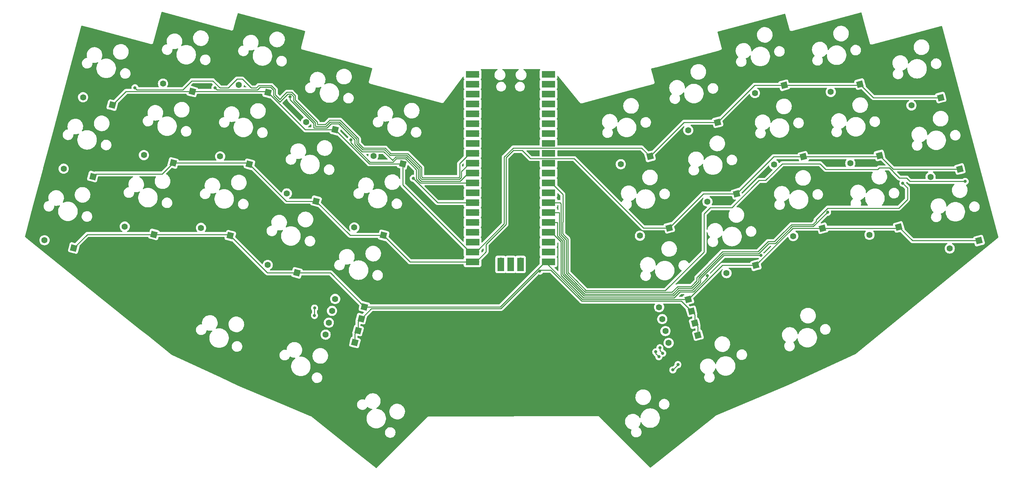
<source format=gtl>
G04 #@! TF.GenerationSoftware,KiCad,Pcbnew,(6.0.4)*
G04 #@! TF.CreationDate,2023-02-24T10:48:44-05:00*
G04 #@! TF.ProjectId,crowboard,63726f77-626f-4617-9264-2e6b69636164,rev?*
G04 #@! TF.SameCoordinates,Original*
G04 #@! TF.FileFunction,Copper,L1,Top*
G04 #@! TF.FilePolarity,Positive*
%FSLAX46Y46*%
G04 Gerber Fmt 4.6, Leading zero omitted, Abs format (unit mm)*
G04 Created by KiCad (PCBNEW (6.0.4)) date 2023-02-24 10:48:44*
%MOMM*%
%LPD*%
G01*
G04 APERTURE LIST*
G04 Aperture macros list*
%AMRotRect*
0 Rectangle, with rotation*
0 The origin of the aperture is its center*
0 $1 length*
0 $2 width*
0 $3 Rotation angle, in degrees counterclockwise*
0 Add horizontal line*
21,1,$1,$2,0,0,$3*%
G04 Aperture macros list end*
G04 #@! TA.AperFunction,ComponentPad*
%ADD10RotRect,1.600000X1.600000X345.000000*%
G04 #@! TD*
G04 #@! TA.AperFunction,ComponentPad*
%ADD11C,1.600000*%
G04 #@! TD*
G04 #@! TA.AperFunction,ComponentPad*
%ADD12RotRect,1.600000X1.600000X15.000000*%
G04 #@! TD*
G04 #@! TA.AperFunction,ComponentPad*
%ADD13O,1.700000X1.700000*%
G04 #@! TD*
G04 #@! TA.AperFunction,SMDPad,CuDef*
%ADD14R,1.700000X3.500000*%
G04 #@! TD*
G04 #@! TA.AperFunction,ComponentPad*
%ADD15R,1.700000X1.700000*%
G04 #@! TD*
G04 #@! TA.AperFunction,SMDPad,CuDef*
%ADD16R,3.500000X1.700000*%
G04 #@! TD*
G04 #@! TA.AperFunction,ViaPad*
%ADD17C,0.800000*%
G04 #@! TD*
G04 #@! TA.AperFunction,Conductor*
%ADD18C,0.250000*%
G04 #@! TD*
G04 APERTURE END LIST*
D10*
X41574288Y-73045175D03*
D11*
X34040066Y-71026387D03*
D12*
X202392307Y-59078709D03*
D11*
X194858085Y-61097497D03*
D12*
X264785284Y-71121827D03*
D11*
X257251062Y-73140615D03*
D10*
X103967265Y-61002057D03*
D11*
X96433043Y-58983269D03*
D10*
X116410461Y-88166965D03*
D11*
X108876239Y-86148177D03*
D10*
X111479959Y-106567852D03*
D11*
X103945737Y-104549064D03*
D12*
X207322809Y-77479596D03*
D11*
X199788587Y-79498384D03*
D12*
X244124583Y-67618590D03*
D11*
X236590361Y-69637378D03*
D10*
X99036762Y-79402944D03*
D11*
X91502540Y-77384156D03*
D10*
X76937998Y-88273106D03*
D11*
X69403776Y-86254318D03*
D12*
X224491071Y-67948871D03*
D11*
X216956849Y-69967659D03*
D10*
X62234988Y-69541938D03*
D11*
X54700766Y-67523150D03*
D10*
X57304486Y-87942825D03*
D11*
X49770264Y-85924037D03*
D10*
X94106260Y-97803831D03*
D11*
X86572038Y-95785043D03*
D10*
X86684300Y-51440598D03*
D11*
X79150078Y-49421810D03*
D10*
X36643785Y-91446062D03*
D11*
X29109563Y-89427274D03*
D12*
X185018608Y-67842729D03*
D11*
X177484386Y-69861517D03*
D10*
X46571198Y-54662082D03*
D11*
X39036976Y-52643294D03*
D12*
X195701364Y-107711318D03*
D11*
X188167142Y-109730106D03*
D13*
X151638000Y-94766000D03*
D14*
X151638000Y-95666000D03*
X149098000Y-95666000D03*
D15*
X149098000Y-94766000D03*
D14*
X146558000Y-95666000D03*
D13*
X146558000Y-94766000D03*
X157988000Y-46736000D03*
D16*
X158888000Y-46736000D03*
D13*
X157988000Y-49276000D03*
D16*
X158888000Y-49276000D03*
D15*
X157988000Y-51816000D03*
D16*
X158888000Y-51816000D03*
D13*
X157988000Y-54356000D03*
D16*
X158888000Y-54356000D03*
X158888000Y-56896000D03*
D13*
X157988000Y-56896000D03*
D16*
X158888000Y-59436000D03*
D13*
X157988000Y-59436000D03*
D16*
X158888000Y-61976000D03*
D13*
X157988000Y-61976000D03*
D15*
X157988000Y-64516000D03*
D16*
X158888000Y-64516000D03*
D13*
X157988000Y-67056000D03*
D16*
X158888000Y-67056000D03*
X158888000Y-69596000D03*
D13*
X157988000Y-69596000D03*
D16*
X158888000Y-72136000D03*
D13*
X157988000Y-72136000D03*
D16*
X158888000Y-74676000D03*
D13*
X157988000Y-74676000D03*
D15*
X157988000Y-77216000D03*
D16*
X158888000Y-77216000D03*
D13*
X157988000Y-79756000D03*
D16*
X158888000Y-79756000D03*
X158888000Y-82296000D03*
D13*
X157988000Y-82296000D03*
D16*
X158888000Y-84836000D03*
D13*
X157988000Y-84836000D03*
D16*
X158888000Y-87376000D03*
D13*
X157988000Y-87376000D03*
D15*
X157988000Y-89916000D03*
D16*
X158888000Y-89916000D03*
X158888000Y-92456000D03*
D13*
X157988000Y-92456000D03*
D16*
X158888000Y-94996000D03*
D13*
X157988000Y-94996000D03*
X140208000Y-94996000D03*
D16*
X139308000Y-94996000D03*
X139308000Y-92456000D03*
D13*
X140208000Y-92456000D03*
D15*
X140208000Y-89916000D03*
D16*
X139308000Y-89916000D03*
D13*
X140208000Y-87376000D03*
D16*
X139308000Y-87376000D03*
D13*
X140208000Y-84836000D03*
D16*
X139308000Y-84836000D03*
D13*
X140208000Y-82296000D03*
D16*
X139308000Y-82296000D03*
X139308000Y-79756000D03*
D13*
X140208000Y-79756000D03*
D16*
X139308000Y-77216000D03*
D15*
X140208000Y-77216000D03*
D13*
X140208000Y-74676000D03*
D16*
X139308000Y-74676000D03*
X139308000Y-72136000D03*
D13*
X140208000Y-72136000D03*
D16*
X139308000Y-69596000D03*
D13*
X140208000Y-69596000D03*
D16*
X139308000Y-67056000D03*
D13*
X140208000Y-67056000D03*
D16*
X139308000Y-64516000D03*
D15*
X140208000Y-64516000D03*
D13*
X140208000Y-61976000D03*
D16*
X139308000Y-61976000D03*
X139308000Y-59436000D03*
D13*
X140208000Y-59436000D03*
D16*
X139308000Y-56896000D03*
D13*
X140208000Y-56896000D03*
X140208000Y-54356000D03*
D16*
X139308000Y-54356000D03*
X139308000Y-51816000D03*
D15*
X140208000Y-51816000D03*
D13*
X140208000Y-49276000D03*
D16*
X139308000Y-49276000D03*
D13*
X140208000Y-46736000D03*
D16*
X139308000Y-46736000D03*
D12*
X197344865Y-113844947D03*
D11*
X189810643Y-115863735D03*
D12*
X194879613Y-104644503D03*
D11*
X187345391Y-106663291D03*
D12*
X212253312Y-95880483D03*
D11*
X204719090Y-97899271D03*
D12*
X249055086Y-86019477D03*
D11*
X241520864Y-88038265D03*
D10*
X67165491Y-51141051D03*
D11*
X59631269Y-49122263D03*
D10*
X109022925Y-115737627D03*
D11*
X101488703Y-113718839D03*
D12*
X239079377Y-49248438D03*
D11*
X231545155Y-51267226D03*
D12*
X189949111Y-86243616D03*
D11*
X182414889Y-88262404D03*
D12*
X229421574Y-86349758D03*
D11*
X221887352Y-88368546D03*
D12*
X269715787Y-89522714D03*
D11*
X262181565Y-91541502D03*
D12*
X259854781Y-52720940D03*
D11*
X252320559Y-54739728D03*
D12*
X219560568Y-49547984D03*
D11*
X212026346Y-51566772D03*
D10*
X109844675Y-112670813D03*
D11*
X102310453Y-110652025D03*
D10*
X81868501Y-69872219D03*
D11*
X74334279Y-67853431D03*
D12*
X196523114Y-110778132D03*
D11*
X188988892Y-112796920D03*
D10*
X110658208Y-109634666D03*
D11*
X103123986Y-107615878D03*
D10*
X121340964Y-69766078D03*
D11*
X113806742Y-67747290D03*
D17*
X266160000Y-74300000D03*
X250100000Y-74770000D03*
X230725890Y-82245890D03*
X213557628Y-93317628D03*
X199780000Y-98590000D03*
X72994335Y-50175665D03*
X92301470Y-52531470D03*
X107955963Y-63575963D03*
X124060000Y-73490000D03*
X52387967Y-50202033D03*
X156614299Y-97394299D03*
X190889842Y-122810158D03*
X192202299Y-121437701D03*
X187294488Y-119404488D03*
X186494890Y-118154890D03*
X188250000Y-118510000D03*
X187549890Y-117099890D03*
X98650000Y-106890000D03*
X98620000Y-108789898D03*
D18*
X266125126Y-74265126D02*
X266160000Y-74300000D01*
X251905126Y-74265126D02*
X266125126Y-74265126D01*
X251080000Y-73440000D02*
X251905126Y-74265126D01*
X247590000Y-71830000D02*
X249200000Y-73440000D01*
X249200000Y-73440000D02*
X251080000Y-73440000D01*
X247590000Y-71719725D02*
X247590000Y-71830000D01*
X246700275Y-70830000D02*
X247590000Y-71719725D01*
X243654577Y-71185423D02*
X244010000Y-70830000D01*
X230235423Y-71185423D02*
X243654577Y-71185423D01*
X228800000Y-69750000D02*
X230235423Y-71185423D01*
X219030000Y-69750000D02*
X228800000Y-69750000D01*
X214730000Y-74050000D02*
X219030000Y-69750000D01*
X244010000Y-70830000D02*
X246700275Y-70830000D01*
X213090000Y-74050000D02*
X214730000Y-74050000D01*
X211650000Y-75490000D02*
X213090000Y-74050000D01*
X206093571Y-81046429D02*
X211650000Y-75490000D01*
X200543571Y-81046429D02*
X206093571Y-81046429D01*
X198930000Y-82660000D02*
X200543571Y-81046429D01*
X198930000Y-92428181D02*
X198930000Y-82660000D01*
X188971798Y-102386383D02*
X198930000Y-92428181D01*
X186950000Y-102386383D02*
X188971798Y-102386383D01*
X171660000Y-102386383D02*
X186950000Y-102386383D01*
X166115295Y-99944705D02*
X168556973Y-102386383D01*
X163871938Y-97701348D02*
X166115295Y-99944705D01*
X168556973Y-102386383D02*
X171660000Y-102386383D01*
X163871938Y-92970000D02*
X163871938Y-97701348D01*
X162528560Y-87764667D02*
X163306947Y-88543054D01*
X162528560Y-84790000D02*
X162528560Y-87764667D01*
X162559520Y-77638498D02*
X162559520Y-84759040D01*
X163306947Y-88543054D02*
X163871938Y-89108046D01*
X159597022Y-74676000D02*
X162559520Y-77638498D01*
X157988000Y-74676000D02*
X159597022Y-74676000D01*
X162559520Y-84759040D02*
X162528560Y-84790000D01*
X163871938Y-89108046D02*
X163871938Y-92970000D01*
X249015530Y-81164470D02*
X251290000Y-78890000D01*
X230782696Y-81164470D02*
X249015530Y-81164470D01*
X227758031Y-84189135D02*
X230782696Y-81164470D01*
X227758031Y-84578031D02*
X227758031Y-84189135D01*
X225430000Y-85450718D02*
X226885344Y-85450718D01*
X221411643Y-85450718D02*
X225430000Y-85450718D01*
X217072841Y-89789518D02*
X219356180Y-87506180D01*
X215797802Y-89789518D02*
X217072841Y-89789518D01*
X215425407Y-89789518D02*
X215797802Y-89789518D01*
X212912462Y-92302462D02*
X215425407Y-89789518D01*
X219356180Y-87506180D02*
X221411643Y-85450718D01*
X204970000Y-92418588D02*
X212796336Y-92418588D01*
X203655364Y-92418588D02*
X204970000Y-92418588D01*
X197281976Y-98791976D02*
X203655364Y-92418588D01*
X197090960Y-98982992D02*
X197281976Y-98791976D01*
X251290000Y-78890000D02*
X251290000Y-75960000D01*
X197090960Y-99660000D02*
X197090960Y-98982992D01*
X196569282Y-100379282D02*
X197090960Y-99857604D01*
X195598084Y-101350480D02*
X196569282Y-100379282D01*
X193880000Y-101350480D02*
X195598084Y-101350480D01*
X192135423Y-101350480D02*
X193880000Y-101350480D01*
X190650000Y-102835903D02*
X192135423Y-101350480D01*
X212796336Y-92418588D02*
X212912462Y-92302462D01*
X172060000Y-102835903D02*
X190650000Y-102835903D01*
X166097436Y-100562564D02*
X168370775Y-102835903D01*
X163422418Y-97887546D02*
X166097436Y-100562564D01*
X163422418Y-91950000D02*
X163422418Y-97887546D01*
X197090960Y-99857604D02*
X197090960Y-99660000D01*
X163422418Y-89294243D02*
X163422418Y-91950000D01*
X226885344Y-85450718D02*
X227758031Y-84578031D01*
X162079040Y-87950865D02*
X162324088Y-88195913D01*
X162079040Y-83580000D02*
X162079040Y-87950865D01*
X162110000Y-79990000D02*
X162079040Y-80020960D01*
X168370775Y-102835903D02*
X172060000Y-102835903D01*
X161876000Y-79756000D02*
X162110000Y-79990000D01*
X251290000Y-75960000D02*
X250100000Y-74770000D01*
X162079040Y-80020960D02*
X162079040Y-83580000D01*
X157988000Y-79756000D02*
X161876000Y-79756000D01*
X162324088Y-88195913D02*
X163422418Y-89294243D01*
X221597840Y-85900238D02*
X227071542Y-85900238D01*
X215611604Y-90239038D02*
X217259039Y-90239038D01*
X227071542Y-85900238D02*
X230725890Y-82245890D01*
X212982534Y-92868108D02*
X215611604Y-90239038D01*
X203841561Y-92868108D02*
X212982534Y-92868108D01*
X198429834Y-98279834D02*
X203841561Y-92868108D01*
X197540480Y-99169189D02*
X198429834Y-98279834D01*
X197540480Y-100043802D02*
X197540480Y-99169189D01*
X195784282Y-101800000D02*
X197540480Y-100043802D01*
X192348564Y-101800000D02*
X195784282Y-101800000D01*
X190863141Y-103285423D02*
X192348564Y-101800000D01*
X168184577Y-103285423D02*
X190863141Y-103285423D01*
X162972899Y-89480443D02*
X162972899Y-98073745D01*
X161629520Y-88137062D02*
X162972899Y-89480443D01*
X161629520Y-82290480D02*
X161629520Y-88137062D01*
X161624000Y-82296000D02*
X161629520Y-82290480D01*
X157988000Y-82296000D02*
X161624000Y-82296000D01*
X162972899Y-98073745D02*
X168184577Y-103285423D01*
X217259039Y-90239038D02*
X221597840Y-85900238D01*
X197990000Y-99355386D02*
X204027758Y-93317628D01*
X197990000Y-100230000D02*
X197990000Y-99355386D01*
X195959520Y-102260480D02*
X197990000Y-100230000D01*
X192523803Y-102260480D02*
X195959520Y-102260480D01*
X191038819Y-103745463D02*
X192523803Y-102260480D01*
X168008899Y-103745463D02*
X191038819Y-103745463D01*
X204027758Y-93317628D02*
X213557628Y-93317628D01*
X162523379Y-98259943D02*
X168008899Y-103745463D01*
X162523379Y-89666640D02*
X162523379Y-98259943D01*
X161180000Y-88323260D02*
X162523379Y-89666640D01*
X161180000Y-84840000D02*
X161180000Y-88323260D01*
X157992000Y-84840000D02*
X161180000Y-84840000D01*
X157988000Y-84836000D02*
X157992000Y-84840000D01*
X199780000Y-99108398D02*
X199780000Y-98590000D01*
X192710000Y-102710000D02*
X196178398Y-102710000D01*
X191225017Y-104194983D02*
X192710000Y-102710000D01*
X167822701Y-104194983D02*
X191225017Y-104194983D01*
X162073859Y-98446141D02*
X167822701Y-104194983D01*
X162073859Y-89852837D02*
X162073859Y-98446141D01*
X159597022Y-87376000D02*
X162073859Y-89852837D01*
X157988000Y-87376000D02*
X159597022Y-87376000D01*
X196178398Y-102710000D02*
X199780000Y-99108398D01*
X156878598Y-97130000D02*
X156614299Y-97394299D01*
X159486282Y-97130000D02*
X156878598Y-97130000D01*
X167450305Y-105094023D02*
X159486282Y-97130000D01*
X193084069Y-105094023D02*
X167450305Y-105094023D01*
X195701364Y-107711318D02*
X193084069Y-105094023D01*
X197344865Y-111599883D02*
X197344865Y-113844947D01*
X196523114Y-110778132D02*
X197344865Y-111599883D01*
X196523114Y-108533068D02*
X196523114Y-110778132D01*
X195701364Y-107711318D02*
X196523114Y-108533068D01*
X167636503Y-104644503D02*
X157988000Y-94996000D01*
X194879613Y-104644503D02*
X167636503Y-104644503D01*
X252558323Y-89522714D02*
X269715787Y-89522714D01*
X249055086Y-86019477D02*
X252558323Y-89522714D01*
X248724805Y-86349758D02*
X249055086Y-86019477D01*
X229421574Y-86349758D02*
X248724805Y-86349758D01*
X221784037Y-86349758D02*
X229421574Y-86349758D01*
X212253312Y-95880483D02*
X221784037Y-86349758D01*
X203643633Y-95880483D02*
X212253312Y-95880483D01*
X194879613Y-104644503D02*
X203643633Y-95880483D01*
X247627820Y-71121827D02*
X264785284Y-71121827D01*
X244124583Y-67618590D02*
X247627820Y-71121827D01*
X224491071Y-67948871D02*
X243794302Y-67948871D01*
X243794302Y-67948871D02*
X244124583Y-67618590D01*
X216853534Y-67948871D02*
X224491071Y-67948871D01*
X207322809Y-77479596D02*
X216853534Y-67948871D01*
X198713131Y-77479596D02*
X207322809Y-77479596D01*
X189949111Y-86243616D02*
X198713131Y-77479596D01*
X165500800Y-68421489D02*
X183322927Y-86243616D01*
X154231489Y-68421489D02*
X165500800Y-68421489D01*
X152137859Y-66327859D02*
X154231489Y-68421489D01*
X149777859Y-66327859D02*
X152137859Y-66327859D01*
X147929520Y-68176198D02*
X149777859Y-66327859D01*
X147929520Y-85370197D02*
X147929520Y-68176198D01*
X142804859Y-90494859D02*
X147929520Y-85370197D01*
X183322927Y-86243616D02*
X189949111Y-86243616D01*
X142804859Y-92399141D02*
X142804859Y-90494859D01*
X140208000Y-94996000D02*
X142804859Y-92399141D01*
X149779489Y-65690511D02*
X182866390Y-65690511D01*
X147480000Y-67990000D02*
X149779489Y-65690511D01*
X147480000Y-85184000D02*
X147480000Y-67990000D01*
X182866390Y-65690511D02*
X185018608Y-67842729D01*
X140208000Y-92456000D02*
X147480000Y-85184000D01*
X242551879Y-52720940D02*
X259854781Y-52720940D01*
X239079377Y-49248438D02*
X242551879Y-52720940D01*
X219560568Y-49547984D02*
X238779831Y-49547984D01*
X238779831Y-49547984D02*
X239079377Y-49248438D01*
X211923032Y-49547984D02*
X219560568Y-49547984D01*
X202392307Y-59078709D02*
X211923032Y-49547984D01*
X193782628Y-59078709D02*
X202392307Y-59078709D01*
X185018608Y-67842729D02*
X193782628Y-59078709D01*
X64750000Y-50691531D02*
X52877465Y-50691531D01*
X67041531Y-48400000D02*
X64750000Y-50691531D01*
X72440000Y-48400000D02*
X67041531Y-48400000D01*
X74282011Y-50242011D02*
X72440000Y-48400000D01*
X76410000Y-50242011D02*
X74282011Y-50242011D01*
X83640000Y-50242011D02*
X82302011Y-50242011D01*
X84251531Y-49630480D02*
X83640000Y-50242011D01*
X87514321Y-49630480D02*
X84251531Y-49630480D01*
X88542569Y-50658728D02*
X87514321Y-49630480D01*
X82302011Y-50242011D02*
X80020000Y-47960000D01*
X88542569Y-52027431D02*
X88542569Y-50658728D01*
X89692279Y-53177141D02*
X88542569Y-52027431D01*
X89707141Y-53177141D02*
X89692279Y-53177141D01*
X90150000Y-52734282D02*
X89707141Y-53177141D01*
X90150000Y-52710000D02*
X90150000Y-52734282D01*
X52877465Y-50691531D02*
X52387967Y-50202033D01*
X91502561Y-51357439D02*
X90150000Y-52710000D01*
X93697416Y-53385906D02*
X93697416Y-52267084D01*
X99340000Y-59652621D02*
X99340000Y-59028490D01*
X101395944Y-59652621D02*
X99340000Y-59652621D01*
X102234282Y-58814283D02*
X101395944Y-59652621D01*
X102497604Y-58550960D02*
X102234282Y-58814283D01*
X105227008Y-58550960D02*
X102497604Y-58550960D01*
X109950701Y-63274653D02*
X105227008Y-58550960D01*
X109950701Y-64442621D02*
X109950701Y-63274653D01*
X111231819Y-65723739D02*
X109950701Y-64442621D01*
X116865173Y-65723739D02*
X111231819Y-65723739D01*
X118254638Y-67113202D02*
X116865173Y-65723739D01*
X99340000Y-59028490D02*
X93697416Y-53385906D01*
X122599661Y-67113202D02*
X118254638Y-67113202D01*
X92787771Y-51357439D02*
X91502561Y-51357439D01*
X126216419Y-70729960D02*
X122599661Y-67113202D01*
X80020000Y-47960000D02*
X78692011Y-47960000D01*
X126216419Y-73103547D02*
X126216419Y-70729960D01*
X126440312Y-73327440D02*
X126216419Y-73103547D01*
X93697416Y-52267084D02*
X92787771Y-51357439D01*
X135767604Y-73327440D02*
X126440312Y-73327440D01*
X136005861Y-73089183D02*
X135767604Y-73327440D01*
X136005861Y-69649117D02*
X136005861Y-73089183D01*
X138598978Y-67056000D02*
X136005861Y-69649117D01*
X140208000Y-67056000D02*
X138598978Y-67056000D01*
X78692011Y-47960000D02*
X76410000Y-50242011D01*
X73510201Y-50691531D02*
X72994335Y-50175665D01*
X83980000Y-50691531D02*
X73510201Y-50691531D01*
X84591531Y-50080000D02*
X83980000Y-50691531D01*
X87328124Y-50080000D02*
X84591531Y-50080000D01*
X88089710Y-50841586D02*
X87328124Y-50080000D01*
X88089710Y-52210290D02*
X88089710Y-50841586D01*
X89699710Y-53820290D02*
X88089710Y-52210290D01*
X92601573Y-51806959D02*
X91713041Y-51806959D01*
X93247896Y-52453282D02*
X92601573Y-51806959D01*
X93247896Y-53572104D02*
X93247896Y-52453282D01*
X98879520Y-59203728D02*
X93247896Y-53572104D01*
X98879520Y-60102141D02*
X98879520Y-59203728D01*
X102683802Y-59000480D02*
X101582141Y-60102141D01*
X101582141Y-60102141D02*
X98879520Y-60102141D01*
X105040811Y-59000480D02*
X102683802Y-59000480D01*
X109501181Y-63460850D02*
X105040811Y-59000480D01*
X109501181Y-64628819D02*
X109501181Y-63460850D01*
X111045621Y-66173259D02*
X109501181Y-64628819D01*
X116678976Y-66173259D02*
X111045621Y-66173259D01*
X118072859Y-67567141D02*
X116678976Y-66173259D01*
X91713041Y-51806959D02*
X89699710Y-53820290D01*
X118077278Y-67562722D02*
X118072859Y-67567141D01*
X122413464Y-67562722D02*
X118077278Y-67562722D01*
X125766899Y-70916157D02*
X122413464Y-67562722D01*
X125766899Y-73289745D02*
X125766899Y-70916157D01*
X126254114Y-73776960D02*
X125766899Y-73289745D01*
X136455381Y-73275381D02*
X135953802Y-73776960D01*
X136455381Y-71739597D02*
X136455381Y-73275381D01*
X138598978Y-69596000D02*
X136455381Y-71739597D01*
X140208000Y-69596000D02*
X138598978Y-69596000D01*
X135953802Y-73776960D02*
X126254114Y-73776960D01*
X98430000Y-59389926D02*
X92301470Y-53261396D01*
X98430000Y-60552537D02*
X98430000Y-59389926D01*
X101767463Y-60552537D02*
X98430000Y-60552537D01*
X102870000Y-59450000D02*
X101767463Y-60552537D01*
X104854614Y-59450000D02*
X102870000Y-59450000D01*
X108988322Y-63583708D02*
X104854614Y-59450000D01*
X92301470Y-53261396D02*
X92301470Y-52531470D01*
X108988322Y-64751678D02*
X108988322Y-63583708D01*
X110859423Y-66622779D02*
X108988322Y-64751678D01*
X118700420Y-68830420D02*
X116492779Y-66622779D01*
X119518598Y-68012242D02*
X118700420Y-68830420D01*
X125317379Y-73475943D02*
X125317379Y-71102354D01*
X126067916Y-74226480D02*
X125317379Y-73475943D01*
X136140000Y-74226480D02*
X126067916Y-74226480D01*
X138230480Y-72136000D02*
X136140000Y-74226480D01*
X122227267Y-68012242D02*
X119518598Y-68012242D01*
X140208000Y-72136000D02*
X138230480Y-72136000D01*
X116492779Y-66622779D02*
X110859423Y-66622779D01*
X125317379Y-71102354D02*
X122227267Y-68012242D01*
X107955963Y-64355037D02*
X107955963Y-63575963D01*
X112917484Y-69316558D02*
X107955963Y-64355037D01*
X118850000Y-69316558D02*
X112917484Y-69316558D01*
X119704796Y-68461762D02*
X118850000Y-69316558D01*
X122041070Y-68461762D02*
X119704796Y-68461762D01*
X124867859Y-71288551D02*
X122041070Y-68461762D01*
X124867859Y-73662141D02*
X124867859Y-71288551D01*
X125881718Y-74676000D02*
X124867859Y-73662141D01*
X140208000Y-74676000D02*
X125881718Y-74676000D01*
X130326000Y-79756000D02*
X124060000Y-73490000D01*
X140208000Y-79756000D02*
X130326000Y-79756000D01*
X109022925Y-113492563D02*
X109022925Y-115737627D01*
X109844675Y-112670813D02*
X109022925Y-113492563D01*
X109844675Y-110448199D02*
X109844675Y-112670813D01*
X110658208Y-109634666D02*
X109844675Y-110448199D01*
X146602346Y-107017372D02*
X156419859Y-97199859D01*
X156419859Y-97199859D02*
X156614299Y-97394299D01*
X113275502Y-107017372D02*
X146602346Y-107017372D01*
X110658208Y-109634666D02*
X113275502Y-107017372D01*
X123239496Y-94996000D02*
X116410461Y-88166965D01*
X140208000Y-94996000D02*
X123239496Y-94996000D01*
X146416148Y-106567852D02*
X157988000Y-94996000D01*
X111479959Y-106567852D02*
X146416148Y-106567852D01*
X102715938Y-97803831D02*
X111479959Y-106567852D01*
X94106260Y-97803831D02*
X102715938Y-97803831D01*
X76937998Y-88273106D02*
X86468723Y-97803831D01*
X86468723Y-97803831D02*
X94106260Y-97803831D01*
X76607717Y-87942825D02*
X76937998Y-88273106D01*
X57304486Y-87942825D02*
X76607717Y-87942825D01*
X40147022Y-87942825D02*
X57304486Y-87942825D01*
X36643785Y-91446062D02*
X40147022Y-87942825D01*
X107800783Y-88166965D02*
X116410461Y-88166965D01*
X99036762Y-79402944D02*
X107800783Y-88166965D01*
X91399226Y-79402944D02*
X99036762Y-79402944D01*
X81868501Y-69872219D02*
X91399226Y-79402944D01*
X81538220Y-69541938D02*
X81868501Y-69872219D01*
X62234988Y-69541938D02*
X81538220Y-69541938D01*
X59415817Y-72361109D02*
X62234988Y-69541938D01*
X42258354Y-72361109D02*
X59415817Y-72361109D01*
X41574288Y-73045175D02*
X42258354Y-72361109D01*
X138598978Y-92456000D02*
X140208000Y-92456000D01*
X121340964Y-75197986D02*
X138598978Y-92456000D01*
X121340964Y-69766078D02*
X121340964Y-75197986D01*
X103967265Y-61002057D02*
X112731286Y-69766078D01*
X112731286Y-69766078D02*
X121340964Y-69766078D01*
X86684300Y-51440598D02*
X96245759Y-61002057D01*
X96245759Y-61002057D02*
X103967265Y-61002057D01*
X86384753Y-51141051D02*
X86684300Y-51440598D01*
X67165491Y-51141051D02*
X86384753Y-51141051D01*
X50092229Y-51141051D02*
X67165491Y-51141051D01*
X46571198Y-54662082D02*
X50092229Y-51141051D01*
X192202299Y-121437701D02*
X192202299Y-121497701D01*
X192202299Y-121497701D02*
X190889842Y-122810158D01*
X186494890Y-118604890D02*
X187294488Y-119404488D01*
X186494890Y-118154890D02*
X186494890Y-118604890D01*
X187549890Y-117809890D02*
X188250000Y-118510000D01*
X187549890Y-117099890D02*
X187549890Y-117809890D01*
X98620000Y-106920000D02*
X98650000Y-106890000D01*
X98620000Y-108789898D02*
X98620000Y-106920000D01*
G04 #@! TA.AperFunction,NonConductor*
G36*
X80664483Y-49500388D02*
G01*
X81007031Y-49842936D01*
X81041057Y-49905248D01*
X81035992Y-49976063D01*
X80993445Y-50032899D01*
X80926925Y-50057710D01*
X80917936Y-50058031D01*
X80494953Y-50058031D01*
X80426832Y-50038029D01*
X80380339Y-49984373D01*
X80370235Y-49914099D01*
X80380760Y-49878777D01*
X80382039Y-49876034D01*
X80384362Y-49871053D01*
X80391093Y-49845935D01*
X80442197Y-49655212D01*
X80442197Y-49655210D01*
X80443621Y-49649897D01*
X80444229Y-49642957D01*
X80449867Y-49578502D01*
X80475730Y-49512384D01*
X80533234Y-49470744D01*
X80604121Y-49466803D01*
X80664483Y-49500388D01*
G37*
G04 #@! TD.AperFunction*
G04 #@! TA.AperFunction,NonConductor*
G36*
X72193527Y-49053502D02*
G01*
X72214501Y-49070405D01*
X72428088Y-49283992D01*
X72462114Y-49346304D01*
X72457049Y-49417119D01*
X72413054Y-49475023D01*
X72383082Y-49496799D01*
X72378661Y-49501709D01*
X72378660Y-49501710D01*
X72262332Y-49630906D01*
X72255295Y-49638721D01*
X72203391Y-49728621D01*
X72164478Y-49796021D01*
X72159808Y-49804109D01*
X72100793Y-49985737D01*
X72100103Y-49992298D01*
X72100103Y-49992300D01*
X72086758Y-50119269D01*
X72080831Y-50175665D01*
X72081521Y-50182230D01*
X72100793Y-50365593D01*
X72098520Y-50365832D01*
X72093927Y-50426129D01*
X72051118Y-50482767D01*
X71984483Y-50507270D01*
X71976076Y-50507551D01*
X68751223Y-50507551D01*
X68683102Y-50487549D01*
X68634275Y-50428445D01*
X68593531Y-50326834D01*
X68593529Y-50326831D01*
X68590189Y-50318501D01*
X68579926Y-50305435D01*
X68510119Y-50216568D01*
X68500213Y-50203957D01*
X68381705Y-50119269D01*
X68323390Y-50096650D01*
X68320107Y-50095770D01*
X68320103Y-50095769D01*
X66891693Y-49713028D01*
X66831070Y-49676076D01*
X66800049Y-49612216D01*
X66808477Y-49541721D01*
X66835209Y-49502226D01*
X67267030Y-49070405D01*
X67329342Y-49036379D01*
X67356125Y-49033500D01*
X72125406Y-49033500D01*
X72193527Y-49053502D01*
G37*
G04 #@! TD.AperFunction*
G04 #@! TA.AperFunction,NonConductor*
G36*
X91501287Y-53018785D02*
G01*
X91559167Y-53062762D01*
X91562430Y-53068414D01*
X91634325Y-53148261D01*
X91665042Y-53212269D01*
X91666626Y-53228611D01*
X91667908Y-53269381D01*
X91667970Y-53273341D01*
X91667970Y-53301252D01*
X91668467Y-53305186D01*
X91668467Y-53305187D01*
X91668475Y-53305252D01*
X91669408Y-53317089D01*
X91670797Y-53361285D01*
X91675006Y-53375772D01*
X91676448Y-53380735D01*
X91680457Y-53400096D01*
X91682996Y-53420193D01*
X91685915Y-53427564D01*
X91685915Y-53427566D01*
X91699274Y-53461308D01*
X91703119Y-53472538D01*
X91712679Y-53505444D01*
X91715452Y-53514989D01*
X91719485Y-53521808D01*
X91719487Y-53521813D01*
X91725763Y-53532424D01*
X91734458Y-53550172D01*
X91741918Y-53569013D01*
X91746580Y-53575429D01*
X91746580Y-53575430D01*
X91767906Y-53604783D01*
X91774422Y-53614703D01*
X91792692Y-53645595D01*
X91796928Y-53652758D01*
X91811249Y-53667079D01*
X91824089Y-53682112D01*
X91835998Y-53698503D01*
X91842104Y-53703554D01*
X91870075Y-53726694D01*
X91878854Y-53734684D01*
X95795965Y-57651795D01*
X95829991Y-57714107D01*
X95824926Y-57784922D01*
X95782379Y-57841758D01*
X95776424Y-57845686D01*
X95776294Y-57845746D01*
X95726823Y-57880386D01*
X95593254Y-57973912D01*
X95593251Y-57973914D01*
X95588743Y-57977071D01*
X95426845Y-58138969D01*
X95423688Y-58143477D01*
X95423686Y-58143480D01*
X95378682Y-58207752D01*
X95295520Y-58326520D01*
X95293197Y-58331502D01*
X95293194Y-58331507D01*
X95201719Y-58527678D01*
X95198759Y-58534026D01*
X95197337Y-58539333D01*
X95144270Y-58737379D01*
X95107318Y-58798001D01*
X95043457Y-58829023D01*
X94972963Y-58820594D01*
X94933468Y-58793862D01*
X90366850Y-54227244D01*
X90332824Y-54164932D01*
X90337889Y-54094117D01*
X90366850Y-54049054D01*
X91368159Y-53047746D01*
X91430471Y-53013720D01*
X91501287Y-53018785D01*
G37*
G04 #@! TD.AperFunction*
G04 #@! TA.AperFunction,NonConductor*
G36*
X97756724Y-59625095D02*
G01*
X97792709Y-59686296D01*
X97796500Y-59716972D01*
X97796500Y-60242557D01*
X97776498Y-60310678D01*
X97722842Y-60357171D01*
X97670500Y-60368557D01*
X97126808Y-60368557D01*
X97058687Y-60348555D01*
X97012194Y-60294899D01*
X97002090Y-60224625D01*
X97031584Y-60160045D01*
X97073558Y-60128362D01*
X97084805Y-60123118D01*
X97084810Y-60123115D01*
X97089792Y-60120792D01*
X97207850Y-60038127D01*
X97272832Y-59992626D01*
X97272835Y-59992624D01*
X97277343Y-59989467D01*
X97439241Y-59827569D01*
X97442483Y-59822940D01*
X97567287Y-59644701D01*
X97622744Y-59600373D01*
X97693364Y-59593064D01*
X97756724Y-59625095D01*
G37*
G04 #@! TD.AperFunction*
G04 #@! TA.AperFunction,NonConductor*
G36*
X105476654Y-60980707D02*
G01*
X105516149Y-61007439D01*
X106402831Y-61894122D01*
X107289109Y-62780400D01*
X107323135Y-62842712D01*
X107318070Y-62913528D01*
X107293650Y-62953805D01*
X107234014Y-63020038D01*
X107216923Y-63039019D01*
X107186037Y-63092515D01*
X107183072Y-63097651D01*
X107131689Y-63146644D01*
X107061975Y-63160079D01*
X106996064Y-63133692D01*
X106984858Y-63123745D01*
X105276418Y-61415305D01*
X105242392Y-61352993D01*
X105243806Y-61293599D01*
X105305347Y-61063923D01*
X105342299Y-61003300D01*
X105406159Y-60972279D01*
X105476654Y-60980707D01*
G37*
G04 #@! TD.AperFunction*
G04 #@! TA.AperFunction,NonConductor*
G36*
X156571621Y-66344013D02*
G01*
X156618114Y-66397669D01*
X156629500Y-66450011D01*
X156629500Y-66976219D01*
X156628787Y-66989607D01*
X156625251Y-67022695D01*
X156625548Y-67027848D01*
X156625548Y-67027851D01*
X156629291Y-67092763D01*
X156629500Y-67100016D01*
X156629500Y-67661989D01*
X156609498Y-67730110D01*
X156555842Y-67776603D01*
X156503500Y-67787989D01*
X154546083Y-67787989D01*
X154477962Y-67767987D01*
X154456988Y-67751084D01*
X153245011Y-66539106D01*
X153210985Y-66476794D01*
X153216050Y-66405978D01*
X153258597Y-66349143D01*
X153325117Y-66324332D01*
X153334106Y-66324011D01*
X156503500Y-66324011D01*
X156571621Y-66344013D01*
G37*
G04 #@! TD.AperFunction*
G04 #@! TA.AperFunction,NonConductor*
G36*
X112487564Y-67276281D02*
G01*
X112534057Y-67329937D01*
X112544161Y-67400211D01*
X112541152Y-67414883D01*
X112513199Y-67519203D01*
X112503404Y-67631158D01*
X112496752Y-67707192D01*
X112470888Y-67773310D01*
X112413385Y-67814949D01*
X112342498Y-67818890D01*
X112282136Y-67785305D01*
X111968205Y-67471374D01*
X111934179Y-67409062D01*
X111939244Y-67338247D01*
X111981791Y-67281411D01*
X112048311Y-67256600D01*
X112057300Y-67256279D01*
X112419443Y-67256279D01*
X112487564Y-67276281D01*
G37*
G04 #@! TD.AperFunction*
G04 #@! TA.AperFunction,NonConductor*
G36*
X116246306Y-67276281D02*
G01*
X116267280Y-67293184D01*
X117442058Y-68467963D01*
X117476084Y-68530275D01*
X117471019Y-68601091D01*
X117428472Y-68657926D01*
X117361952Y-68682737D01*
X117352963Y-68683058D01*
X114990937Y-68683058D01*
X114922816Y-68663056D01*
X114876323Y-68609400D01*
X114866219Y-68539126D01*
X114887724Y-68484787D01*
X114888810Y-68483237D01*
X114944265Y-68404039D01*
X114946588Y-68399057D01*
X114946591Y-68399052D01*
X115038703Y-68201515D01*
X115038703Y-68201514D01*
X115041026Y-68196533D01*
X115046820Y-68174912D01*
X115098861Y-67980692D01*
X115098861Y-67980690D01*
X115100285Y-67975377D01*
X115120240Y-67747290D01*
X115100285Y-67519203D01*
X115072334Y-67414889D01*
X115074024Y-67343914D01*
X115113818Y-67285118D01*
X115179082Y-67257170D01*
X115194041Y-67256279D01*
X116178185Y-67256279D01*
X116246306Y-67276281D01*
G37*
G04 #@! TD.AperFunction*
G04 #@! TA.AperFunction,NonConductor*
G36*
X223277595Y-68602373D02*
G01*
X223324088Y-68656029D01*
X223331181Y-68675759D01*
X223343482Y-68721668D01*
X223406778Y-68957891D01*
X223405088Y-69028865D01*
X223365294Y-69087661D01*
X223300030Y-69115609D01*
X223285071Y-69116500D01*
X219108763Y-69116500D01*
X219097579Y-69115973D01*
X219090091Y-69114299D01*
X219082168Y-69114548D01*
X219022033Y-69116438D01*
X219018075Y-69116500D01*
X218990144Y-69116500D01*
X218986229Y-69116995D01*
X218986225Y-69116995D01*
X218986167Y-69117003D01*
X218986138Y-69117006D01*
X218974296Y-69117939D01*
X218930110Y-69119327D01*
X218916231Y-69123359D01*
X218910658Y-69124978D01*
X218891306Y-69128986D01*
X218884235Y-69129880D01*
X218871203Y-69131526D01*
X218863834Y-69134443D01*
X218863832Y-69134444D01*
X218830097Y-69147800D01*
X218818869Y-69151645D01*
X218776407Y-69163982D01*
X218769585Y-69168016D01*
X218769579Y-69168019D01*
X218758968Y-69174294D01*
X218741218Y-69182990D01*
X218729756Y-69187528D01*
X218729751Y-69187531D01*
X218722383Y-69190448D01*
X218704970Y-69203099D01*
X218686625Y-69216427D01*
X218676707Y-69222943D01*
X218665879Y-69229347D01*
X218638637Y-69245458D01*
X218624313Y-69259782D01*
X218609281Y-69272621D01*
X218592893Y-69284528D01*
X218572190Y-69309554D01*
X218564712Y-69318593D01*
X218556722Y-69327373D01*
X218373883Y-69510212D01*
X218311571Y-69544238D01*
X218240756Y-69539173D01*
X218183920Y-69496626D01*
X218170593Y-69474367D01*
X218096698Y-69315897D01*
X218096695Y-69315892D01*
X218094372Y-69310910D01*
X218004915Y-69183153D01*
X217966206Y-69127870D01*
X217966204Y-69127867D01*
X217963047Y-69123359D01*
X217801149Y-68961461D01*
X217796641Y-68958304D01*
X217796638Y-68958302D01*
X217696252Y-68888011D01*
X217613598Y-68830136D01*
X217608616Y-68827813D01*
X217608611Y-68827810D01*
X217597364Y-68822566D01*
X217544079Y-68775649D01*
X217524618Y-68707372D01*
X217545160Y-68639412D01*
X217599182Y-68593346D01*
X217650614Y-68582371D01*
X223209474Y-68582371D01*
X223277595Y-68602373D01*
G37*
G04 #@! TD.AperFunction*
G04 #@! TA.AperFunction,NonConductor*
G36*
X136967532Y-69687516D02*
G01*
X137024368Y-69730063D01*
X137049179Y-69796583D01*
X137049500Y-69805572D01*
X137049500Y-70197383D01*
X137029498Y-70265504D01*
X137012595Y-70286478D01*
X136854456Y-70444617D01*
X136792144Y-70478643D01*
X136721329Y-70473578D01*
X136664493Y-70431031D01*
X136639682Y-70364511D01*
X136639361Y-70355522D01*
X136639361Y-69963711D01*
X136659363Y-69895590D01*
X136676266Y-69874616D01*
X136834405Y-69716477D01*
X136896717Y-69682451D01*
X136967532Y-69687516D01*
G37*
G04 #@! TD.AperFunction*
G04 #@! TA.AperFunction,NonConductor*
G36*
X242999606Y-68602373D02*
G01*
X243046099Y-68656029D01*
X243053191Y-68675756D01*
X243061662Y-68707372D01*
X243077501Y-68766482D01*
X243080182Y-68776489D01*
X243102801Y-68834804D01*
X243187489Y-68953312D01*
X243194552Y-68958860D01*
X243272976Y-69020463D01*
X243302033Y-69043288D01*
X243437227Y-69097499D01*
X243582202Y-69111586D01*
X243644013Y-69102017D01*
X244198990Y-68953312D01*
X244416126Y-68895131D01*
X244487102Y-68896821D01*
X244537832Y-68927743D01*
X245591494Y-69981405D01*
X245625520Y-70043717D01*
X245620455Y-70114532D01*
X245577908Y-70171368D01*
X245511388Y-70196179D01*
X245502399Y-70196500D01*
X244088767Y-70196500D01*
X244077584Y-70195973D01*
X244070091Y-70194298D01*
X244062165Y-70194547D01*
X244062164Y-70194547D01*
X244002014Y-70196438D01*
X243998055Y-70196500D01*
X243970144Y-70196500D01*
X243966210Y-70196997D01*
X243966209Y-70196997D01*
X243966144Y-70197005D01*
X243954307Y-70197938D01*
X243922049Y-70198952D01*
X243918030Y-70199078D01*
X243910111Y-70199327D01*
X243890657Y-70204979D01*
X243871300Y-70208987D01*
X243859070Y-70210532D01*
X243859069Y-70210532D01*
X243851203Y-70211526D01*
X243843832Y-70214445D01*
X243843830Y-70214445D01*
X243810088Y-70227804D01*
X243798858Y-70231649D01*
X243764017Y-70241771D01*
X243764016Y-70241771D01*
X243756407Y-70243982D01*
X243749588Y-70248015D01*
X243749583Y-70248017D01*
X243738972Y-70254293D01*
X243721224Y-70262988D01*
X243702383Y-70270448D01*
X243695967Y-70275110D01*
X243695966Y-70275110D01*
X243666613Y-70296436D01*
X243656693Y-70302952D01*
X243653313Y-70304951D01*
X243618638Y-70325458D01*
X243613031Y-70331064D01*
X243604315Y-70339780D01*
X243589282Y-70352620D01*
X243572893Y-70364528D01*
X243557198Y-70383500D01*
X243544713Y-70398592D01*
X243536723Y-70407373D01*
X243429076Y-70515019D01*
X243366764Y-70549044D01*
X243339981Y-70551923D01*
X237789417Y-70551923D01*
X237721296Y-70531921D01*
X237674803Y-70478265D01*
X237664699Y-70407991D01*
X237686204Y-70353652D01*
X237698630Y-70335906D01*
X237727884Y-70294127D01*
X237730207Y-70289145D01*
X237730210Y-70289140D01*
X237822322Y-70091603D01*
X237822322Y-70091602D01*
X237824645Y-70086621D01*
X237826591Y-70079361D01*
X237882480Y-69870780D01*
X237882480Y-69870778D01*
X237883904Y-69865465D01*
X237903859Y-69637378D01*
X237883904Y-69409291D01*
X237872589Y-69367062D01*
X237826068Y-69193445D01*
X237826067Y-69193443D01*
X237824645Y-69188135D01*
X237822246Y-69182990D01*
X237730210Y-68985616D01*
X237730207Y-68985611D01*
X237727884Y-68980629D01*
X237596559Y-68793078D01*
X237592795Y-68789314D01*
X237564350Y-68724327D01*
X237575565Y-68654222D01*
X237622901Y-68601309D01*
X237689336Y-68582371D01*
X242931485Y-68582371D01*
X242999606Y-68602373D01*
G37*
G04 #@! TD.AperFunction*
G04 #@! TA.AperFunction,NonConductor*
G36*
X235559507Y-68602373D02*
G01*
X235606000Y-68656029D01*
X235616104Y-68726303D01*
X235587928Y-68789313D01*
X235584163Y-68793078D01*
X235452838Y-68980629D01*
X235450515Y-68985611D01*
X235450512Y-68985616D01*
X235358476Y-69182990D01*
X235356077Y-69188135D01*
X235354655Y-69193443D01*
X235354654Y-69193445D01*
X235308133Y-69367062D01*
X235296818Y-69409291D01*
X235276863Y-69637378D01*
X235296818Y-69865465D01*
X235298242Y-69870778D01*
X235298242Y-69870780D01*
X235354132Y-70079361D01*
X235356077Y-70086621D01*
X235358400Y-70091602D01*
X235358400Y-70091603D01*
X235450512Y-70289140D01*
X235450515Y-70289145D01*
X235452838Y-70294127D01*
X235482092Y-70335906D01*
X235494518Y-70353652D01*
X235517206Y-70420926D01*
X235499921Y-70489787D01*
X235448151Y-70538371D01*
X235391305Y-70551923D01*
X230550017Y-70551923D01*
X230481896Y-70531921D01*
X230460922Y-70515018D01*
X229894515Y-69948610D01*
X229303652Y-69357747D01*
X229296112Y-69349461D01*
X229292000Y-69342982D01*
X229283459Y-69334961D01*
X229242349Y-69296357D01*
X229239507Y-69293602D01*
X229219770Y-69273865D01*
X229216573Y-69271385D01*
X229207551Y-69263680D01*
X229175321Y-69233414D01*
X229168375Y-69229595D01*
X229168372Y-69229593D01*
X229157566Y-69223652D01*
X229141047Y-69212801D01*
X229133269Y-69206768D01*
X229125041Y-69200386D01*
X229117772Y-69197241D01*
X229117768Y-69197238D01*
X229084463Y-69182826D01*
X229073813Y-69177609D01*
X229035060Y-69156305D01*
X229015437Y-69151267D01*
X228996734Y-69144863D01*
X228985420Y-69139967D01*
X228985419Y-69139967D01*
X228978145Y-69136819D01*
X228970322Y-69135580D01*
X228970312Y-69135577D01*
X228934476Y-69129901D01*
X228922856Y-69127495D01*
X228887711Y-69118472D01*
X228887710Y-69118472D01*
X228880030Y-69116500D01*
X228859776Y-69116500D01*
X228840065Y-69114949D01*
X228837534Y-69114548D01*
X228820057Y-69111780D01*
X228812165Y-69112526D01*
X228776039Y-69115941D01*
X228764181Y-69116500D01*
X225896224Y-69116500D01*
X225828103Y-69096498D01*
X225781610Y-69042842D01*
X225771506Y-68972568D01*
X225801000Y-68907988D01*
X225812299Y-68897698D01*
X225812000Y-68897385D01*
X225818486Y-68891187D01*
X225825793Y-68885965D01*
X225864580Y-68836587D01*
X225910225Y-68778479D01*
X225910225Y-68778478D01*
X225915769Y-68771421D01*
X225919109Y-68763091D01*
X225919111Y-68763088D01*
X225956240Y-68670492D01*
X225959855Y-68661477D01*
X226003773Y-68605694D01*
X226076803Y-68582371D01*
X235491386Y-68582371D01*
X235559507Y-68602373D01*
G37*
G04 #@! TD.AperFunction*
G04 #@! TA.AperFunction,NonConductor*
G36*
X256625418Y-71775329D02*
G01*
X256671911Y-71828985D01*
X256682015Y-71899259D01*
X256652521Y-71963839D01*
X256610547Y-71995522D01*
X256599300Y-72000766D01*
X256599295Y-72000769D01*
X256594313Y-72003092D01*
X256532376Y-72046461D01*
X256411273Y-72131258D01*
X256411270Y-72131260D01*
X256406762Y-72134417D01*
X256244864Y-72296315D01*
X256241707Y-72300823D01*
X256241705Y-72300826D01*
X256191009Y-72373227D01*
X256113539Y-72483866D01*
X256111216Y-72488848D01*
X256111213Y-72488853D01*
X256024078Y-72675716D01*
X256016778Y-72691372D01*
X256015356Y-72696680D01*
X256015355Y-72696682D01*
X255960125Y-72902801D01*
X255957519Y-72912528D01*
X255937564Y-73140615D01*
X255957519Y-73368702D01*
X255985085Y-73471578D01*
X255985470Y-73473014D01*
X255983780Y-73543991D01*
X255943986Y-73602787D01*
X255878722Y-73630735D01*
X255863763Y-73631626D01*
X252219721Y-73631626D01*
X252151600Y-73611624D01*
X252130626Y-73594721D01*
X251583652Y-73047747D01*
X251576112Y-73039461D01*
X251572000Y-73032982D01*
X251522348Y-72986356D01*
X251519507Y-72983602D01*
X251499770Y-72963865D01*
X251496573Y-72961385D01*
X251487551Y-72953680D01*
X251461100Y-72928841D01*
X251455321Y-72923414D01*
X251448375Y-72919595D01*
X251448372Y-72919593D01*
X251437566Y-72913652D01*
X251421047Y-72902801D01*
X251416095Y-72898960D01*
X251405041Y-72890386D01*
X251397772Y-72887241D01*
X251397768Y-72887238D01*
X251364463Y-72872826D01*
X251353813Y-72867609D01*
X251315060Y-72846305D01*
X251295437Y-72841267D01*
X251276734Y-72834863D01*
X251265420Y-72829967D01*
X251265419Y-72829967D01*
X251258145Y-72826819D01*
X251250322Y-72825580D01*
X251250312Y-72825577D01*
X251214476Y-72819901D01*
X251202856Y-72817495D01*
X251167711Y-72808472D01*
X251167710Y-72808472D01*
X251160030Y-72806500D01*
X251139776Y-72806500D01*
X251120065Y-72804949D01*
X251107886Y-72803020D01*
X251100057Y-72801780D01*
X251092165Y-72802526D01*
X251056039Y-72805941D01*
X251044181Y-72806500D01*
X249514594Y-72806500D01*
X249446473Y-72786498D01*
X249425503Y-72769599D01*
X248626325Y-71970420D01*
X248592301Y-71908110D01*
X248597366Y-71837294D01*
X248639913Y-71780459D01*
X248706433Y-71755648D01*
X248715422Y-71755327D01*
X256557297Y-71755327D01*
X256625418Y-71775329D01*
G37*
G04 #@! TD.AperFunction*
G04 #@! TA.AperFunction,NonConductor*
G36*
X215608146Y-70194329D02*
G01*
X215664982Y-70236876D01*
X215685821Y-70279773D01*
X215712811Y-70380499D01*
X215722565Y-70416902D01*
X215724888Y-70421883D01*
X215724888Y-70421884D01*
X215817000Y-70619421D01*
X215817003Y-70619426D01*
X215819326Y-70624408D01*
X215884871Y-70718015D01*
X215946252Y-70805676D01*
X215950651Y-70811959D01*
X216112549Y-70973857D01*
X216117057Y-70977014D01*
X216117060Y-70977016D01*
X216173151Y-71016291D01*
X216300100Y-71105182D01*
X216305082Y-71107505D01*
X216305087Y-71107508D01*
X216463557Y-71181403D01*
X216516842Y-71228320D01*
X216536303Y-71296597D01*
X216515761Y-71364557D01*
X216499402Y-71384693D01*
X214504500Y-73379595D01*
X214442188Y-73413621D01*
X214415405Y-73416500D01*
X213168768Y-73416500D01*
X213157585Y-73415973D01*
X213150092Y-73414298D01*
X213142166Y-73414547D01*
X213142165Y-73414547D01*
X213082002Y-73416438D01*
X213078044Y-73416500D01*
X213050144Y-73416500D01*
X213046154Y-73417004D01*
X213034320Y-73417936D01*
X212990111Y-73419326D01*
X212982495Y-73421539D01*
X212982493Y-73421539D01*
X212970652Y-73424979D01*
X212951293Y-73428988D01*
X212949983Y-73429154D01*
X212931203Y-73431526D01*
X212923837Y-73434442D01*
X212923831Y-73434444D01*
X212890098Y-73447800D01*
X212878868Y-73451645D01*
X212848416Y-73460492D01*
X212836407Y-73463981D01*
X212829584Y-73468016D01*
X212818966Y-73474295D01*
X212801213Y-73482992D01*
X212797877Y-73484313D01*
X212782383Y-73490448D01*
X212775968Y-73495109D01*
X212746612Y-73516437D01*
X212736695Y-73522951D01*
X212698638Y-73545458D01*
X212684317Y-73559779D01*
X212669284Y-73572619D01*
X212652893Y-73584528D01*
X212637788Y-73602787D01*
X212624702Y-73618605D01*
X212616712Y-73627384D01*
X211937530Y-74306565D01*
X208850178Y-77393917D01*
X208787866Y-77427943D01*
X208717050Y-77422878D01*
X208660215Y-77380331D01*
X208639376Y-77337433D01*
X208599350Y-77188053D01*
X208601040Y-77117077D01*
X208631962Y-77066347D01*
X215475019Y-70223290D01*
X215537331Y-70189264D01*
X215608146Y-70194329D01*
G37*
G04 #@! TD.AperFunction*
G04 #@! TA.AperFunction,NonConductor*
G36*
X161355012Y-77330349D02*
G01*
X161361595Y-77336478D01*
X161889115Y-77863998D01*
X161923141Y-77926310D01*
X161926020Y-77953093D01*
X161926020Y-78996500D01*
X161906018Y-79064621D01*
X161852362Y-79111114D01*
X161800020Y-79122500D01*
X161272500Y-79122500D01*
X161204379Y-79102498D01*
X161157886Y-79048842D01*
X161146500Y-78996500D01*
X161146500Y-78857866D01*
X161139745Y-78795684D01*
X161088615Y-78659295D01*
X161015370Y-78561564D01*
X160990522Y-78495059D01*
X161005575Y-78425676D01*
X161015370Y-78410435D01*
X161016576Y-78408826D01*
X161088615Y-78312705D01*
X161139745Y-78176316D01*
X161146500Y-78114134D01*
X161146500Y-77425573D01*
X161166502Y-77357452D01*
X161220158Y-77310959D01*
X161290432Y-77300855D01*
X161355012Y-77330349D01*
G37*
G04 #@! TD.AperFunction*
G04 #@! TA.AperFunction,NonConductor*
G36*
X136991621Y-75329502D02*
G01*
X137038114Y-75383158D01*
X137049500Y-75435500D01*
X137049500Y-75574134D01*
X137056255Y-75636316D01*
X137107385Y-75772705D01*
X137180630Y-75870435D01*
X137205478Y-75936941D01*
X137190425Y-76006324D01*
X137180632Y-76021562D01*
X137107385Y-76119295D01*
X137056255Y-76255684D01*
X137051823Y-76296483D01*
X137050014Y-76313139D01*
X137049500Y-76317866D01*
X137049500Y-78114134D01*
X137056255Y-78176316D01*
X137107385Y-78312705D01*
X137179424Y-78408826D01*
X137180630Y-78410435D01*
X137205478Y-78476941D01*
X137190425Y-78546324D01*
X137180632Y-78561562D01*
X137107385Y-78659295D01*
X137056255Y-78795684D01*
X137049500Y-78857866D01*
X137049500Y-78996500D01*
X137029498Y-79064621D01*
X136975842Y-79111114D01*
X136923500Y-79122500D01*
X130640595Y-79122500D01*
X130572474Y-79102498D01*
X130551500Y-79085595D01*
X126990500Y-75524595D01*
X126956474Y-75462283D01*
X126961539Y-75391468D01*
X127004086Y-75334632D01*
X127070606Y-75309821D01*
X127079595Y-75309500D01*
X136923500Y-75309500D01*
X136991621Y-75329502D01*
G37*
G04 #@! TD.AperFunction*
G04 #@! TA.AperFunction,NonConductor*
G36*
X206109333Y-78133098D02*
G01*
X206155826Y-78186754D01*
X206162919Y-78206485D01*
X206275755Y-78627595D01*
X206278408Y-78637495D01*
X206301027Y-78695810D01*
X206385715Y-78814318D01*
X206423609Y-78844084D01*
X206487618Y-78894364D01*
X206500259Y-78904294D01*
X206635453Y-78958505D01*
X206780428Y-78972592D01*
X206842239Y-78963023D01*
X206987483Y-78924105D01*
X207058458Y-78925795D01*
X207117254Y-78965589D01*
X207145202Y-79030853D01*
X207133429Y-79100867D01*
X207109188Y-79134907D01*
X205868071Y-80376024D01*
X205805759Y-80410050D01*
X205778976Y-80412929D01*
X200987643Y-80412929D01*
X200919522Y-80392927D01*
X200873029Y-80339271D01*
X200862925Y-80268997D01*
X200884430Y-80214658D01*
X200898557Y-80194483D01*
X200926110Y-80155133D01*
X200928433Y-80150151D01*
X200928436Y-80150146D01*
X201020548Y-79952609D01*
X201020548Y-79952608D01*
X201022871Y-79947627D01*
X201027785Y-79929290D01*
X201080706Y-79731786D01*
X201080706Y-79731784D01*
X201082130Y-79726471D01*
X201102085Y-79498384D01*
X201082130Y-79270297D01*
X201080340Y-79263616D01*
X201024294Y-79054451D01*
X201024293Y-79054449D01*
X201022871Y-79049141D01*
X201016290Y-79035027D01*
X200928436Y-78846622D01*
X200928433Y-78846617D01*
X200926110Y-78841635D01*
X200835108Y-78711671D01*
X200797944Y-78658595D01*
X200797942Y-78658592D01*
X200794785Y-78654084D01*
X200632887Y-78492186D01*
X200628379Y-78489029D01*
X200628376Y-78489027D01*
X200510062Y-78406183D01*
X200445336Y-78360861D01*
X200440354Y-78358538D01*
X200440349Y-78358535D01*
X200429102Y-78353291D01*
X200375817Y-78306374D01*
X200356356Y-78238097D01*
X200376898Y-78170137D01*
X200430920Y-78124071D01*
X200482352Y-78113096D01*
X206041212Y-78113096D01*
X206109333Y-78133098D01*
G37*
G04 #@! TD.AperFunction*
G04 #@! TA.AperFunction,NonConductor*
G36*
X240385420Y-78344648D02*
G01*
X240418153Y-78407649D01*
X240419512Y-78447680D01*
X240417592Y-78462879D01*
X240417095Y-78466810D01*
X240417095Y-78781686D01*
X240456559Y-79094078D01*
X240534865Y-79399061D01*
X240650779Y-79691825D01*
X240652681Y-79695284D01*
X240652682Y-79695287D01*
X240797511Y-79958729D01*
X240802471Y-79967752D01*
X240885708Y-80082318D01*
X240980580Y-80212898D01*
X240987550Y-80222492D01*
X240990260Y-80225378D01*
X240990261Y-80225379D01*
X241077911Y-80318717D01*
X241109962Y-80382067D01*
X241102675Y-80452689D01*
X241058364Y-80508160D01*
X240986061Y-80530970D01*
X239423311Y-80530970D01*
X239355190Y-80510968D01*
X239308697Y-80457312D01*
X239298593Y-80387038D01*
X239302979Y-80367606D01*
X239343497Y-80237119D01*
X239343498Y-80237113D01*
X239345081Y-80232016D01*
X239364781Y-80083377D01*
X239374692Y-80008602D01*
X239374692Y-80008597D01*
X239375392Y-80003317D01*
X239374806Y-79987693D01*
X239369935Y-79857943D01*
X239366738Y-79772781D01*
X239319364Y-79546999D01*
X239315744Y-79537831D01*
X239270231Y-79422587D01*
X239234625Y-79332427D01*
X239193904Y-79265321D01*
X239177242Y-79237862D01*
X239159003Y-79169248D01*
X239180755Y-79101666D01*
X239241866Y-79054097D01*
X239329917Y-79022049D01*
X239396698Y-78997743D01*
X239396702Y-78997741D01*
X239400843Y-78996234D01*
X239648859Y-78864361D01*
X239654087Y-78860563D01*
X239872546Y-78701844D01*
X239872549Y-78701841D01*
X239876109Y-78699255D01*
X239879677Y-78695810D01*
X240018691Y-78561565D01*
X240078169Y-78504128D01*
X240195216Y-78354314D01*
X240252918Y-78312948D01*
X240323823Y-78309345D01*
X240385420Y-78344648D01*
G37*
G04 #@! TD.AperFunction*
G04 #@! TA.AperFunction,NonConductor*
G36*
X161387661Y-80409502D02*
G01*
X161434154Y-80463158D01*
X161445540Y-80515500D01*
X161445540Y-81536500D01*
X161425538Y-81604621D01*
X161371882Y-81651114D01*
X161319540Y-81662500D01*
X161272500Y-81662500D01*
X161204379Y-81642498D01*
X161157886Y-81588842D01*
X161146500Y-81536500D01*
X161146500Y-81397866D01*
X161139745Y-81335684D01*
X161088615Y-81199295D01*
X161015370Y-81101564D01*
X160990522Y-81035059D01*
X161005575Y-80965676D01*
X161015370Y-80950435D01*
X161021202Y-80942654D01*
X161088615Y-80852705D01*
X161139745Y-80716316D01*
X161146500Y-80654134D01*
X161146500Y-80515500D01*
X161166502Y-80447379D01*
X161220158Y-80400886D01*
X161272500Y-80389500D01*
X161319540Y-80389500D01*
X161387661Y-80409502D01*
G37*
G04 #@! TD.AperFunction*
G04 #@! TA.AperFunction,NonConductor*
G36*
X122758430Y-70087789D02*
G01*
X122797925Y-70114521D01*
X124197454Y-71514050D01*
X124231480Y-71576362D01*
X124234359Y-71603145D01*
X124234359Y-72455500D01*
X124214357Y-72523621D01*
X124160701Y-72570114D01*
X124108359Y-72581500D01*
X123964513Y-72581500D01*
X123958061Y-72582872D01*
X123958056Y-72582872D01*
X123896804Y-72595892D01*
X123777712Y-72621206D01*
X123771682Y-72623891D01*
X123771681Y-72623891D01*
X123609278Y-72696197D01*
X123609276Y-72696198D01*
X123603248Y-72698882D01*
X123448747Y-72811134D01*
X123444326Y-72816044D01*
X123444325Y-72816045D01*
X123357452Y-72912528D01*
X123320960Y-72953056D01*
X123272448Y-73037081D01*
X123230494Y-73109748D01*
X123225473Y-73118444D01*
X123166458Y-73300072D01*
X123165768Y-73306633D01*
X123165768Y-73306635D01*
X123151545Y-73441957D01*
X123146496Y-73490000D01*
X123147186Y-73496565D01*
X123162899Y-73646062D01*
X123166458Y-73679928D01*
X123225473Y-73861556D01*
X123228776Y-73867278D01*
X123228777Y-73867279D01*
X123245589Y-73896398D01*
X123320960Y-74026944D01*
X123325378Y-74031851D01*
X123325379Y-74031852D01*
X123433690Y-74152144D01*
X123448747Y-74168866D01*
X123514016Y-74216287D01*
X123597107Y-74276656D01*
X123603248Y-74281118D01*
X123609276Y-74283802D01*
X123609278Y-74283803D01*
X123770208Y-74355453D01*
X123777712Y-74358794D01*
X123842617Y-74372590D01*
X123958056Y-74397128D01*
X123958061Y-74397128D01*
X123964513Y-74398500D01*
X124020406Y-74398500D01*
X124088527Y-74418502D01*
X124109501Y-74435405D01*
X129822343Y-80148247D01*
X129829887Y-80156537D01*
X129834000Y-80163018D01*
X129839777Y-80168443D01*
X129883667Y-80209658D01*
X129886509Y-80212413D01*
X129906230Y-80232134D01*
X129909425Y-80234612D01*
X129918447Y-80242318D01*
X129950679Y-80272586D01*
X129957628Y-80276406D01*
X129968432Y-80282346D01*
X129984956Y-80293199D01*
X130000959Y-80305613D01*
X130041543Y-80323176D01*
X130052173Y-80328383D01*
X130090940Y-80349695D01*
X130098617Y-80351666D01*
X130098622Y-80351668D01*
X130110558Y-80354732D01*
X130129266Y-80361137D01*
X130147855Y-80369181D01*
X130155683Y-80370421D01*
X130155690Y-80370423D01*
X130191524Y-80376099D01*
X130203144Y-80378505D01*
X130238289Y-80387528D01*
X130245970Y-80389500D01*
X130266224Y-80389500D01*
X130285934Y-80391051D01*
X130305943Y-80394220D01*
X130313835Y-80393474D01*
X130349961Y-80390059D01*
X130361819Y-80389500D01*
X136923500Y-80389500D01*
X136991621Y-80409502D01*
X137038114Y-80463158D01*
X137049500Y-80515500D01*
X137049500Y-80654134D01*
X137056255Y-80716316D01*
X137107385Y-80852705D01*
X137174798Y-80942654D01*
X137180630Y-80950435D01*
X137205478Y-81016941D01*
X137190425Y-81086324D01*
X137180632Y-81101562D01*
X137107385Y-81199295D01*
X137056255Y-81335684D01*
X137049500Y-81397866D01*
X137049500Y-83194134D01*
X137056255Y-83256316D01*
X137107385Y-83392705D01*
X137179716Y-83489216D01*
X137180630Y-83490435D01*
X137205478Y-83556941D01*
X137190425Y-83626324D01*
X137180632Y-83641562D01*
X137107385Y-83739295D01*
X137056255Y-83875684D01*
X137049500Y-83937866D01*
X137049500Y-85734134D01*
X137056255Y-85796316D01*
X137107385Y-85932705D01*
X137173496Y-86020916D01*
X137180630Y-86030435D01*
X137205478Y-86096941D01*
X137190425Y-86166324D01*
X137180632Y-86181562D01*
X137107385Y-86279295D01*
X137056255Y-86415684D01*
X137049500Y-86477866D01*
X137049500Y-88274134D01*
X137056255Y-88336316D01*
X137107385Y-88472705D01*
X137174945Y-88562850D01*
X137180630Y-88570435D01*
X137205478Y-88636941D01*
X137190425Y-88706324D01*
X137180632Y-88721562D01*
X137107385Y-88819295D01*
X137056255Y-88955684D01*
X137049500Y-89017866D01*
X137049500Y-89706427D01*
X137029498Y-89774548D01*
X136975842Y-89821041D01*
X136905568Y-89831145D01*
X136840988Y-89801651D01*
X136834405Y-89795522D01*
X122011369Y-74972486D01*
X121977343Y-74910174D01*
X121974464Y-74883391D01*
X121974464Y-71351810D01*
X121994466Y-71283689D01*
X122053570Y-71234862D01*
X122155181Y-71194118D01*
X122155184Y-71194116D01*
X122163514Y-71190776D01*
X122184189Y-71174536D01*
X122270995Y-71106348D01*
X122278058Y-71100800D01*
X122362746Y-70982292D01*
X122385365Y-70923977D01*
X122387337Y-70916620D01*
X122587123Y-70171005D01*
X122624075Y-70110382D01*
X122687935Y-70079361D01*
X122758430Y-70087789D01*
G37*
G04 #@! TD.AperFunction*
G04 #@! TA.AperFunction,NonConductor*
G36*
X145723536Y-45403502D02*
G01*
X145770029Y-45457158D01*
X145780133Y-45527432D01*
X145750639Y-45592012D01*
X145713595Y-45621263D01*
X145625641Y-45667049D01*
X145619872Y-45670052D01*
X145615739Y-45673155D01*
X145615736Y-45673157D01*
X145438790Y-45806012D01*
X145434655Y-45809117D01*
X145274639Y-45976564D01*
X145271725Y-45980836D01*
X145271724Y-45980837D01*
X145256832Y-46002668D01*
X145144119Y-46167899D01*
X145046602Y-46377981D01*
X144984707Y-46601169D01*
X144960095Y-46831469D01*
X144960392Y-46836622D01*
X144960392Y-46836625D01*
X144973129Y-47057529D01*
X144973427Y-47062697D01*
X144974564Y-47067743D01*
X144974565Y-47067749D01*
X145006741Y-47210523D01*
X145024346Y-47288642D01*
X145026288Y-47293424D01*
X145026289Y-47293428D01*
X145109128Y-47497435D01*
X145111484Y-47503237D01*
X145232501Y-47700719D01*
X145384147Y-47875784D01*
X145562349Y-48023730D01*
X145762322Y-48140584D01*
X145978694Y-48223209D01*
X145983760Y-48224240D01*
X145983761Y-48224240D01*
X146018212Y-48231249D01*
X146205656Y-48269385D01*
X146333316Y-48274066D01*
X146431949Y-48277683D01*
X146431953Y-48277683D01*
X146437113Y-48277872D01*
X146442233Y-48277216D01*
X146442235Y-48277216D01*
X146535657Y-48265248D01*
X146666847Y-48248442D01*
X146671795Y-48246957D01*
X146671802Y-48246956D01*
X146883747Y-48183369D01*
X146888690Y-48181886D01*
X146893979Y-48179295D01*
X147092049Y-48082262D01*
X147092052Y-48082260D01*
X147096684Y-48079991D01*
X147285243Y-47945494D01*
X147449303Y-47782005D01*
X147454353Y-47774978D01*
X147474588Y-47746817D01*
X147584458Y-47593917D01*
X147593540Y-47575542D01*
X147684784Y-47390922D01*
X147684785Y-47390920D01*
X147687078Y-47386280D01*
X147754408Y-47164671D01*
X147784640Y-46935041D01*
X147785163Y-46913629D01*
X147786245Y-46869365D01*
X147786245Y-46869361D01*
X147786327Y-46866000D01*
X147778895Y-46775607D01*
X147767773Y-46640318D01*
X147767772Y-46640312D01*
X147767349Y-46635167D01*
X147731009Y-46490492D01*
X147712184Y-46415544D01*
X147712183Y-46415540D01*
X147710925Y-46410533D01*
X147708866Y-46405797D01*
X147620630Y-46202868D01*
X147620628Y-46202865D01*
X147618570Y-46198131D01*
X147492764Y-46003665D01*
X147487528Y-45997910D01*
X147443134Y-45949122D01*
X147336887Y-45832358D01*
X147332836Y-45829159D01*
X147332832Y-45829155D01*
X147159177Y-45692011D01*
X147159172Y-45692008D01*
X147155123Y-45688810D01*
X147150607Y-45686317D01*
X147150604Y-45686315D01*
X147030128Y-45619809D01*
X146980158Y-45569376D01*
X146965386Y-45499933D01*
X146990502Y-45433528D01*
X147047533Y-45391243D01*
X147091022Y-45383500D01*
X151105415Y-45383500D01*
X151173536Y-45403502D01*
X151220029Y-45457158D01*
X151230133Y-45527432D01*
X151200639Y-45592012D01*
X151163595Y-45621263D01*
X151075641Y-45667049D01*
X151069872Y-45670052D01*
X151065739Y-45673155D01*
X151065736Y-45673157D01*
X150888790Y-45806012D01*
X150884655Y-45809117D01*
X150724639Y-45976564D01*
X150721725Y-45980836D01*
X150721724Y-45980837D01*
X150706832Y-46002668D01*
X150594119Y-46167899D01*
X150496602Y-46377981D01*
X150434707Y-46601169D01*
X150410095Y-46831469D01*
X150410392Y-46836622D01*
X150410392Y-46836625D01*
X150423129Y-47057529D01*
X150423427Y-47062697D01*
X150424564Y-47067743D01*
X150424565Y-47067749D01*
X150456741Y-47210523D01*
X150474346Y-47288642D01*
X150476288Y-47293424D01*
X150476289Y-47293428D01*
X150559128Y-47497435D01*
X150561484Y-47503237D01*
X150682501Y-47700719D01*
X150834147Y-47875784D01*
X151012349Y-48023730D01*
X151212322Y-48140584D01*
X151428694Y-48223209D01*
X151433760Y-48224240D01*
X151433761Y-48224240D01*
X151468212Y-48231249D01*
X151655656Y-48269385D01*
X151783316Y-48274066D01*
X151881949Y-48277683D01*
X151881953Y-48277683D01*
X151887113Y-48277872D01*
X151892233Y-48277216D01*
X151892235Y-48277216D01*
X151985657Y-48265248D01*
X152116847Y-48248442D01*
X152121795Y-48246957D01*
X152121802Y-48246956D01*
X152333747Y-48183369D01*
X152338690Y-48181886D01*
X152343979Y-48179295D01*
X152542049Y-48082262D01*
X152542052Y-48082260D01*
X152546684Y-48079991D01*
X152735243Y-47945494D01*
X152899303Y-47782005D01*
X152904353Y-47774978D01*
X152924588Y-47746817D01*
X153034458Y-47593917D01*
X153043540Y-47575542D01*
X153134784Y-47390922D01*
X153134785Y-47390920D01*
X153137078Y-47386280D01*
X153204408Y-47164671D01*
X153234640Y-46935041D01*
X153235163Y-46913629D01*
X153236245Y-46869365D01*
X153236245Y-46869361D01*
X153236327Y-46866000D01*
X153228895Y-46775607D01*
X153217773Y-46640318D01*
X153217772Y-46640312D01*
X153217349Y-46635167D01*
X153181009Y-46490492D01*
X153162184Y-46415544D01*
X153162183Y-46415540D01*
X153160925Y-46410533D01*
X153158866Y-46405797D01*
X153070630Y-46202868D01*
X153070628Y-46202865D01*
X153068570Y-46198131D01*
X152942764Y-46003665D01*
X152937528Y-45997910D01*
X152893134Y-45949122D01*
X152786887Y-45832358D01*
X152782836Y-45829159D01*
X152782832Y-45829155D01*
X152609177Y-45692011D01*
X152609172Y-45692008D01*
X152605123Y-45688810D01*
X152600607Y-45686317D01*
X152600604Y-45686315D01*
X152480128Y-45619809D01*
X152430158Y-45569376D01*
X152415386Y-45499933D01*
X152440502Y-45433528D01*
X152497533Y-45391243D01*
X152541022Y-45383500D01*
X156627202Y-45383500D01*
X156695323Y-45403502D01*
X156741816Y-45457158D01*
X156751920Y-45527432D01*
X156728028Y-45585065D01*
X156704680Y-45616219D01*
X156687385Y-45639295D01*
X156636255Y-45775684D01*
X156629500Y-45837866D01*
X156629500Y-46656219D01*
X156628787Y-46669607D01*
X156625251Y-46702695D01*
X156625548Y-46707848D01*
X156625548Y-46707851D01*
X156629291Y-46772763D01*
X156629500Y-46780016D01*
X156629500Y-47634134D01*
X156636255Y-47696316D01*
X156687385Y-47832705D01*
X156760630Y-47930435D01*
X156785478Y-47996941D01*
X156770425Y-48066324D01*
X156760632Y-48081562D01*
X156687385Y-48179295D01*
X156636255Y-48315684D01*
X156629500Y-48377866D01*
X156629500Y-49196219D01*
X156628787Y-49209607D01*
X156625251Y-49242695D01*
X156625548Y-49247848D01*
X156625548Y-49247851D01*
X156629291Y-49312763D01*
X156629500Y-49320016D01*
X156629500Y-50174134D01*
X156636255Y-50236316D01*
X156687385Y-50372705D01*
X156756296Y-50464652D01*
X156760630Y-50470435D01*
X156785478Y-50536941D01*
X156770425Y-50606324D01*
X156760632Y-50621562D01*
X156687385Y-50719295D01*
X156636255Y-50855684D01*
X156629500Y-50917866D01*
X156629500Y-52714134D01*
X156636255Y-52776316D01*
X156687385Y-52912705D01*
X156738448Y-52980838D01*
X156760630Y-53010435D01*
X156785478Y-53076941D01*
X156770425Y-53146324D01*
X156760632Y-53161562D01*
X156687385Y-53259295D01*
X156636255Y-53395684D01*
X156629500Y-53457866D01*
X156629500Y-54276219D01*
X156628787Y-54289607D01*
X156625251Y-54322695D01*
X156625548Y-54327848D01*
X156625548Y-54327851D01*
X156629291Y-54392763D01*
X156629500Y-54400016D01*
X156629500Y-55254134D01*
X156636255Y-55316316D01*
X156687385Y-55452705D01*
X156758553Y-55547664D01*
X156760630Y-55550435D01*
X156785478Y-55616941D01*
X156770425Y-55686324D01*
X156760632Y-55701562D01*
X156687385Y-55799295D01*
X156636255Y-55935684D01*
X156629500Y-55997866D01*
X156629500Y-56816219D01*
X156628787Y-56829607D01*
X156625251Y-56862695D01*
X156625548Y-56867848D01*
X156625548Y-56867851D01*
X156629291Y-56932763D01*
X156629500Y-56940016D01*
X156629500Y-57794134D01*
X156636255Y-57856316D01*
X156687385Y-57992705D01*
X156760630Y-58090435D01*
X156785478Y-58156941D01*
X156770425Y-58226324D01*
X156760632Y-58241562D01*
X156687385Y-58339295D01*
X156636255Y-58475684D01*
X156629500Y-58537866D01*
X156629500Y-59356219D01*
X156628787Y-59369607D01*
X156625251Y-59402695D01*
X156625548Y-59407848D01*
X156625548Y-59407851D01*
X156629291Y-59472763D01*
X156629500Y-59480016D01*
X156629500Y-60334134D01*
X156636255Y-60396316D01*
X156687385Y-60532705D01*
X156757838Y-60626710D01*
X156760630Y-60630435D01*
X156785478Y-60696941D01*
X156770425Y-60766324D01*
X156760632Y-60781562D01*
X156687385Y-60879295D01*
X156636255Y-61015684D01*
X156629500Y-61077866D01*
X156629500Y-61896219D01*
X156628787Y-61909607D01*
X156625251Y-61942695D01*
X156625548Y-61947848D01*
X156625548Y-61947851D01*
X156629291Y-62012763D01*
X156629500Y-62020016D01*
X156629500Y-62874134D01*
X156636255Y-62936316D01*
X156687385Y-63072705D01*
X156758164Y-63167145D01*
X156760630Y-63170435D01*
X156785478Y-63236941D01*
X156770425Y-63306324D01*
X156760632Y-63321562D01*
X156687385Y-63419295D01*
X156636255Y-63555684D01*
X156629500Y-63617866D01*
X156629500Y-64931011D01*
X156609498Y-64999132D01*
X156555842Y-65045625D01*
X156503500Y-65057011D01*
X149858257Y-65057011D01*
X149847074Y-65056484D01*
X149839581Y-65054809D01*
X149831655Y-65055058D01*
X149831654Y-65055058D01*
X149771491Y-65056949D01*
X149767533Y-65057011D01*
X149739633Y-65057011D01*
X149735643Y-65057515D01*
X149723809Y-65058447D01*
X149679600Y-65059837D01*
X149671984Y-65062050D01*
X149671982Y-65062050D01*
X149660141Y-65065490D01*
X149640782Y-65069499D01*
X149639472Y-65069665D01*
X149620692Y-65072037D01*
X149613326Y-65074953D01*
X149613320Y-65074955D01*
X149579587Y-65088311D01*
X149568357Y-65092156D01*
X149552317Y-65096816D01*
X149525896Y-65104492D01*
X149519073Y-65108527D01*
X149508455Y-65114806D01*
X149490702Y-65123503D01*
X149483057Y-65126530D01*
X149471872Y-65130959D01*
X149451510Y-65145753D01*
X149436101Y-65156948D01*
X149426184Y-65163462D01*
X149388127Y-65185969D01*
X149373806Y-65200290D01*
X149358773Y-65213130D01*
X149342382Y-65225039D01*
X149323715Y-65247604D01*
X149314191Y-65259116D01*
X149306201Y-65267895D01*
X147087747Y-67486348D01*
X147079461Y-67493888D01*
X147072982Y-67498000D01*
X147067557Y-67503777D01*
X147026357Y-67547651D01*
X147023602Y-67550493D01*
X147003865Y-67570230D01*
X147001385Y-67573427D01*
X146993682Y-67582447D01*
X146963414Y-67614679D01*
X146959595Y-67621625D01*
X146959593Y-67621628D01*
X146953652Y-67632434D01*
X146942801Y-67648953D01*
X146930386Y-67664959D01*
X146927241Y-67672228D01*
X146927238Y-67672232D01*
X146912826Y-67705537D01*
X146907609Y-67716187D01*
X146886305Y-67754940D01*
X146884334Y-67762615D01*
X146884334Y-67762616D01*
X146881267Y-67774562D01*
X146874863Y-67793266D01*
X146871348Y-67801390D01*
X146866819Y-67811855D01*
X146865580Y-67819678D01*
X146865577Y-67819688D01*
X146859901Y-67855524D01*
X146857495Y-67867144D01*
X146852356Y-67887161D01*
X146846500Y-67909970D01*
X146846500Y-67930224D01*
X146844949Y-67949934D01*
X146841780Y-67969943D01*
X146842526Y-67977835D01*
X146845941Y-68013961D01*
X146846500Y-68025819D01*
X146846500Y-84869406D01*
X146826498Y-84937527D01*
X146809595Y-84958501D01*
X141781595Y-89986500D01*
X141719283Y-90020526D01*
X141648468Y-90015461D01*
X141591632Y-89972914D01*
X141566821Y-89906394D01*
X141566500Y-89897405D01*
X141566500Y-89017866D01*
X141559745Y-88955684D01*
X141508615Y-88819295D01*
X141435370Y-88721564D01*
X141410522Y-88655059D01*
X141425575Y-88585676D01*
X141435370Y-88570435D01*
X141441055Y-88562850D01*
X141508615Y-88472705D01*
X141559745Y-88336316D01*
X141566500Y-88274134D01*
X141566500Y-87473856D01*
X141567578Y-87457409D01*
X141568544Y-87450072D01*
X141569529Y-87442590D01*
X141570169Y-87416388D01*
X141571074Y-87379365D01*
X141571074Y-87379361D01*
X141571156Y-87376000D01*
X141566924Y-87324524D01*
X141566500Y-87314200D01*
X141566500Y-86477866D01*
X141559745Y-86415684D01*
X141508615Y-86279295D01*
X141435370Y-86181564D01*
X141410522Y-86115059D01*
X141425575Y-86045676D01*
X141435370Y-86030435D01*
X141442504Y-86020916D01*
X141508615Y-85932705D01*
X141559745Y-85796316D01*
X141566500Y-85734134D01*
X141566500Y-84933856D01*
X141567578Y-84917409D01*
X141569092Y-84905908D01*
X141569529Y-84902590D01*
X141569858Y-84889145D01*
X141571074Y-84839365D01*
X141571074Y-84839361D01*
X141571156Y-84836000D01*
X141566924Y-84784524D01*
X141566500Y-84774200D01*
X141566500Y-83937866D01*
X141559745Y-83875684D01*
X141508615Y-83739295D01*
X141435370Y-83641564D01*
X141410522Y-83575059D01*
X141425575Y-83505676D01*
X141435370Y-83490435D01*
X141436284Y-83489216D01*
X141508615Y-83392705D01*
X141559745Y-83256316D01*
X141566500Y-83194134D01*
X141566500Y-82393856D01*
X141567578Y-82377409D01*
X141569092Y-82365908D01*
X141569529Y-82362590D01*
X141569991Y-82343671D01*
X141571074Y-82299365D01*
X141571074Y-82299361D01*
X141571156Y-82296000D01*
X141566924Y-82244524D01*
X141566500Y-82234200D01*
X141566500Y-81397866D01*
X141559745Y-81335684D01*
X141508615Y-81199295D01*
X141435370Y-81101564D01*
X141410522Y-81035059D01*
X141425575Y-80965676D01*
X141435370Y-80950435D01*
X141441202Y-80942654D01*
X141508615Y-80852705D01*
X141559745Y-80716316D01*
X141566500Y-80654134D01*
X141566500Y-79853856D01*
X141567578Y-79837409D01*
X141568271Y-79832145D01*
X141569529Y-79822590D01*
X141569941Y-79805723D01*
X141571074Y-79759365D01*
X141571074Y-79759361D01*
X141571156Y-79756000D01*
X141566924Y-79704524D01*
X141566500Y-79694200D01*
X141566500Y-78857866D01*
X141559745Y-78795684D01*
X141508615Y-78659295D01*
X141435370Y-78561564D01*
X141410522Y-78495059D01*
X141425575Y-78425676D01*
X141435370Y-78410435D01*
X141436576Y-78408826D01*
X141508615Y-78312705D01*
X141559745Y-78176316D01*
X141566500Y-78114134D01*
X141566500Y-76317866D01*
X141565987Y-76313139D01*
X141564177Y-76296483D01*
X141559745Y-76255684D01*
X141508615Y-76119295D01*
X141435370Y-76021564D01*
X141410522Y-75955059D01*
X141425575Y-75885676D01*
X141435370Y-75870435D01*
X141508615Y-75772705D01*
X141559745Y-75636316D01*
X141566500Y-75574134D01*
X141566500Y-74773856D01*
X141567578Y-74757409D01*
X141569092Y-74745908D01*
X141569529Y-74742590D01*
X141569630Y-74738458D01*
X141571074Y-74679365D01*
X141571074Y-74679361D01*
X141571156Y-74676000D01*
X141566924Y-74624524D01*
X141566500Y-74614200D01*
X141566500Y-73777866D01*
X141559745Y-73715684D01*
X141508615Y-73579295D01*
X141435370Y-73481564D01*
X141410522Y-73415059D01*
X141425575Y-73345676D01*
X141435370Y-73330435D01*
X141443222Y-73319958D01*
X141508615Y-73232705D01*
X141559745Y-73096316D01*
X141566500Y-73034134D01*
X141566500Y-72233856D01*
X141567578Y-72217409D01*
X141569092Y-72205908D01*
X141569529Y-72202590D01*
X141570169Y-72176388D01*
X141571074Y-72139365D01*
X141571074Y-72139361D01*
X141571156Y-72136000D01*
X141566924Y-72084524D01*
X141566500Y-72074200D01*
X141566500Y-71237866D01*
X141559745Y-71175684D01*
X141508615Y-71039295D01*
X141435370Y-70941564D01*
X141410522Y-70875059D01*
X141425575Y-70805676D01*
X141435370Y-70790435D01*
X141435658Y-70790051D01*
X141508615Y-70692705D01*
X141559745Y-70556316D01*
X141566500Y-70494134D01*
X141566500Y-69693856D01*
X141567578Y-69677409D01*
X141569092Y-69665908D01*
X141569529Y-69662590D01*
X141570145Y-69637378D01*
X141571074Y-69599365D01*
X141571074Y-69599361D01*
X141571156Y-69596000D01*
X141566924Y-69544524D01*
X141566500Y-69534200D01*
X141566500Y-68697866D01*
X141559745Y-68635684D01*
X141508615Y-68499295D01*
X141435370Y-68401564D01*
X141410522Y-68335059D01*
X141425575Y-68265676D01*
X141435370Y-68250435D01*
X141472034Y-68201515D01*
X141508615Y-68152705D01*
X141559745Y-68016316D01*
X141566500Y-67954134D01*
X141566500Y-67153856D01*
X141567578Y-67137409D01*
X141567941Y-67134654D01*
X141569529Y-67122590D01*
X141570589Y-67079217D01*
X141571074Y-67059365D01*
X141571074Y-67059361D01*
X141571156Y-67056000D01*
X141566924Y-67004524D01*
X141566500Y-66994200D01*
X141566500Y-66157866D01*
X141559745Y-66095684D01*
X141508615Y-65959295D01*
X141435370Y-65861564D01*
X141410522Y-65795059D01*
X141425575Y-65725676D01*
X141435370Y-65710435D01*
X141486559Y-65642134D01*
X141508615Y-65612705D01*
X141559745Y-65476316D01*
X141566500Y-65414134D01*
X141566500Y-63617866D01*
X141559745Y-63555684D01*
X141508615Y-63419295D01*
X141435370Y-63321564D01*
X141410522Y-63255059D01*
X141425575Y-63185676D01*
X141435370Y-63170435D01*
X141437836Y-63167145D01*
X141508615Y-63072705D01*
X141559745Y-62936316D01*
X141566500Y-62874134D01*
X141566500Y-62073856D01*
X141567578Y-62057409D01*
X141568071Y-62053663D01*
X141569529Y-62042590D01*
X141569611Y-62039240D01*
X141571074Y-61979365D01*
X141571074Y-61979361D01*
X141571156Y-61976000D01*
X141566924Y-61924524D01*
X141566500Y-61914200D01*
X141566500Y-61077866D01*
X141559745Y-61015684D01*
X141508615Y-60879295D01*
X141435370Y-60781564D01*
X141410522Y-60715059D01*
X141425575Y-60645676D01*
X141435370Y-60630435D01*
X141438162Y-60626710D01*
X141508615Y-60532705D01*
X141559745Y-60396316D01*
X141566500Y-60334134D01*
X141566500Y-59533856D01*
X141567578Y-59517409D01*
X141569092Y-59505908D01*
X141569529Y-59502590D01*
X141569800Y-59491500D01*
X141571074Y-59439365D01*
X141571074Y-59439361D01*
X141571156Y-59436000D01*
X141566924Y-59384524D01*
X141566500Y-59374200D01*
X141566500Y-58537866D01*
X141559745Y-58475684D01*
X141508615Y-58339295D01*
X141435370Y-58241564D01*
X141410522Y-58175059D01*
X141425575Y-58105676D01*
X141435370Y-58090435D01*
X141508615Y-57992705D01*
X141559745Y-57856316D01*
X141566500Y-57794134D01*
X141566500Y-56993856D01*
X141567578Y-56977409D01*
X141569092Y-56965908D01*
X141569529Y-56962590D01*
X141570258Y-56932763D01*
X141571074Y-56899365D01*
X141571074Y-56899361D01*
X141571156Y-56896000D01*
X141566924Y-56844524D01*
X141566500Y-56834200D01*
X141566500Y-55997866D01*
X141559745Y-55935684D01*
X141508615Y-55799295D01*
X141435370Y-55701564D01*
X141410522Y-55635059D01*
X141425575Y-55565676D01*
X141435370Y-55550435D01*
X141437447Y-55547664D01*
X141508615Y-55452705D01*
X141559745Y-55316316D01*
X141566500Y-55254134D01*
X141566500Y-54453856D01*
X141567578Y-54437409D01*
X141569092Y-54425908D01*
X141569529Y-54422590D01*
X141570335Y-54389620D01*
X141571074Y-54359365D01*
X141571074Y-54359361D01*
X141571156Y-54356000D01*
X141566924Y-54304524D01*
X141566500Y-54294200D01*
X141566500Y-53457866D01*
X141559745Y-53395684D01*
X141508615Y-53259295D01*
X141435370Y-53161564D01*
X141410522Y-53095059D01*
X141425575Y-53025676D01*
X141435370Y-53010435D01*
X141457552Y-52980838D01*
X141508615Y-52912705D01*
X141559745Y-52776316D01*
X141566500Y-52714134D01*
X141566500Y-50917866D01*
X141559745Y-50855684D01*
X141508615Y-50719295D01*
X141435370Y-50621564D01*
X141410522Y-50555059D01*
X141425575Y-50485676D01*
X141435370Y-50470435D01*
X141439704Y-50464652D01*
X141508615Y-50372705D01*
X141559745Y-50236316D01*
X141566500Y-50174134D01*
X141566500Y-49896000D01*
X145409693Y-49896000D01*
X145428885Y-50115371D01*
X145485880Y-50328076D01*
X145518629Y-50398307D01*
X145576618Y-50522666D01*
X145576621Y-50522671D01*
X145578944Y-50527653D01*
X145582100Y-50532160D01*
X145582101Y-50532162D01*
X145694606Y-50692835D01*
X145705251Y-50708038D01*
X145860962Y-50863749D01*
X145865471Y-50866906D01*
X145865473Y-50866908D01*
X145918155Y-50903796D01*
X146041346Y-50990056D01*
X146240924Y-51083120D01*
X146453629Y-51140115D01*
X146673000Y-51159307D01*
X146892371Y-51140115D01*
X147105076Y-51083120D01*
X147304654Y-50990056D01*
X147427845Y-50903796D01*
X147480527Y-50866908D01*
X147480529Y-50866906D01*
X147485038Y-50863749D01*
X147640749Y-50708038D01*
X147651395Y-50692835D01*
X147763899Y-50532162D01*
X147763900Y-50532160D01*
X147767056Y-50527653D01*
X147769379Y-50522671D01*
X147769382Y-50522666D01*
X147827371Y-50398307D01*
X147860120Y-50328076D01*
X147917115Y-50115371D01*
X147936307Y-49896000D01*
X150259693Y-49896000D01*
X150278885Y-50115371D01*
X150335880Y-50328076D01*
X150368629Y-50398307D01*
X150426618Y-50522666D01*
X150426621Y-50522671D01*
X150428944Y-50527653D01*
X150432100Y-50532160D01*
X150432101Y-50532162D01*
X150544606Y-50692835D01*
X150555251Y-50708038D01*
X150710962Y-50863749D01*
X150715471Y-50866906D01*
X150715473Y-50866908D01*
X150768155Y-50903796D01*
X150891346Y-50990056D01*
X151090924Y-51083120D01*
X151303629Y-51140115D01*
X151523000Y-51159307D01*
X151742371Y-51140115D01*
X151955076Y-51083120D01*
X152154654Y-50990056D01*
X152277845Y-50903796D01*
X152330527Y-50866908D01*
X152330529Y-50866906D01*
X152335038Y-50863749D01*
X152490749Y-50708038D01*
X152501395Y-50692835D01*
X152613899Y-50532162D01*
X152613900Y-50532160D01*
X152617056Y-50527653D01*
X152619379Y-50522671D01*
X152619382Y-50522666D01*
X152677371Y-50398307D01*
X152710120Y-50328076D01*
X152767115Y-50115371D01*
X152786307Y-49896000D01*
X152767115Y-49676629D01*
X152710120Y-49463924D01*
X152655273Y-49346304D01*
X152619382Y-49269334D01*
X152619379Y-49269329D01*
X152617056Y-49264347D01*
X152613899Y-49259838D01*
X152493908Y-49088473D01*
X152493906Y-49088470D01*
X152490749Y-49083962D01*
X152335038Y-48928251D01*
X152322574Y-48919523D01*
X152252960Y-48870779D01*
X152154654Y-48801944D01*
X151955076Y-48708880D01*
X151742371Y-48651885D01*
X151523000Y-48632693D01*
X151303629Y-48651885D01*
X151090924Y-48708880D01*
X151030037Y-48737272D01*
X150896334Y-48799618D01*
X150896329Y-48799621D01*
X150891347Y-48801944D01*
X150886840Y-48805100D01*
X150886838Y-48805101D01*
X150715473Y-48925092D01*
X150715470Y-48925094D01*
X150710962Y-48928251D01*
X150555251Y-49083962D01*
X150552094Y-49088470D01*
X150552092Y-49088473D01*
X150432101Y-49259838D01*
X150428944Y-49264347D01*
X150426621Y-49269329D01*
X150426618Y-49269334D01*
X150390727Y-49346304D01*
X150335880Y-49463924D01*
X150278885Y-49676629D01*
X150259693Y-49896000D01*
X147936307Y-49896000D01*
X147917115Y-49676629D01*
X147860120Y-49463924D01*
X147805273Y-49346304D01*
X147769382Y-49269334D01*
X147769379Y-49269329D01*
X147767056Y-49264347D01*
X147763899Y-49259838D01*
X147643908Y-49088473D01*
X147643906Y-49088470D01*
X147640749Y-49083962D01*
X147485038Y-48928251D01*
X147472574Y-48919523D01*
X147402960Y-48870779D01*
X147304654Y-48801944D01*
X147105076Y-48708880D01*
X146892371Y-48651885D01*
X146673000Y-48632693D01*
X146453629Y-48651885D01*
X146240924Y-48708880D01*
X146180037Y-48737272D01*
X146046334Y-48799618D01*
X146046329Y-48799621D01*
X146041347Y-48801944D01*
X146036840Y-48805100D01*
X146036838Y-48805101D01*
X145865473Y-48925092D01*
X145865470Y-48925094D01*
X145860962Y-48928251D01*
X145705251Y-49083962D01*
X145702094Y-49088470D01*
X145702092Y-49088473D01*
X145582101Y-49259838D01*
X145578944Y-49264347D01*
X145576621Y-49269329D01*
X145576618Y-49269334D01*
X145540727Y-49346304D01*
X145485880Y-49463924D01*
X145428885Y-49676629D01*
X145409693Y-49896000D01*
X141566500Y-49896000D01*
X141566500Y-49373856D01*
X141567578Y-49357409D01*
X141569092Y-49345908D01*
X141569529Y-49342590D01*
X141569692Y-49335924D01*
X141571074Y-49279365D01*
X141571074Y-49279361D01*
X141571156Y-49276000D01*
X141566924Y-49224524D01*
X141566500Y-49214200D01*
X141566500Y-48377866D01*
X141559745Y-48315684D01*
X141508615Y-48179295D01*
X141435370Y-48081564D01*
X141410522Y-48015059D01*
X141425575Y-47945676D01*
X141435370Y-47930435D01*
X141508615Y-47832705D01*
X141559745Y-47696316D01*
X141566500Y-47634134D01*
X141566500Y-46833856D01*
X141567578Y-46817409D01*
X141569092Y-46805908D01*
X141569529Y-46802590D01*
X141571156Y-46736000D01*
X141566924Y-46684524D01*
X141566500Y-46674200D01*
X141566500Y-45837866D01*
X141559745Y-45775684D01*
X141508615Y-45639295D01*
X141491321Y-45616219D01*
X141467972Y-45585065D01*
X141443124Y-45518558D01*
X141458177Y-45449176D01*
X141508351Y-45398946D01*
X141568798Y-45383500D01*
X145655415Y-45383500D01*
X145723536Y-45403502D01*
G37*
G04 #@! TD.AperFunction*
G04 #@! TA.AperFunction,NonConductor*
G36*
X142089391Y-91574679D02*
G01*
X142146227Y-91617226D01*
X142171038Y-91683746D01*
X142171359Y-91692735D01*
X142171359Y-92084546D01*
X142151357Y-92152667D01*
X142134454Y-92173641D01*
X141784877Y-92523218D01*
X141722565Y-92557244D01*
X141651750Y-92552179D01*
X141594914Y-92509632D01*
X141570206Y-92444446D01*
X141566924Y-92404523D01*
X141566500Y-92394200D01*
X141566500Y-92045594D01*
X141586502Y-91977473D01*
X141603405Y-91956499D01*
X141956264Y-91603640D01*
X142018576Y-91569614D01*
X142089391Y-91574679D01*
G37*
G04 #@! TD.AperFunction*
G04 #@! TA.AperFunction,NonConductor*
G36*
X216129283Y-90892540D02*
G01*
X216175776Y-90946196D01*
X216185880Y-91016470D01*
X216156386Y-91081050D01*
X216150257Y-91087633D01*
X214466617Y-92771273D01*
X214404305Y-92805299D01*
X214333490Y-92800234D01*
X214283887Y-92766490D01*
X214219940Y-92695469D01*
X214189223Y-92631461D01*
X214197988Y-92561008D01*
X214224482Y-92522064D01*
X215837103Y-90909443D01*
X215899415Y-90875417D01*
X215926198Y-90872538D01*
X216061162Y-90872538D01*
X216129283Y-90892540D01*
G37*
G04 #@! TD.AperFunction*
G04 #@! TA.AperFunction,NonConductor*
G36*
X161355012Y-90030348D02*
G01*
X161361595Y-90036477D01*
X161403454Y-90078336D01*
X161437480Y-90140648D01*
X161440359Y-90167431D01*
X161440359Y-97248264D01*
X161420357Y-97316385D01*
X161366701Y-97362878D01*
X161296427Y-97372982D01*
X161231847Y-97343488D01*
X161225264Y-97337359D01*
X160457500Y-96569595D01*
X160423474Y-96507283D01*
X160428539Y-96436468D01*
X160471086Y-96379632D01*
X160537606Y-96354821D01*
X160546595Y-96354500D01*
X160686134Y-96354500D01*
X160748316Y-96347745D01*
X160884705Y-96296615D01*
X161001261Y-96209261D01*
X161088615Y-96092705D01*
X161139745Y-95956316D01*
X161146500Y-95894134D01*
X161146500Y-94097866D01*
X161139745Y-94035684D01*
X161088615Y-93899295D01*
X161015370Y-93801564D01*
X160990522Y-93735059D01*
X161005575Y-93665676D01*
X161015370Y-93650435D01*
X161022868Y-93640431D01*
X161088615Y-93552705D01*
X161139745Y-93416316D01*
X161146500Y-93354134D01*
X161146500Y-91557866D01*
X161139745Y-91495684D01*
X161088615Y-91359295D01*
X161015370Y-91261564D01*
X160990522Y-91195059D01*
X161005575Y-91125676D01*
X161015370Y-91110435D01*
X161088615Y-91012705D01*
X161139745Y-90876316D01*
X161146500Y-90814134D01*
X161146500Y-90125572D01*
X161166502Y-90057451D01*
X161220158Y-90010958D01*
X161290432Y-90000854D01*
X161355012Y-90030348D01*
G37*
G04 #@! TD.AperFunction*
G04 #@! TA.AperFunction,NonConductor*
G36*
X212917549Y-93971130D02*
G01*
X212936775Y-93987471D01*
X212937048Y-93987168D01*
X212941960Y-93991590D01*
X212946375Y-93996494D01*
X212997899Y-94033928D01*
X213041251Y-94090148D01*
X213047328Y-94160884D01*
X213012932Y-94224958D01*
X212886418Y-94351472D01*
X212824106Y-94385498D01*
X212802418Y-94388140D01*
X212795693Y-94387487D01*
X212733882Y-94397056D01*
X211654710Y-94686219D01*
X211098700Y-94835201D01*
X211098696Y-94835202D01*
X211095413Y-94836082D01*
X211037098Y-94858701D01*
X210918590Y-94943389D01*
X210913042Y-94950452D01*
X210844657Y-95037510D01*
X210828614Y-95057933D01*
X210825274Y-95066263D01*
X210825272Y-95066266D01*
X210784528Y-95167877D01*
X210740610Y-95223660D01*
X210667580Y-95246983D01*
X203722400Y-95246983D01*
X203711217Y-95246456D01*
X203703724Y-95244781D01*
X203695798Y-95245030D01*
X203695797Y-95245030D01*
X203635634Y-95246921D01*
X203631676Y-95246983D01*
X203603777Y-95246983D01*
X203599787Y-95247487D01*
X203587953Y-95248419D01*
X203543744Y-95249809D01*
X203536130Y-95252021D01*
X203536125Y-95252022D01*
X203524292Y-95255460D01*
X203504929Y-95259471D01*
X203484836Y-95262009D01*
X203477469Y-95264926D01*
X203477464Y-95264927D01*
X203443725Y-95278285D01*
X203432498Y-95282129D01*
X203390040Y-95294465D01*
X203383214Y-95298502D01*
X203372605Y-95304776D01*
X203354857Y-95313471D01*
X203336016Y-95320931D01*
X203329600Y-95325593D01*
X203329599Y-95325593D01*
X203300246Y-95346919D01*
X203290326Y-95353435D01*
X203259098Y-95371903D01*
X203259095Y-95371905D01*
X203252271Y-95375941D01*
X203237950Y-95390262D01*
X203222917Y-95403102D01*
X203206526Y-95415011D01*
X203201475Y-95421117D01*
X203178335Y-95449088D01*
X203170345Y-95457867D01*
X200639514Y-97988698D01*
X200577202Y-98022724D01*
X200506387Y-98017659D01*
X200456781Y-97983910D01*
X200442309Y-97967837D01*
X200411595Y-97903828D01*
X200420362Y-97833375D01*
X200446854Y-97794436D01*
X204253257Y-93988033D01*
X204315569Y-93954007D01*
X204342352Y-93951128D01*
X212849428Y-93951128D01*
X212917549Y-93971130D01*
G37*
G04 #@! TD.AperFunction*
G04 #@! TA.AperFunction,NonConductor*
G36*
X228553527Y-70403502D02*
G01*
X228574501Y-70420405D01*
X229731766Y-71577670D01*
X229739310Y-71585960D01*
X229743423Y-71592441D01*
X229749200Y-71597866D01*
X229793090Y-71639081D01*
X229795932Y-71641836D01*
X229815654Y-71661558D01*
X229818778Y-71663981D01*
X229818782Y-71663985D01*
X229818847Y-71664035D01*
X229827868Y-71671740D01*
X229860102Y-71702009D01*
X229867050Y-71705828D01*
X229867052Y-71705830D01*
X229877855Y-71711769D01*
X229894382Y-71722625D01*
X229904121Y-71730180D01*
X229904123Y-71730181D01*
X229910383Y-71735037D01*
X229950963Y-71752597D01*
X229961611Y-71757814D01*
X229993038Y-71775091D01*
X230000363Y-71779118D01*
X230008039Y-71781089D01*
X230008042Y-71781090D01*
X230019985Y-71784156D01*
X230038690Y-71790560D01*
X230057278Y-71798604D01*
X230065101Y-71799843D01*
X230065111Y-71799846D01*
X230100947Y-71805522D01*
X230112567Y-71807928D01*
X230147712Y-71816951D01*
X230155393Y-71818923D01*
X230175647Y-71818923D01*
X230195357Y-71820474D01*
X230215366Y-71823643D01*
X230223258Y-71822897D01*
X230248890Y-71820474D01*
X230259385Y-71819482D01*
X230271242Y-71818923D01*
X242237195Y-71818923D01*
X242305316Y-71838925D01*
X242351809Y-71892581D01*
X242361913Y-71962855D01*
X242346314Y-72007923D01*
X242313995Y-72063902D01*
X242248510Y-72177325D01*
X242143284Y-72437768D01*
X242142219Y-72442041D01*
X242142218Y-72442043D01*
X242078181Y-72698882D01*
X242075329Y-72710320D01*
X242074870Y-72714688D01*
X242074869Y-72714693D01*
X242048681Y-72963865D01*
X242045968Y-72989677D01*
X242046121Y-72994065D01*
X242046121Y-72994071D01*
X242054706Y-73239891D01*
X242055771Y-73270402D01*
X242056533Y-73274725D01*
X242056534Y-73274732D01*
X242081621Y-73417004D01*
X242104548Y-73547031D01*
X242191349Y-73814179D01*
X242193277Y-73818132D01*
X242193279Y-73818137D01*
X242241125Y-73916234D01*
X242314486Y-74066646D01*
X242316941Y-74070285D01*
X242316944Y-74070291D01*
X242381071Y-74165363D01*
X242471561Y-74299520D01*
X242659517Y-74508266D01*
X242662879Y-74511087D01*
X242662880Y-74511088D01*
X242714397Y-74554316D01*
X242874696Y-74688823D01*
X243112910Y-74837675D01*
X243245379Y-74896654D01*
X243340552Y-74939028D01*
X243369521Y-74951926D01*
X243402613Y-74961415D01*
X243628680Y-75026238D01*
X243639536Y-75029351D01*
X243643886Y-75029962D01*
X243643889Y-75029963D01*
X243733509Y-75042558D01*
X243917698Y-75068444D01*
X244128292Y-75068444D01*
X244130478Y-75068291D01*
X244130482Y-75068291D01*
X244333973Y-75054062D01*
X244333978Y-75054061D01*
X244338358Y-75053755D01*
X244613116Y-74995353D01*
X244617245Y-74993850D01*
X244617249Y-74993849D01*
X244872927Y-74900790D01*
X244872931Y-74900788D01*
X244877072Y-74899281D01*
X245125088Y-74767408D01*
X245128649Y-74764821D01*
X245348775Y-74604891D01*
X245348778Y-74604888D01*
X245352338Y-74602302D01*
X245368557Y-74586640D01*
X245453528Y-74504584D01*
X245554398Y-74407175D01*
X245706871Y-74212018D01*
X245724627Y-74189291D01*
X245724628Y-74189290D01*
X245727334Y-74185826D01*
X245729530Y-74182022D01*
X245729535Y-74182015D01*
X245865581Y-73946375D01*
X245867782Y-73942563D01*
X245973008Y-73682120D01*
X245976429Y-73668398D01*
X246039899Y-73413837D01*
X246039900Y-73413832D01*
X246040963Y-73409568D01*
X246042291Y-73396941D01*
X246069865Y-73134580D01*
X246069865Y-73134577D01*
X246070324Y-73130211D01*
X246070031Y-73121808D01*
X246060675Y-72853883D01*
X246060674Y-72853877D01*
X246060521Y-72849486D01*
X246057080Y-72829967D01*
X246023065Y-72637061D01*
X246011744Y-72572857D01*
X245924943Y-72305709D01*
X245922562Y-72300826D01*
X245853773Y-72159790D01*
X245801806Y-72053242D01*
X245799351Y-72049603D01*
X245799348Y-72049597D01*
X245710054Y-71917214D01*
X245644731Y-71820368D01*
X245512770Y-71673810D01*
X245482053Y-71609803D01*
X245490817Y-71539350D01*
X245536279Y-71484818D01*
X245606406Y-71463500D01*
X246385681Y-71463500D01*
X246453802Y-71483502D01*
X246474776Y-71500405D01*
X246958553Y-71984182D01*
X246986608Y-72026890D01*
X246987321Y-72028688D01*
X246987802Y-72029904D01*
X246991648Y-72041138D01*
X247003982Y-72083593D01*
X247008015Y-72090412D01*
X247008017Y-72090417D01*
X247014293Y-72101028D01*
X247022988Y-72118776D01*
X247030448Y-72137617D01*
X247035110Y-72144033D01*
X247035110Y-72144034D01*
X247056436Y-72173387D01*
X247062952Y-72183307D01*
X247074609Y-72203017D01*
X247085458Y-72221362D01*
X247099779Y-72235683D01*
X247112619Y-72250716D01*
X247124528Y-72267107D01*
X247143617Y-72282899D01*
X247158605Y-72295298D01*
X247167384Y-72303288D01*
X248696348Y-73832253D01*
X248703888Y-73840539D01*
X248708000Y-73847018D01*
X248713777Y-73852443D01*
X248757651Y-73893643D01*
X248760493Y-73896398D01*
X248780230Y-73916135D01*
X248783427Y-73918615D01*
X248792447Y-73926318D01*
X248824679Y-73956586D01*
X248831625Y-73960405D01*
X248831628Y-73960407D01*
X248842434Y-73966348D01*
X248858953Y-73977199D01*
X248874959Y-73989614D01*
X248882228Y-73992759D01*
X248882232Y-73992762D01*
X248915537Y-74007174D01*
X248926187Y-74012391D01*
X248964940Y-74033695D01*
X248972615Y-74035666D01*
X248972616Y-74035666D01*
X248984562Y-74038733D01*
X249003267Y-74045137D01*
X249021855Y-74053181D01*
X249029678Y-74054420D01*
X249029688Y-74054423D01*
X249065524Y-74060099D01*
X249077144Y-74062505D01*
X249107471Y-74070291D01*
X249119970Y-74073500D01*
X249140224Y-74073500D01*
X249159934Y-74075051D01*
X249179943Y-74078220D01*
X249187835Y-74077474D01*
X249187836Y-74077474D01*
X249222928Y-74074157D01*
X249292629Y-74087660D01*
X249343964Y-74136702D01*
X249360636Y-74205714D01*
X249343904Y-74262598D01*
X249335452Y-74277237D01*
X249284485Y-74365515D01*
X249265473Y-74398444D01*
X249206458Y-74580072D01*
X249205768Y-74586633D01*
X249205768Y-74586635D01*
X249192512Y-74712763D01*
X249186496Y-74770000D01*
X249187186Y-74776565D01*
X249203263Y-74929525D01*
X249206458Y-74959928D01*
X249265473Y-75141556D01*
X249268776Y-75147278D01*
X249268777Y-75147279D01*
X249291640Y-75186878D01*
X249360960Y-75306944D01*
X249365378Y-75311851D01*
X249365379Y-75311852D01*
X249474077Y-75432573D01*
X249488747Y-75448866D01*
X249575671Y-75512020D01*
X249629124Y-75550856D01*
X249643248Y-75561118D01*
X249649276Y-75563802D01*
X249649278Y-75563803D01*
X249809399Y-75635093D01*
X249817712Y-75638794D01*
X249911113Y-75658647D01*
X249998056Y-75677128D01*
X249998061Y-75677128D01*
X250004513Y-75678500D01*
X250060406Y-75678500D01*
X250128527Y-75698502D01*
X250149501Y-75715405D01*
X250619595Y-76185499D01*
X250653621Y-76247811D01*
X250656500Y-76274594D01*
X250656500Y-78575405D01*
X250636498Y-78643526D01*
X250619595Y-78664500D01*
X248790030Y-80494065D01*
X248727718Y-80528091D01*
X248700935Y-80530970D01*
X244852929Y-80530970D01*
X244784808Y-80510968D01*
X244738315Y-80457312D01*
X244728211Y-80387038D01*
X244761079Y-80318717D01*
X244848729Y-80225379D01*
X244848730Y-80225378D01*
X244851440Y-80222492D01*
X244858411Y-80212898D01*
X244953282Y-80082318D01*
X245036519Y-79967752D01*
X245041480Y-79958729D01*
X245186308Y-79695287D01*
X245186309Y-79695284D01*
X245188211Y-79691825D01*
X245304125Y-79399061D01*
X245382431Y-79094078D01*
X245421895Y-78781686D01*
X245421895Y-78466810D01*
X245382431Y-78154418D01*
X245304125Y-77849435D01*
X245295674Y-77828089D01*
X245244431Y-77698665D01*
X245188211Y-77556671D01*
X245186308Y-77553209D01*
X245038428Y-77284216D01*
X245038426Y-77284213D01*
X245036519Y-77280744D01*
X245010680Y-77245179D01*
X246463598Y-77245179D01*
X246463798Y-77250509D01*
X246463798Y-77250510D01*
X246466473Y-77321780D01*
X246472252Y-77475715D01*
X246519626Y-77701497D01*
X246521584Y-77706456D01*
X246521585Y-77706458D01*
X246556892Y-77795861D01*
X246604365Y-77916069D01*
X246679274Y-78039516D01*
X246717828Y-78103050D01*
X246724045Y-78113296D01*
X246727542Y-78117326D01*
X246854906Y-78264100D01*
X246875245Y-78287539D01*
X246906360Y-78313052D01*
X247049513Y-78430431D01*
X247049519Y-78430435D01*
X247053641Y-78433815D01*
X247254133Y-78547941D01*
X247259149Y-78549762D01*
X247259154Y-78549764D01*
X247465973Y-78624836D01*
X247465977Y-78624837D01*
X247470988Y-78626656D01*
X247476237Y-78627605D01*
X247476240Y-78627606D01*
X247693921Y-78666969D01*
X247693928Y-78666970D01*
X247698005Y-78667707D01*
X247715742Y-78668543D01*
X247720690Y-78668777D01*
X247720697Y-78668777D01*
X247722178Y-78668847D01*
X247884323Y-78668847D01*
X247951279Y-78663166D01*
X248050960Y-78654708D01*
X248050964Y-78654707D01*
X248056271Y-78654257D01*
X248061426Y-78652919D01*
X248061432Y-78652918D01*
X248274401Y-78597642D01*
X248274405Y-78597641D01*
X248279570Y-78596300D01*
X248284436Y-78594108D01*
X248284439Y-78594107D01*
X248485047Y-78503740D01*
X248489913Y-78501548D01*
X248494333Y-78498572D01*
X248494337Y-78498570D01*
X248629385Y-78407649D01*
X248681283Y-78372709D01*
X248848210Y-78213469D01*
X248913549Y-78125650D01*
X248982735Y-78032661D01*
X248982737Y-78032658D01*
X248985919Y-78028381D01*
X249040703Y-77920630D01*
X249088056Y-77827493D01*
X249088056Y-77827492D01*
X249090475Y-77822735D01*
X249132194Y-77688378D01*
X249157303Y-77607517D01*
X249157304Y-77607511D01*
X249158887Y-77602414D01*
X249180897Y-77436345D01*
X249188498Y-77379000D01*
X249188498Y-77378995D01*
X249189198Y-77373715D01*
X249188787Y-77362751D01*
X249183655Y-77226061D01*
X249180544Y-77143179D01*
X249133170Y-76917397D01*
X249127836Y-76903889D01*
X249086845Y-76800094D01*
X249048431Y-76702825D01*
X248947977Y-76537281D01*
X248931520Y-76510161D01*
X248931519Y-76510160D01*
X248928751Y-76505598D01*
X248908925Y-76482750D01*
X248781051Y-76335388D01*
X248781049Y-76335386D01*
X248777551Y-76331355D01*
X248715594Y-76280553D01*
X248603283Y-76188463D01*
X248603277Y-76188459D01*
X248599155Y-76185079D01*
X248398663Y-76070953D01*
X248393647Y-76069132D01*
X248393642Y-76069130D01*
X248186823Y-75994058D01*
X248186819Y-75994057D01*
X248181808Y-75992238D01*
X248176559Y-75991289D01*
X248176556Y-75991288D01*
X247958875Y-75951925D01*
X247958868Y-75951924D01*
X247954791Y-75951187D01*
X247937054Y-75950351D01*
X247932106Y-75950117D01*
X247932099Y-75950117D01*
X247930618Y-75950047D01*
X247768473Y-75950047D01*
X247709405Y-75955059D01*
X247601836Y-75964186D01*
X247601832Y-75964187D01*
X247596525Y-75964637D01*
X247591370Y-75965975D01*
X247591364Y-75965976D01*
X247378395Y-76021252D01*
X247378391Y-76021253D01*
X247373226Y-76022594D01*
X247368360Y-76024786D01*
X247368357Y-76024787D01*
X247177286Y-76110858D01*
X247162883Y-76117346D01*
X247158463Y-76120322D01*
X247158459Y-76120324D01*
X247078409Y-76174218D01*
X246971513Y-76246185D01*
X246804586Y-76405425D01*
X246788503Y-76427042D01*
X246671296Y-76584574D01*
X246666877Y-76590513D01*
X246664462Y-76595263D01*
X246588687Y-76744302D01*
X246562321Y-76796159D01*
X246531399Y-76895742D01*
X246495493Y-77011377D01*
X246495492Y-77011383D01*
X246493909Y-77016480D01*
X246484612Y-77086630D01*
X246464300Y-77239885D01*
X246463598Y-77245179D01*
X245010680Y-77245179D01*
X244893087Y-77083326D01*
X244853768Y-77029208D01*
X244853767Y-77029206D01*
X244851440Y-77026004D01*
X244635893Y-76796470D01*
X244393277Y-76595761D01*
X244172681Y-76455766D01*
X244130766Y-76429166D01*
X244130765Y-76429166D01*
X244127419Y-76427042D01*
X244123840Y-76425358D01*
X244123833Y-76425354D01*
X243846101Y-76294664D01*
X243846097Y-76294662D01*
X243842511Y-76292975D01*
X243757026Y-76265199D01*
X243598713Y-76213760D01*
X243543047Y-76195673D01*
X243233749Y-76136671D01*
X243136505Y-76130553D01*
X243000137Y-76121973D01*
X243000121Y-76121972D01*
X242998142Y-76121848D01*
X242840848Y-76121848D01*
X242838869Y-76121972D01*
X242838853Y-76121973D01*
X242702485Y-76130553D01*
X242605241Y-76136671D01*
X242295943Y-76195673D01*
X242240277Y-76213760D01*
X242081965Y-76265199D01*
X241996479Y-76292975D01*
X241992893Y-76294662D01*
X241992889Y-76294664D01*
X241715157Y-76425354D01*
X241715150Y-76425358D01*
X241711571Y-76427042D01*
X241708225Y-76429166D01*
X241708224Y-76429166D01*
X241666309Y-76455766D01*
X241445713Y-76595761D01*
X241203097Y-76796470D01*
X240987550Y-77026004D01*
X240985223Y-77029206D01*
X240985222Y-77029208D01*
X240945903Y-77083326D01*
X240821929Y-77253963D01*
X240820525Y-77255895D01*
X240764303Y-77299249D01*
X240693567Y-77305324D01*
X240630775Y-77272193D01*
X240595864Y-77210373D01*
X240592666Y-77186231D01*
X240584446Y-76950837D01*
X240584445Y-76950831D01*
X240584292Y-76946439D01*
X240582686Y-76937326D01*
X240550648Y-76755635D01*
X240535515Y-76669810D01*
X240448714Y-76402662D01*
X240444812Y-76394660D01*
X240380859Y-76263540D01*
X240325577Y-76150195D01*
X240323122Y-76146556D01*
X240323119Y-76146550D01*
X240242418Y-76026907D01*
X240168502Y-75917321D01*
X240138031Y-75883479D01*
X240004580Y-75735267D01*
X239980546Y-75708575D01*
X239968542Y-75698502D01*
X239903249Y-75643715D01*
X239765367Y-75528018D01*
X239527153Y-75379166D01*
X239326003Y-75289608D01*
X239274556Y-75266702D01*
X239274554Y-75266701D01*
X239270542Y-75264915D01*
X239056117Y-75203430D01*
X239004754Y-75188702D01*
X239004753Y-75188702D01*
X239000527Y-75187490D01*
X238996177Y-75186879D01*
X238996174Y-75186878D01*
X238874236Y-75169741D01*
X238722365Y-75148397D01*
X238511771Y-75148397D01*
X238509585Y-75148550D01*
X238509581Y-75148550D01*
X238306090Y-75162779D01*
X238306085Y-75162780D01*
X238301705Y-75163086D01*
X238026947Y-75221488D01*
X238022818Y-75222991D01*
X238022814Y-75222992D01*
X237767136Y-75316051D01*
X237767132Y-75316053D01*
X237762991Y-75317560D01*
X237514975Y-75449433D01*
X237511416Y-75452019D01*
X237511414Y-75452020D01*
X237291484Y-75611808D01*
X237287725Y-75614539D01*
X237284561Y-75617595D01*
X237284558Y-75617597D01*
X237210647Y-75688972D01*
X237085665Y-75809666D01*
X236953968Y-75978231D01*
X236915939Y-76026907D01*
X236912729Y-76031015D01*
X236910533Y-76034819D01*
X236910528Y-76034826D01*
X236816955Y-76196900D01*
X236772281Y-76274278D01*
X236667055Y-76534721D01*
X236665990Y-76538994D01*
X236665989Y-76538996D01*
X236600599Y-76801262D01*
X236599100Y-76807273D01*
X236598641Y-76811641D01*
X236598640Y-76811646D01*
X236573160Y-77054081D01*
X236569739Y-77086630D01*
X236569892Y-77091018D01*
X236569892Y-77091024D01*
X236579055Y-77353399D01*
X236579542Y-77367355D01*
X236580304Y-77371678D01*
X236580305Y-77371685D01*
X236599569Y-77480933D01*
X236628319Y-77643984D01*
X236715120Y-77911132D01*
X236717048Y-77915085D01*
X236717050Y-77915090D01*
X236745871Y-77974181D01*
X236838257Y-78163599D01*
X236840712Y-78167238D01*
X236840715Y-78167244D01*
X236902034Y-78258153D01*
X236995332Y-78396473D01*
X236998277Y-78399744D01*
X236998278Y-78399745D01*
X237069245Y-78478562D01*
X237183288Y-78605219D01*
X237186650Y-78608040D01*
X237186651Y-78608041D01*
X237189952Y-78610811D01*
X237222371Y-78638013D01*
X237222602Y-78638207D01*
X237261928Y-78697316D01*
X237263055Y-78768304D01*
X237225624Y-78828632D01*
X237211978Y-78839249D01*
X237166047Y-78870172D01*
X237157707Y-78875787D01*
X236990780Y-79035027D01*
X236960728Y-79075419D01*
X236862260Y-79207765D01*
X236853071Y-79220115D01*
X236850656Y-79224865D01*
X236764838Y-79393657D01*
X236748515Y-79425761D01*
X236718137Y-79523593D01*
X236681687Y-79640979D01*
X236681686Y-79640985D01*
X236680103Y-79646082D01*
X236669449Y-79726471D01*
X236650494Y-79869487D01*
X236649792Y-79874781D01*
X236649992Y-79880111D01*
X236649992Y-79880112D01*
X236652529Y-79947701D01*
X236658446Y-80105317D01*
X236705820Y-80331099D01*
X236707779Y-80336059D01*
X236716716Y-80358690D01*
X236723133Y-80429396D01*
X236690304Y-80492347D01*
X236628654Y-80527556D01*
X236599523Y-80530970D01*
X230861463Y-80530970D01*
X230850280Y-80530443D01*
X230842787Y-80528768D01*
X230834861Y-80529017D01*
X230834860Y-80529017D01*
X230774710Y-80530908D01*
X230770751Y-80530970D01*
X230742840Y-80530970D01*
X230738906Y-80531467D01*
X230738905Y-80531467D01*
X230738840Y-80531475D01*
X230727003Y-80532408D01*
X230695186Y-80533408D01*
X230690725Y-80533548D01*
X230682806Y-80533797D01*
X230665150Y-80538926D01*
X230663354Y-80539448D01*
X230644002Y-80543456D01*
X230636931Y-80544350D01*
X230623899Y-80545996D01*
X230616530Y-80548913D01*
X230616528Y-80548914D01*
X230582793Y-80562270D01*
X230571565Y-80566115D01*
X230529103Y-80578452D01*
X230522281Y-80582486D01*
X230522275Y-80582489D01*
X230511664Y-80588764D01*
X230493914Y-80597460D01*
X230482452Y-80601998D01*
X230482447Y-80602001D01*
X230475079Y-80604918D01*
X230468664Y-80609579D01*
X230439321Y-80630897D01*
X230429403Y-80637413D01*
X230419632Y-80643192D01*
X230391333Y-80659928D01*
X230377009Y-80674252D01*
X230361977Y-80687091D01*
X230345589Y-80698998D01*
X230318390Y-80731876D01*
X230317408Y-80733063D01*
X230309418Y-80741843D01*
X227365778Y-83685483D01*
X227357492Y-83693023D01*
X227351013Y-83697135D01*
X227345588Y-83702912D01*
X227304388Y-83746786D01*
X227301633Y-83749628D01*
X227281896Y-83769365D01*
X227279416Y-83772562D01*
X227271713Y-83781582D01*
X227241445Y-83813814D01*
X227237626Y-83820760D01*
X227237624Y-83820763D01*
X227231683Y-83831569D01*
X227220832Y-83848088D01*
X227208417Y-83864094D01*
X227205272Y-83871363D01*
X227205269Y-83871367D01*
X227190857Y-83904672D01*
X227185640Y-83915322D01*
X227164336Y-83954075D01*
X227162365Y-83961750D01*
X227162365Y-83961751D01*
X227159298Y-83973697D01*
X227152894Y-83992401D01*
X227144850Y-84010990D01*
X227143611Y-84018813D01*
X227143608Y-84018823D01*
X227137932Y-84054659D01*
X227135526Y-84066279D01*
X227124531Y-84109105D01*
X227124531Y-84129359D01*
X227122980Y-84149069D01*
X227119811Y-84169078D01*
X227120557Y-84176970D01*
X227123972Y-84213096D01*
X227124531Y-84224954D01*
X227124531Y-84263436D01*
X227104529Y-84331557D01*
X227087626Y-84352532D01*
X226659843Y-84780314D01*
X226597531Y-84814339D01*
X226570748Y-84817218D01*
X221490411Y-84817218D01*
X221479228Y-84816691D01*
X221471735Y-84815016D01*
X221463809Y-84815265D01*
X221463808Y-84815265D01*
X221403645Y-84817156D01*
X221399687Y-84817218D01*
X221371787Y-84817218D01*
X221367797Y-84817722D01*
X221355963Y-84818654D01*
X221311754Y-84820044D01*
X221304140Y-84822256D01*
X221304135Y-84822257D01*
X221292302Y-84825695D01*
X221272939Y-84829706D01*
X221252846Y-84832244D01*
X221245479Y-84835161D01*
X221245474Y-84835162D01*
X221211735Y-84848520D01*
X221200508Y-84852364D01*
X221158050Y-84864700D01*
X221151224Y-84868737D01*
X221140615Y-84875011D01*
X221122867Y-84883706D01*
X221104026Y-84891166D01*
X221097610Y-84895828D01*
X221097609Y-84895828D01*
X221068256Y-84917154D01*
X221058336Y-84923670D01*
X221027108Y-84942138D01*
X221027105Y-84942140D01*
X221020281Y-84946176D01*
X221005960Y-84960497D01*
X220990927Y-84973337D01*
X220974536Y-84985246D01*
X220960438Y-85002288D01*
X220946345Y-85019323D01*
X220938355Y-85028102D01*
X219951303Y-86015153D01*
X218964818Y-87001638D01*
X216847341Y-89119113D01*
X216785029Y-89153139D01*
X216758246Y-89156018D01*
X215504174Y-89156018D01*
X215492991Y-89155491D01*
X215485498Y-89153816D01*
X215477572Y-89154065D01*
X215477571Y-89154065D01*
X215417421Y-89155956D01*
X215413462Y-89156018D01*
X215385551Y-89156018D01*
X215381617Y-89156515D01*
X215381616Y-89156515D01*
X215381551Y-89156523D01*
X215369714Y-89157456D01*
X215337456Y-89158470D01*
X215333437Y-89158596D01*
X215325518Y-89158845D01*
X215306064Y-89164497D01*
X215286707Y-89168505D01*
X215274477Y-89170050D01*
X215274476Y-89170050D01*
X215266610Y-89171044D01*
X215259239Y-89173963D01*
X215259237Y-89173963D01*
X215225495Y-89187322D01*
X215214265Y-89191167D01*
X215179424Y-89201289D01*
X215179423Y-89201289D01*
X215171814Y-89203500D01*
X215164995Y-89207533D01*
X215164990Y-89207535D01*
X215154379Y-89213811D01*
X215136631Y-89222506D01*
X215117790Y-89229966D01*
X215111374Y-89234628D01*
X215111373Y-89234628D01*
X215082020Y-89255954D01*
X215072100Y-89262470D01*
X215040872Y-89280938D01*
X215040869Y-89280940D01*
X215034045Y-89284976D01*
X215019724Y-89299297D01*
X215004691Y-89312137D01*
X214988300Y-89324046D01*
X214960109Y-89358123D01*
X214952119Y-89366902D01*
X212570836Y-91748183D01*
X212508524Y-91782209D01*
X212481741Y-91785088D01*
X203734132Y-91785088D01*
X203722949Y-91784561D01*
X203715456Y-91782886D01*
X203707530Y-91783135D01*
X203707529Y-91783135D01*
X203647366Y-91785026D01*
X203643408Y-91785088D01*
X203615508Y-91785088D01*
X203611518Y-91785592D01*
X203599684Y-91786524D01*
X203555475Y-91787914D01*
X203547861Y-91790126D01*
X203547856Y-91790127D01*
X203536023Y-91793565D01*
X203516660Y-91797576D01*
X203496567Y-91800114D01*
X203489200Y-91803031D01*
X203489195Y-91803032D01*
X203455456Y-91816390D01*
X203444229Y-91820234D01*
X203401771Y-91832570D01*
X203394945Y-91836607D01*
X203384336Y-91842881D01*
X203366588Y-91851576D01*
X203347747Y-91859036D01*
X203341331Y-91863698D01*
X203341330Y-91863698D01*
X203311977Y-91885024D01*
X203302057Y-91891540D01*
X203270829Y-91910008D01*
X203270826Y-91910010D01*
X203264002Y-91914046D01*
X203249681Y-91928367D01*
X203234648Y-91941207D01*
X203218257Y-91953116D01*
X203195487Y-91980640D01*
X203190066Y-91987193D01*
X203182076Y-91995972D01*
X200032858Y-95145189D01*
X196698707Y-98479340D01*
X196690421Y-98486880D01*
X196683942Y-98490992D01*
X196678517Y-98496769D01*
X196637317Y-98540643D01*
X196634562Y-98543485D01*
X196614825Y-98563222D01*
X196612345Y-98566419D01*
X196604642Y-98575439D01*
X196574374Y-98607671D01*
X196570555Y-98614617D01*
X196570553Y-98614620D01*
X196564612Y-98625426D01*
X196553761Y-98641945D01*
X196541346Y-98657951D01*
X196538201Y-98665220D01*
X196538198Y-98665224D01*
X196523786Y-98698529D01*
X196518569Y-98709179D01*
X196497265Y-98747932D01*
X196495294Y-98755607D01*
X196495294Y-98755608D01*
X196492227Y-98767554D01*
X196485823Y-98786258D01*
X196477779Y-98804847D01*
X196476540Y-98812670D01*
X196476537Y-98812680D01*
X196470861Y-98848516D01*
X196468455Y-98860136D01*
X196457460Y-98902962D01*
X196457460Y-98923216D01*
X196455909Y-98942926D01*
X196452740Y-98962935D01*
X196453486Y-98970827D01*
X196456901Y-99006953D01*
X196457460Y-99018811D01*
X196457460Y-99543009D01*
X196437458Y-99611130D01*
X196420556Y-99632104D01*
X196297751Y-99754908D01*
X195372583Y-100680076D01*
X195310271Y-100714101D01*
X195283488Y-100716980D01*
X192214186Y-100716980D01*
X192203002Y-100716453D01*
X192195514Y-100714779D01*
X192187591Y-100715028D01*
X192127456Y-100716918D01*
X192123498Y-100716980D01*
X192095567Y-100716980D01*
X192091652Y-100717475D01*
X192091648Y-100717475D01*
X192091590Y-100717483D01*
X192091561Y-100717486D01*
X192079719Y-100718419D01*
X192035533Y-100719807D01*
X192018167Y-100724852D01*
X192016081Y-100725458D01*
X191996729Y-100729466D01*
X191989658Y-100730360D01*
X191976626Y-100732006D01*
X191969257Y-100734923D01*
X191969255Y-100734924D01*
X191935520Y-100748280D01*
X191924292Y-100752125D01*
X191881830Y-100764462D01*
X191875008Y-100768496D01*
X191875002Y-100768499D01*
X191864391Y-100774774D01*
X191846641Y-100783470D01*
X191835179Y-100788008D01*
X191835174Y-100788011D01*
X191827806Y-100790928D01*
X191821391Y-100795589D01*
X191792048Y-100816907D01*
X191782167Y-100823400D01*
X191780491Y-100824392D01*
X191711681Y-100841877D01*
X191644342Y-100819384D01*
X191599853Y-100764056D01*
X191592339Y-100693458D01*
X191627218Y-100626867D01*
X199322247Y-92931838D01*
X199330537Y-92924294D01*
X199337018Y-92920181D01*
X199383659Y-92870513D01*
X199386413Y-92867672D01*
X199406134Y-92847951D01*
X199408612Y-92844756D01*
X199416318Y-92835734D01*
X199432116Y-92818911D01*
X199446586Y-92803502D01*
X199456346Y-92785749D01*
X199467199Y-92769226D01*
X199474753Y-92759487D01*
X199479613Y-92753222D01*
X199497176Y-92712638D01*
X199502383Y-92702008D01*
X199523695Y-92663241D01*
X199525666Y-92655564D01*
X199525668Y-92655559D01*
X199528732Y-92643623D01*
X199535138Y-92624911D01*
X199540033Y-92613600D01*
X199543181Y-92606326D01*
X199544421Y-92598498D01*
X199544423Y-92598491D01*
X199550099Y-92562657D01*
X199552505Y-92551037D01*
X199561528Y-92515892D01*
X199561528Y-92515891D01*
X199563500Y-92508211D01*
X199563500Y-92487957D01*
X199565051Y-92468246D01*
X199566980Y-92456067D01*
X199568220Y-92448238D01*
X199564059Y-92404219D01*
X199563500Y-92392362D01*
X199563500Y-87453376D01*
X199583502Y-87385255D01*
X199637158Y-87338762D01*
X199707432Y-87328658D01*
X199772012Y-87358152D01*
X199810396Y-87417878D01*
X199813586Y-87431496D01*
X199826545Y-87504990D01*
X199913346Y-87772138D01*
X199915274Y-87776091D01*
X199915276Y-87776096D01*
X199942691Y-87832304D01*
X200036483Y-88024605D01*
X200038938Y-88028244D01*
X200038941Y-88028250D01*
X200096629Y-88113776D01*
X200193558Y-88257479D01*
X200196503Y-88260750D01*
X200196504Y-88260751D01*
X200264543Y-88336316D01*
X200381514Y-88466225D01*
X200416768Y-88495806D01*
X200420828Y-88499213D01*
X200460154Y-88558322D01*
X200461281Y-88629310D01*
X200423850Y-88689638D01*
X200410204Y-88700255D01*
X200360356Y-88733815D01*
X200355933Y-88736793D01*
X200189006Y-88896033D01*
X200175515Y-88914166D01*
X200063887Y-89064200D01*
X200051297Y-89081121D01*
X200048882Y-89085871D01*
X199955977Y-89268602D01*
X199946741Y-89286767D01*
X199919423Y-89374744D01*
X199879913Y-89501985D01*
X199879912Y-89501991D01*
X199878329Y-89507088D01*
X199871808Y-89556293D01*
X199848720Y-89730493D01*
X199848018Y-89735787D01*
X199848218Y-89741117D01*
X199848218Y-89741118D01*
X199850260Y-89795522D01*
X199856672Y-89966323D01*
X199904046Y-90192105D01*
X199906004Y-90197064D01*
X199906005Y-90197066D01*
X199935430Y-90271574D01*
X199988785Y-90406677D01*
X200108465Y-90603904D01*
X200111962Y-90607934D01*
X200231210Y-90745355D01*
X200259665Y-90778147D01*
X200271429Y-90787793D01*
X200433933Y-90921039D01*
X200433939Y-90921043D01*
X200438061Y-90924423D01*
X200638553Y-91038549D01*
X200643569Y-91040370D01*
X200643574Y-91040372D01*
X200850393Y-91115444D01*
X200850397Y-91115445D01*
X200855408Y-91117264D01*
X200860657Y-91118213D01*
X200860660Y-91118214D01*
X201078341Y-91157577D01*
X201078348Y-91157578D01*
X201082425Y-91158315D01*
X201100162Y-91159151D01*
X201105110Y-91159385D01*
X201105117Y-91159385D01*
X201106598Y-91159455D01*
X201268743Y-91159455D01*
X201335699Y-91153774D01*
X201435380Y-91145316D01*
X201435384Y-91145315D01*
X201440691Y-91144865D01*
X201445846Y-91143527D01*
X201445852Y-91143526D01*
X201658821Y-91088250D01*
X201658825Y-91088249D01*
X201663990Y-91086908D01*
X201668856Y-91084716D01*
X201668859Y-91084715D01*
X201869467Y-90994348D01*
X201874333Y-90992156D01*
X201878753Y-90989180D01*
X201878757Y-90989178D01*
X202003498Y-90905196D01*
X202065703Y-90863317D01*
X202232630Y-90704077D01*
X202333877Y-90567996D01*
X202367155Y-90523269D01*
X202367157Y-90523266D01*
X202370339Y-90518989D01*
X202427208Y-90407136D01*
X202472476Y-90318101D01*
X202472476Y-90318100D01*
X202474895Y-90313343D01*
X202517405Y-90176441D01*
X202541723Y-90098125D01*
X202541724Y-90098119D01*
X202543307Y-90093022D01*
X202559408Y-89971541D01*
X202572918Y-89869608D01*
X202572918Y-89869603D01*
X202573618Y-89864323D01*
X202570723Y-89787188D01*
X202568793Y-89735787D01*
X202564964Y-89633787D01*
X202517590Y-89408005D01*
X202515319Y-89402253D01*
X202468260Y-89283095D01*
X202432851Y-89193433D01*
X202386550Y-89117131D01*
X202375468Y-89098868D01*
X202357229Y-89030254D01*
X202378981Y-88962672D01*
X202440092Y-88915103D01*
X202541883Y-88878054D01*
X202594924Y-88858749D01*
X202594928Y-88858747D01*
X202599069Y-88857240D01*
X202847085Y-88725367D01*
X202852318Y-88721565D01*
X203070772Y-88562850D01*
X203070775Y-88562847D01*
X203074335Y-88560261D01*
X203095362Y-88539956D01*
X203183219Y-88455113D01*
X203276395Y-88365134D01*
X203393442Y-88215320D01*
X203451144Y-88173954D01*
X203522049Y-88170351D01*
X203583646Y-88205654D01*
X203616379Y-88268655D01*
X203617738Y-88308686D01*
X203615818Y-88323885D01*
X203615321Y-88327816D01*
X203615321Y-88642692D01*
X203654785Y-88955084D01*
X203733091Y-89260067D01*
X203849005Y-89552831D01*
X203850907Y-89556290D01*
X203850908Y-89556293D01*
X203996455Y-89821041D01*
X204000697Y-89828758D01*
X204096770Y-89960992D01*
X204182026Y-90078336D01*
X204185776Y-90083498D01*
X204401323Y-90313032D01*
X204643939Y-90513741D01*
X204729431Y-90567996D01*
X204903775Y-90678638D01*
X204909797Y-90682460D01*
X204913376Y-90684144D01*
X204913383Y-90684148D01*
X205191115Y-90814838D01*
X205191119Y-90814840D01*
X205194705Y-90816527D01*
X205198477Y-90817753D01*
X205198478Y-90817753D01*
X205320610Y-90857436D01*
X205494169Y-90913829D01*
X205803467Y-90972831D01*
X205887995Y-90978149D01*
X206037079Y-90987529D01*
X206037095Y-90987530D01*
X206039074Y-90987654D01*
X206196368Y-90987654D01*
X206198347Y-90987530D01*
X206198363Y-90987529D01*
X206347447Y-90978149D01*
X206431975Y-90972831D01*
X206741273Y-90913829D01*
X206914832Y-90857436D01*
X207036964Y-90817753D01*
X207036965Y-90817753D01*
X207040737Y-90816527D01*
X207044323Y-90814840D01*
X207044327Y-90814838D01*
X207322059Y-90684148D01*
X207322066Y-90684144D01*
X207325645Y-90682460D01*
X207331668Y-90678638D01*
X207506011Y-90567996D01*
X207591503Y-90513741D01*
X207834119Y-90313032D01*
X208049666Y-90083498D01*
X208053417Y-90078336D01*
X208138672Y-89960992D01*
X208234745Y-89828758D01*
X208238988Y-89821041D01*
X208384534Y-89556293D01*
X208384535Y-89556290D01*
X208386437Y-89552831D01*
X208502351Y-89260067D01*
X208580657Y-88955084D01*
X208620121Y-88642692D01*
X208620121Y-88327816D01*
X208580657Y-88015424D01*
X208502351Y-87710441D01*
X208494132Y-87689681D01*
X208442236Y-87558608D01*
X208386437Y-87417677D01*
X208384534Y-87414215D01*
X208236654Y-87145222D01*
X208236652Y-87145219D01*
X208234745Y-87141750D01*
X208208906Y-87106185D01*
X209661824Y-87106185D01*
X209662024Y-87111515D01*
X209662024Y-87111516D01*
X209664622Y-87180710D01*
X209670478Y-87336721D01*
X209717852Y-87562503D01*
X209719810Y-87567462D01*
X209719811Y-87567464D01*
X209748488Y-87640079D01*
X209802591Y-87777075D01*
X209922271Y-87974302D01*
X209925768Y-87978332D01*
X210061852Y-88135155D01*
X210073471Y-88148545D01*
X210114814Y-88182444D01*
X210247739Y-88291437D01*
X210247745Y-88291441D01*
X210251867Y-88294821D01*
X210452359Y-88408947D01*
X210457375Y-88410768D01*
X210457380Y-88410770D01*
X210664199Y-88485842D01*
X210664203Y-88485843D01*
X210669214Y-88487662D01*
X210674463Y-88488611D01*
X210674466Y-88488612D01*
X210892147Y-88527975D01*
X210892154Y-88527976D01*
X210896231Y-88528713D01*
X210913968Y-88529549D01*
X210918916Y-88529783D01*
X210918923Y-88529783D01*
X210920404Y-88529853D01*
X211082549Y-88529853D01*
X211149505Y-88524172D01*
X211249186Y-88515714D01*
X211249190Y-88515713D01*
X211254497Y-88515263D01*
X211259652Y-88513925D01*
X211259658Y-88513924D01*
X211472627Y-88458648D01*
X211472631Y-88458647D01*
X211477796Y-88457306D01*
X211482662Y-88455114D01*
X211482665Y-88455113D01*
X211683273Y-88364746D01*
X211688139Y-88362554D01*
X211692559Y-88359578D01*
X211692563Y-88359576D01*
X211827611Y-88268655D01*
X211879509Y-88233715D01*
X212046436Y-88074475D01*
X212149940Y-87935360D01*
X212180961Y-87893667D01*
X212180963Y-87893664D01*
X212184145Y-87889387D01*
X212240881Y-87777796D01*
X212286282Y-87688499D01*
X212286282Y-87688498D01*
X212288701Y-87683741D01*
X212344398Y-87504370D01*
X212355529Y-87468523D01*
X212355530Y-87468517D01*
X212357113Y-87463420D01*
X212373098Y-87342814D01*
X212386724Y-87240006D01*
X212386724Y-87240001D01*
X212387424Y-87234721D01*
X212385593Y-87185931D01*
X212382863Y-87113217D01*
X212378770Y-87004185D01*
X212331396Y-86778403D01*
X212325716Y-86764019D01*
X212285532Y-86662268D01*
X212246657Y-86563831D01*
X212126977Y-86366604D01*
X212058810Y-86288048D01*
X211979277Y-86196394D01*
X211979275Y-86196392D01*
X211975777Y-86192361D01*
X211891959Y-86123634D01*
X211801509Y-86049469D01*
X211801503Y-86049465D01*
X211797381Y-86046085D01*
X211596889Y-85931959D01*
X211591873Y-85930138D01*
X211591868Y-85930136D01*
X211385049Y-85855064D01*
X211385045Y-85855063D01*
X211380034Y-85853244D01*
X211374785Y-85852295D01*
X211374782Y-85852294D01*
X211157101Y-85812931D01*
X211157094Y-85812930D01*
X211153017Y-85812193D01*
X211135280Y-85811357D01*
X211130332Y-85811123D01*
X211130325Y-85811123D01*
X211128844Y-85811053D01*
X210966699Y-85811053D01*
X210899743Y-85816734D01*
X210800062Y-85825192D01*
X210800058Y-85825193D01*
X210794751Y-85825643D01*
X210789596Y-85826981D01*
X210789590Y-85826982D01*
X210576621Y-85882258D01*
X210576617Y-85882259D01*
X210571452Y-85883600D01*
X210566586Y-85885792D01*
X210566583Y-85885793D01*
X210365975Y-85976160D01*
X210361109Y-85978352D01*
X210356689Y-85981328D01*
X210356685Y-85981330D01*
X210280727Y-86032469D01*
X210169739Y-86107191D01*
X210002812Y-86266431D01*
X209986985Y-86287703D01*
X209903433Y-86400002D01*
X209865103Y-86451519D01*
X209861152Y-86459290D01*
X209763868Y-86650634D01*
X209760547Y-86657165D01*
X209728553Y-86760202D01*
X209693719Y-86872383D01*
X209693718Y-86872389D01*
X209692135Y-86877486D01*
X209679836Y-86970285D01*
X209662526Y-87100891D01*
X209661824Y-87106185D01*
X208208906Y-87106185D01*
X208091307Y-86944324D01*
X208051994Y-86890214D01*
X208051993Y-86890212D01*
X208049666Y-86887010D01*
X207834119Y-86657476D01*
X207591503Y-86456767D01*
X207325645Y-86288048D01*
X207322066Y-86286364D01*
X207322059Y-86286360D01*
X207044327Y-86155670D01*
X207044323Y-86155668D01*
X207040737Y-86153981D01*
X206955252Y-86126205D01*
X206745049Y-86057906D01*
X206745050Y-86057906D01*
X206741273Y-86056679D01*
X206431975Y-85997677D01*
X206338421Y-85991791D01*
X206198363Y-85982979D01*
X206198347Y-85982978D01*
X206196368Y-85982854D01*
X206039074Y-85982854D01*
X206037095Y-85982978D01*
X206037079Y-85982979D01*
X205897021Y-85991791D01*
X205803467Y-85997677D01*
X205494169Y-86056679D01*
X205490392Y-86057906D01*
X205490393Y-86057906D01*
X205280191Y-86126205D01*
X205194705Y-86153981D01*
X205191119Y-86155668D01*
X205191115Y-86155670D01*
X204913383Y-86286360D01*
X204913376Y-86286364D01*
X204909797Y-86288048D01*
X204643939Y-86456767D01*
X204401323Y-86657476D01*
X204185776Y-86887010D01*
X204183449Y-86890212D01*
X204183448Y-86890214D01*
X204139449Y-86950774D01*
X204021428Y-87113217D01*
X204018751Y-87116901D01*
X203962529Y-87160255D01*
X203891793Y-87166330D01*
X203829001Y-87133199D01*
X203794090Y-87071379D01*
X203790892Y-87047237D01*
X203782672Y-86811843D01*
X203782671Y-86811837D01*
X203782518Y-86807445D01*
X203781195Y-86799939D01*
X203748657Y-86615410D01*
X203733741Y-86530816D01*
X203646940Y-86263668D01*
X203639710Y-86248843D01*
X203579894Y-86126205D01*
X203523803Y-86011201D01*
X203521348Y-86007562D01*
X203521345Y-86007556D01*
X203441078Y-85888556D01*
X203366728Y-85778327D01*
X203336257Y-85744485D01*
X203238518Y-85635936D01*
X203178772Y-85569581D01*
X202963593Y-85389024D01*
X202725379Y-85240172D01*
X202545519Y-85160093D01*
X202472782Y-85127708D01*
X202472780Y-85127707D01*
X202468768Y-85125921D01*
X202198753Y-85048496D01*
X202194403Y-85047885D01*
X202194400Y-85047884D01*
X202087447Y-85032853D01*
X201920591Y-85009403D01*
X201709997Y-85009403D01*
X201707811Y-85009556D01*
X201707807Y-85009556D01*
X201504316Y-85023785D01*
X201504311Y-85023786D01*
X201499931Y-85024092D01*
X201225173Y-85082494D01*
X201221044Y-85083997D01*
X201221040Y-85083998D01*
X200965362Y-85177057D01*
X200965358Y-85177059D01*
X200961217Y-85178566D01*
X200713201Y-85310439D01*
X200709642Y-85313025D01*
X200709640Y-85313026D01*
X200493842Y-85469812D01*
X200485951Y-85475545D01*
X200482787Y-85478601D01*
X200482784Y-85478603D01*
X200414072Y-85544958D01*
X200283891Y-85670672D01*
X200110955Y-85892021D01*
X200108759Y-85895825D01*
X200108754Y-85895832D01*
X200015181Y-86057906D01*
X199970507Y-86135284D01*
X199865281Y-86395727D01*
X199864216Y-86400000D01*
X199864215Y-86400002D01*
X199811757Y-86610400D01*
X199775869Y-86671658D01*
X199712560Y-86703790D01*
X199641929Y-86696593D01*
X199586402Y-86652352D01*
X199563500Y-86579918D01*
X199563500Y-82974594D01*
X199583502Y-82906473D01*
X199600405Y-82885499D01*
X200769071Y-81716834D01*
X200831383Y-81682808D01*
X200858166Y-81679929D01*
X205435421Y-81679929D01*
X205503542Y-81699931D01*
X205550035Y-81753587D01*
X205560139Y-81823861D01*
X205544540Y-81868929D01*
X205496834Y-81951558D01*
X205446736Y-82038331D01*
X205341510Y-82298774D01*
X205340445Y-82303047D01*
X205340444Y-82303049D01*
X205277806Y-82554278D01*
X205273555Y-82571326D01*
X205273096Y-82575694D01*
X205273095Y-82575699D01*
X205246781Y-82826067D01*
X205244194Y-82850683D01*
X205244347Y-82855071D01*
X205244347Y-82855077D01*
X205253461Y-83116056D01*
X205253997Y-83131408D01*
X205254759Y-83135731D01*
X205254760Y-83135738D01*
X205280292Y-83280536D01*
X205302774Y-83408037D01*
X205389575Y-83675185D01*
X205391503Y-83679138D01*
X205391505Y-83679143D01*
X205442900Y-83784516D01*
X205512712Y-83927652D01*
X205515167Y-83931291D01*
X205515170Y-83931297D01*
X205576350Y-84022000D01*
X205669787Y-84160526D01*
X205672732Y-84163797D01*
X205672733Y-84163798D01*
X205729653Y-84227014D01*
X205857743Y-84369272D01*
X205861105Y-84372093D01*
X205861106Y-84372094D01*
X205896493Y-84401787D01*
X206072922Y-84549829D01*
X206311136Y-84698681D01*
X206474027Y-84771205D01*
X206558687Y-84808898D01*
X206567747Y-84812932D01*
X206664635Y-84840714D01*
X206781381Y-84874190D01*
X206837762Y-84890357D01*
X206842112Y-84890968D01*
X206842115Y-84890969D01*
X206945062Y-84905437D01*
X207115924Y-84929450D01*
X207326518Y-84929450D01*
X207328704Y-84929297D01*
X207328708Y-84929297D01*
X207532199Y-84915068D01*
X207532204Y-84915067D01*
X207536584Y-84914761D01*
X207811342Y-84856359D01*
X207815471Y-84854856D01*
X207815475Y-84854855D01*
X208071153Y-84761796D01*
X208071157Y-84761794D01*
X208075298Y-84760287D01*
X208323314Y-84628414D01*
X208326875Y-84625827D01*
X208547001Y-84465897D01*
X208547004Y-84465894D01*
X208550564Y-84463308D01*
X208569082Y-84445426D01*
X208665276Y-84352532D01*
X208752624Y-84268181D01*
X208925560Y-84046832D01*
X208927756Y-84043028D01*
X208927761Y-84043021D01*
X209052007Y-83827820D01*
X209066008Y-83803569D01*
X209171234Y-83543126D01*
X209179678Y-83509261D01*
X209238125Y-83274843D01*
X209238126Y-83274838D01*
X209239189Y-83270574D01*
X209240428Y-83258793D01*
X209268091Y-82995586D01*
X209268091Y-82995583D01*
X209268550Y-82991217D01*
X209267903Y-82972682D01*
X209258901Y-82714889D01*
X209258900Y-82714883D01*
X209258747Y-82710492D01*
X209249479Y-82657927D01*
X209219813Y-82489688D01*
X209209970Y-82433863D01*
X209123169Y-82166715D01*
X209120493Y-82161227D01*
X209056916Y-82030877D01*
X209000032Y-81914248D01*
X208997577Y-81910609D01*
X208997574Y-81910603D01*
X208921602Y-81797970D01*
X208842957Y-81681374D01*
X208818932Y-81654691D01*
X208705034Y-81528195D01*
X208655001Y-81472628D01*
X208439822Y-81292071D01*
X208227849Y-81159616D01*
X208205332Y-81145546D01*
X208201608Y-81143219D01*
X207988568Y-81048367D01*
X207949011Y-81030755D01*
X207949009Y-81030754D01*
X207944997Y-81028968D01*
X207737997Y-80969612D01*
X207679209Y-80952755D01*
X207679208Y-80952755D01*
X207674982Y-80951543D01*
X207670632Y-80950932D01*
X207670629Y-80950931D01*
X207407396Y-80913936D01*
X207342722Y-80884648D01*
X207304149Y-80825044D01*
X207303924Y-80754047D01*
X207335837Y-80700067D01*
X210618993Y-77416911D01*
X216936226Y-77416911D01*
X216936379Y-77421299D01*
X216936379Y-77421305D01*
X216945706Y-77688378D01*
X216946029Y-77697636D01*
X216946791Y-77701959D01*
X216946792Y-77701966D01*
X216970568Y-77836802D01*
X216994806Y-77974265D01*
X217081607Y-78241413D01*
X217083535Y-78245366D01*
X217083537Y-78245371D01*
X217116497Y-78312948D01*
X217204744Y-78493880D01*
X217207199Y-78497519D01*
X217207202Y-78497525D01*
X217271116Y-78592281D01*
X217361819Y-78726754D01*
X217364764Y-78730025D01*
X217364765Y-78730026D01*
X217431091Y-78803688D01*
X217549775Y-78935500D01*
X217583196Y-78963543D01*
X217589089Y-78968488D01*
X217628415Y-79027597D01*
X217629542Y-79098585D01*
X217592111Y-79158913D01*
X217578465Y-79169530D01*
X217528617Y-79203090D01*
X217524194Y-79206068D01*
X217357267Y-79365308D01*
X217336175Y-79393657D01*
X217225777Y-79542038D01*
X217219558Y-79550396D01*
X217217143Y-79555146D01*
X217127282Y-79731890D01*
X217115002Y-79756042D01*
X217087194Y-79845597D01*
X217048174Y-79971260D01*
X217048173Y-79971266D01*
X217046590Y-79976363D01*
X217035976Y-80056446D01*
X217016981Y-80199768D01*
X217016279Y-80205062D01*
X217016479Y-80210392D01*
X217016479Y-80210393D01*
X217020339Y-80313222D01*
X217024933Y-80435598D01*
X217072307Y-80661380D01*
X217074265Y-80666339D01*
X217074266Y-80666341D01*
X217105162Y-80744574D01*
X217157046Y-80875952D01*
X217276726Y-81073179D01*
X217280223Y-81077209D01*
X217397095Y-81211892D01*
X217427926Y-81247422D01*
X217446198Y-81262404D01*
X217602194Y-81390314D01*
X217602200Y-81390318D01*
X217606322Y-81393698D01*
X217806814Y-81507824D01*
X217811830Y-81509645D01*
X217811835Y-81509647D01*
X218018654Y-81584719D01*
X218018658Y-81584720D01*
X218023669Y-81586539D01*
X218028918Y-81587488D01*
X218028921Y-81587489D01*
X218246602Y-81626852D01*
X218246609Y-81626853D01*
X218250686Y-81627590D01*
X218268423Y-81628426D01*
X218273371Y-81628660D01*
X218273378Y-81628660D01*
X218274859Y-81628730D01*
X218437004Y-81628730D01*
X218503960Y-81623049D01*
X218603641Y-81614591D01*
X218603645Y-81614590D01*
X218608952Y-81614140D01*
X218614107Y-81612802D01*
X218614113Y-81612801D01*
X218827082Y-81557525D01*
X218827086Y-81557524D01*
X218832251Y-81556183D01*
X218837117Y-81553991D01*
X218837120Y-81553990D01*
X219037728Y-81463623D01*
X219042594Y-81461431D01*
X219047014Y-81458455D01*
X219047018Y-81458453D01*
X219180318Y-81368709D01*
X219233964Y-81332592D01*
X219400891Y-81173352D01*
X219465297Y-81086787D01*
X219535416Y-80992544D01*
X219535418Y-80992541D01*
X219538600Y-80988264D01*
X219594035Y-80879231D01*
X219640737Y-80787376D01*
X219640737Y-80787375D01*
X219643156Y-80782618D01*
X219679512Y-80665534D01*
X219709984Y-80567400D01*
X219709985Y-80567394D01*
X219711568Y-80562297D01*
X219728445Y-80434959D01*
X219741179Y-80338883D01*
X219741179Y-80338878D01*
X219741879Y-80333598D01*
X219741488Y-80323168D01*
X219733694Y-80115550D01*
X219733225Y-80103062D01*
X219685851Y-79877280D01*
X219682774Y-79869487D01*
X219636225Y-79751619D01*
X219601112Y-79662708D01*
X219559357Y-79593897D01*
X219543729Y-79568143D01*
X219525490Y-79499529D01*
X219547242Y-79431947D01*
X219608353Y-79384378D01*
X219721164Y-79343318D01*
X219763185Y-79328024D01*
X219763189Y-79328022D01*
X219767330Y-79326515D01*
X220015346Y-79194642D01*
X220022236Y-79189636D01*
X220239033Y-79032125D01*
X220239036Y-79032122D01*
X220242596Y-79029536D01*
X220263623Y-79009231D01*
X220351773Y-78924105D01*
X220444656Y-78834409D01*
X220561703Y-78684595D01*
X220619405Y-78643229D01*
X220690310Y-78639626D01*
X220751907Y-78674929D01*
X220784640Y-78737930D01*
X220785999Y-78777961D01*
X220784079Y-78793160D01*
X220783582Y-78797091D01*
X220783582Y-79111967D01*
X220823046Y-79424359D01*
X220901352Y-79729342D01*
X221017266Y-80022106D01*
X221019168Y-80025565D01*
X221019169Y-80025568D01*
X221136092Y-80238249D01*
X221168958Y-80298033D01*
X221252435Y-80412929D01*
X221341857Y-80536008D01*
X221354037Y-80552773D01*
X221569584Y-80782307D01*
X221812200Y-80983016D01*
X221969338Y-81082739D01*
X222072036Y-81147913D01*
X222078058Y-81151735D01*
X222081637Y-81153419D01*
X222081644Y-81153423D01*
X222359376Y-81284113D01*
X222359380Y-81284115D01*
X222362966Y-81285802D01*
X222366738Y-81287028D01*
X222366739Y-81287028D01*
X222485097Y-81325485D01*
X222662430Y-81383104D01*
X222971728Y-81442106D01*
X223056256Y-81447424D01*
X223205340Y-81456804D01*
X223205356Y-81456805D01*
X223207335Y-81456929D01*
X223364629Y-81456929D01*
X223366608Y-81456805D01*
X223366624Y-81456804D01*
X223515708Y-81447424D01*
X223600236Y-81442106D01*
X223909534Y-81383104D01*
X224086867Y-81325485D01*
X224205225Y-81287028D01*
X224205226Y-81287028D01*
X224208998Y-81285802D01*
X224212584Y-81284115D01*
X224212588Y-81284113D01*
X224490320Y-81153423D01*
X224490327Y-81153419D01*
X224493906Y-81151735D01*
X224499929Y-81147913D01*
X224602626Y-81082739D01*
X224759764Y-80983016D01*
X225002380Y-80782307D01*
X225217927Y-80552773D01*
X225230108Y-80536008D01*
X225319529Y-80412929D01*
X225403006Y-80298033D01*
X225435873Y-80238249D01*
X225552795Y-80025568D01*
X225552796Y-80025565D01*
X225554698Y-80022106D01*
X225670612Y-79729342D01*
X225748918Y-79424359D01*
X225788382Y-79111967D01*
X225788382Y-78797091D01*
X225748918Y-78484699D01*
X225670612Y-78179716D01*
X225651012Y-78130211D01*
X225617045Y-78044422D01*
X225554698Y-77886952D01*
X225538640Y-77857743D01*
X225404915Y-77614497D01*
X225404913Y-77614494D01*
X225403006Y-77611025D01*
X225377166Y-77575460D01*
X226830085Y-77575460D01*
X226830285Y-77580790D01*
X226830285Y-77580791D01*
X226832077Y-77628526D01*
X226838739Y-77805996D01*
X226886113Y-78031778D01*
X226888071Y-78036737D01*
X226888072Y-78036739D01*
X226915946Y-78107319D01*
X226970852Y-78246350D01*
X227090532Y-78443577D01*
X227094029Y-78447607D01*
X227233066Y-78607833D01*
X227241732Y-78617820D01*
X227272924Y-78643396D01*
X227416000Y-78760712D01*
X227416006Y-78760716D01*
X227420128Y-78764096D01*
X227620620Y-78878222D01*
X227625636Y-78880043D01*
X227625641Y-78880045D01*
X227832460Y-78955117D01*
X227832464Y-78955118D01*
X227837475Y-78956937D01*
X227842724Y-78957886D01*
X227842727Y-78957887D01*
X228060408Y-78997250D01*
X228060415Y-78997251D01*
X228064492Y-78997988D01*
X228082229Y-78998824D01*
X228087177Y-78999058D01*
X228087184Y-78999058D01*
X228088665Y-78999128D01*
X228250810Y-78999128D01*
X228334168Y-78992055D01*
X228417447Y-78984989D01*
X228417451Y-78984988D01*
X228422758Y-78984538D01*
X228427913Y-78983200D01*
X228427919Y-78983199D01*
X228640888Y-78927923D01*
X228640892Y-78927922D01*
X228646057Y-78926581D01*
X228650923Y-78924389D01*
X228650926Y-78924388D01*
X228851534Y-78834021D01*
X228856400Y-78831829D01*
X228860820Y-78828853D01*
X228860824Y-78828851D01*
X228962033Y-78760712D01*
X229047770Y-78702990D01*
X229214697Y-78543750D01*
X229279640Y-78456463D01*
X229349222Y-78362942D01*
X229349224Y-78362939D01*
X229352406Y-78358662D01*
X229400484Y-78264100D01*
X229454543Y-78157774D01*
X229454543Y-78157773D01*
X229456962Y-78153016D01*
X229494608Y-78031778D01*
X229523790Y-77937798D01*
X229523791Y-77937792D01*
X229525374Y-77932695D01*
X229545735Y-77779073D01*
X229554985Y-77709281D01*
X229554985Y-77709276D01*
X229555685Y-77703996D01*
X229555185Y-77690662D01*
X229550303Y-77560627D01*
X229547031Y-77473460D01*
X229499657Y-77247678D01*
X229496580Y-77239885D01*
X229453677Y-77131250D01*
X229414918Y-77033106D01*
X229312910Y-76865002D01*
X229298007Y-76840442D01*
X229298006Y-76840441D01*
X229295238Y-76835879D01*
X229270415Y-76807273D01*
X229147538Y-76665669D01*
X229147536Y-76665667D01*
X229144038Y-76661636D01*
X229063355Y-76595480D01*
X228969770Y-76518744D01*
X228969764Y-76518740D01*
X228965642Y-76515360D01*
X228765150Y-76401234D01*
X228760134Y-76399413D01*
X228760129Y-76399411D01*
X228553310Y-76324339D01*
X228553306Y-76324338D01*
X228548295Y-76322519D01*
X228543046Y-76321570D01*
X228543043Y-76321569D01*
X228325362Y-76282206D01*
X228325355Y-76282205D01*
X228321278Y-76281468D01*
X228303541Y-76280632D01*
X228298593Y-76280398D01*
X228298586Y-76280398D01*
X228297105Y-76280328D01*
X228134960Y-76280328D01*
X228068004Y-76286009D01*
X227968323Y-76294467D01*
X227968319Y-76294468D01*
X227963012Y-76294918D01*
X227957857Y-76296256D01*
X227957851Y-76296257D01*
X227744882Y-76351533D01*
X227744878Y-76351534D01*
X227739713Y-76352875D01*
X227734847Y-76355067D01*
X227734844Y-76355068D01*
X227538010Y-76443735D01*
X227529370Y-76447627D01*
X227524950Y-76450603D01*
X227524946Y-76450605D01*
X227443263Y-76505598D01*
X227338000Y-76576466D01*
X227171073Y-76735706D01*
X227154990Y-76757323D01*
X227039583Y-76912436D01*
X227033364Y-76920794D01*
X227030949Y-76925544D01*
X226976262Y-77033106D01*
X226928808Y-77126440D01*
X226899631Y-77220406D01*
X226861980Y-77341658D01*
X226861979Y-77341664D01*
X226860396Y-77346761D01*
X226849223Y-77431060D01*
X226830787Y-77570166D01*
X226830085Y-77575460D01*
X225377166Y-77575460D01*
X225276929Y-77437495D01*
X225220255Y-77359489D01*
X225220254Y-77359487D01*
X225217927Y-77356285D01*
X225002380Y-77126751D01*
X224759764Y-76926042D01*
X224554558Y-76795814D01*
X224497253Y-76759447D01*
X224497252Y-76759447D01*
X224493906Y-76757323D01*
X224490327Y-76755639D01*
X224490320Y-76755635D01*
X224212588Y-76624945D01*
X224212584Y-76624943D01*
X224208998Y-76623256D01*
X224123513Y-76595480D01*
X224055841Y-76573492D01*
X223909534Y-76525954D01*
X223600236Y-76466952D01*
X223506682Y-76461066D01*
X223366624Y-76452254D01*
X223366608Y-76452253D01*
X223364629Y-76452129D01*
X223207335Y-76452129D01*
X223205356Y-76452253D01*
X223205340Y-76452254D01*
X223065282Y-76461066D01*
X222971728Y-76466952D01*
X222662430Y-76525954D01*
X222516123Y-76573492D01*
X222448452Y-76595480D01*
X222362966Y-76623256D01*
X222359380Y-76624943D01*
X222359376Y-76624945D01*
X222081644Y-76755635D01*
X222081637Y-76755639D01*
X222078058Y-76757323D01*
X222074712Y-76759447D01*
X222074711Y-76759447D01*
X222017406Y-76795814D01*
X221812200Y-76926042D01*
X221569584Y-77126751D01*
X221354037Y-77356285D01*
X221351710Y-77359487D01*
X221351709Y-77359489D01*
X221295035Y-77437495D01*
X221192978Y-77577965D01*
X221187012Y-77586176D01*
X221130790Y-77629530D01*
X221060054Y-77635605D01*
X220997262Y-77602474D01*
X220962351Y-77540654D01*
X220959153Y-77516512D01*
X220950933Y-77281118D01*
X220950932Y-77281112D01*
X220950779Y-77276720D01*
X220949801Y-77271168D01*
X220917261Y-77086630D01*
X220902002Y-77000091D01*
X220815201Y-76732943D01*
X220811869Y-76726110D01*
X220748697Y-76596591D01*
X220692064Y-76480476D01*
X220689609Y-76476837D01*
X220689606Y-76476831D01*
X220609339Y-76357831D01*
X220534989Y-76247602D01*
X220521099Y-76232175D01*
X220380906Y-76076476D01*
X220347033Y-76038856D01*
X220337689Y-76031015D01*
X220234965Y-75944820D01*
X220131854Y-75858299D01*
X219893640Y-75709447D01*
X219711741Y-75628460D01*
X219641043Y-75596983D01*
X219641041Y-75596982D01*
X219637029Y-75595196D01*
X219433537Y-75536846D01*
X219371241Y-75518983D01*
X219371240Y-75518983D01*
X219367014Y-75517771D01*
X219362664Y-75517160D01*
X219362661Y-75517159D01*
X219259714Y-75502691D01*
X219088852Y-75478678D01*
X218878258Y-75478678D01*
X218876072Y-75478831D01*
X218876068Y-75478831D01*
X218672577Y-75493060D01*
X218672572Y-75493061D01*
X218668192Y-75493367D01*
X218393434Y-75551769D01*
X218389305Y-75553272D01*
X218389301Y-75553273D01*
X218133623Y-75646332D01*
X218133619Y-75646334D01*
X218129478Y-75647841D01*
X217881462Y-75779714D01*
X217877903Y-75782300D01*
X217877901Y-75782301D01*
X217665057Y-75936941D01*
X217654212Y-75944820D01*
X217651048Y-75947876D01*
X217651045Y-75947878D01*
X217577112Y-76019275D01*
X217452152Y-76139947D01*
X217316938Y-76313014D01*
X217293853Y-76342562D01*
X217279216Y-76361296D01*
X217277020Y-76365100D01*
X217277015Y-76365107D01*
X217183763Y-76526625D01*
X217138768Y-76604559D01*
X217033542Y-76865002D01*
X217032477Y-76869275D01*
X217032476Y-76869277D01*
X216966923Y-77132197D01*
X216965587Y-77137554D01*
X216965128Y-77141922D01*
X216965127Y-77141927D01*
X216938052Y-77399533D01*
X216936226Y-77416911D01*
X210618993Y-77416911D01*
X213315499Y-74720405D01*
X213377811Y-74686379D01*
X213404594Y-74683500D01*
X214651233Y-74683500D01*
X214662416Y-74684027D01*
X214669909Y-74685702D01*
X214677835Y-74685453D01*
X214677836Y-74685453D01*
X214737986Y-74683562D01*
X214741945Y-74683500D01*
X214769856Y-74683500D01*
X214773791Y-74683003D01*
X214773856Y-74682995D01*
X214785693Y-74682062D01*
X214817951Y-74681048D01*
X214821970Y-74680922D01*
X214829889Y-74680673D01*
X214849343Y-74675021D01*
X214868700Y-74671013D01*
X214880930Y-74669468D01*
X214880931Y-74669468D01*
X214888797Y-74668474D01*
X214896168Y-74665555D01*
X214896170Y-74665555D01*
X214929912Y-74652196D01*
X214941142Y-74648351D01*
X214975983Y-74638229D01*
X214975984Y-74638229D01*
X214983593Y-74636018D01*
X214990412Y-74631985D01*
X214990417Y-74631983D01*
X215001028Y-74625707D01*
X215018776Y-74617012D01*
X215037617Y-74609552D01*
X215073387Y-74583563D01*
X215083305Y-74577049D01*
X215114538Y-74558578D01*
X215114540Y-74558577D01*
X215121362Y-74554542D01*
X215135683Y-74540221D01*
X215150717Y-74527380D01*
X215154059Y-74524952D01*
X215167107Y-74515472D01*
X215195298Y-74481395D01*
X215203288Y-74472616D01*
X216355946Y-73319958D01*
X222412455Y-73319958D01*
X222412608Y-73324346D01*
X222412608Y-73324352D01*
X222422050Y-73594721D01*
X222422258Y-73600683D01*
X222423020Y-73605006D01*
X222423021Y-73605013D01*
X222448330Y-73748543D01*
X222471035Y-73877312D01*
X222557836Y-74144460D01*
X222559764Y-74148413D01*
X222559766Y-74148418D01*
X222595001Y-74220660D01*
X222680973Y-74396927D01*
X222683428Y-74400566D01*
X222683431Y-74400572D01*
X222743703Y-74489928D01*
X222838048Y-74629801D01*
X222840993Y-74633072D01*
X222840994Y-74633073D01*
X222893291Y-74691155D01*
X223026004Y-74838547D01*
X223029366Y-74841368D01*
X223029367Y-74841369D01*
X223052517Y-74860794D01*
X223241183Y-75019104D01*
X223479397Y-75167956D01*
X223613117Y-75227492D01*
X223725241Y-75277413D01*
X223736008Y-75282207D01*
X224006023Y-75359632D01*
X224010373Y-75360243D01*
X224010376Y-75360244D01*
X224098772Y-75372667D01*
X224284185Y-75398725D01*
X224494779Y-75398725D01*
X224496965Y-75398572D01*
X224496969Y-75398572D01*
X224700460Y-75384343D01*
X224700465Y-75384342D01*
X224704845Y-75384036D01*
X224979603Y-75325634D01*
X224983732Y-75324131D01*
X224983736Y-75324130D01*
X225239414Y-75231071D01*
X225239418Y-75231069D01*
X225243559Y-75229562D01*
X225491575Y-75097689D01*
X225496924Y-75093803D01*
X225715262Y-74935172D01*
X225715265Y-74935169D01*
X225718825Y-74932583D01*
X225749875Y-74902599D01*
X225840856Y-74814739D01*
X225920885Y-74737456D01*
X226077527Y-74536963D01*
X226091114Y-74519572D01*
X226091115Y-74519571D01*
X226093821Y-74516107D01*
X226096017Y-74512303D01*
X226096022Y-74512296D01*
X226215186Y-74305897D01*
X226234269Y-74272844D01*
X226339495Y-74012401D01*
X226344392Y-73992762D01*
X226406386Y-73744118D01*
X226406387Y-73744113D01*
X226407450Y-73739849D01*
X226408220Y-73732531D01*
X226436352Y-73464861D01*
X226436352Y-73464858D01*
X226436811Y-73460492D01*
X226436658Y-73456098D01*
X226427162Y-73184164D01*
X226427161Y-73184158D01*
X226427008Y-73179767D01*
X226420105Y-73140615D01*
X226380085Y-72913652D01*
X226378231Y-72903138D01*
X226291430Y-72635990D01*
X226288754Y-72630502D01*
X226215600Y-72480517D01*
X226168293Y-72383523D01*
X226165838Y-72379884D01*
X226165835Y-72379878D01*
X226085444Y-72260694D01*
X226011218Y-72150649D01*
X225974916Y-72110331D01*
X225851927Y-71973739D01*
X225823262Y-71941903D01*
X225813918Y-71934062D01*
X225749880Y-71880328D01*
X225608083Y-71761346D01*
X225369869Y-71612494D01*
X225113258Y-71498243D01*
X224867840Y-71427871D01*
X224847470Y-71422030D01*
X224847469Y-71422030D01*
X224843243Y-71420818D01*
X224838893Y-71420207D01*
X224838890Y-71420206D01*
X224735943Y-71405738D01*
X224565081Y-71381725D01*
X224354487Y-71381725D01*
X224352301Y-71381878D01*
X224352297Y-71381878D01*
X224148806Y-71396107D01*
X224148801Y-71396108D01*
X224144421Y-71396414D01*
X223869663Y-71454816D01*
X223865534Y-71456319D01*
X223865530Y-71456320D01*
X223609852Y-71549379D01*
X223609848Y-71549381D01*
X223605707Y-71550888D01*
X223357691Y-71682761D01*
X223354132Y-71685347D01*
X223354130Y-71685348D01*
X223142749Y-71838925D01*
X223130441Y-71847867D01*
X223127277Y-71850923D01*
X223127274Y-71850925D01*
X223049779Y-71925761D01*
X222928381Y-72042994D01*
X222755445Y-72264343D01*
X222753249Y-72268147D01*
X222753244Y-72268154D01*
X222658026Y-72433078D01*
X222614997Y-72507606D01*
X222509771Y-72768049D01*
X222508706Y-72772322D01*
X222508705Y-72772324D01*
X222443716Y-73032982D01*
X222441816Y-73040601D01*
X222441357Y-73044969D01*
X222441356Y-73044974D01*
X222412914Y-73315589D01*
X222412455Y-73319958D01*
X216355946Y-73319958D01*
X219255499Y-70420405D01*
X219317811Y-70386379D01*
X219344594Y-70383500D01*
X228485406Y-70383500D01*
X228553527Y-70403502D01*
G37*
G04 #@! TD.AperFunction*
G04 #@! TA.AperFunction,NonConductor*
G36*
X165254327Y-69074991D02*
G01*
X165275301Y-69091894D01*
X182819270Y-86635863D01*
X182826814Y-86644153D01*
X182830927Y-86650634D01*
X182836704Y-86656059D01*
X182880594Y-86697274D01*
X182883436Y-86700029D01*
X182903158Y-86719751D01*
X182906300Y-86722188D01*
X182906360Y-86722235D01*
X182915372Y-86729933D01*
X182940963Y-86753963D01*
X182947606Y-86760202D01*
X182962404Y-86768337D01*
X182965358Y-86769961D01*
X182981880Y-86780814D01*
X182997886Y-86793230D01*
X183005164Y-86796380D01*
X183005165Y-86796380D01*
X183038464Y-86810790D01*
X183049114Y-86816007D01*
X183087867Y-86837311D01*
X183095542Y-86839282D01*
X183095543Y-86839282D01*
X183107489Y-86842349D01*
X183126194Y-86848753D01*
X183144782Y-86856797D01*
X183152605Y-86858036D01*
X183152615Y-86858039D01*
X183188451Y-86863715D01*
X183200071Y-86866121D01*
X183224462Y-86872383D01*
X183242897Y-86877116D01*
X183263151Y-86877116D01*
X183282861Y-86878667D01*
X183302870Y-86881836D01*
X183310762Y-86881090D01*
X183346888Y-86877675D01*
X183358746Y-86877116D01*
X188667514Y-86877116D01*
X188735635Y-86897118D01*
X188782128Y-86950774D01*
X188789221Y-86970505D01*
X188901071Y-87387934D01*
X188904710Y-87401515D01*
X188927329Y-87459830D01*
X189012017Y-87578338D01*
X189126561Y-87668314D01*
X189261755Y-87722525D01*
X189406730Y-87736612D01*
X189468541Y-87727043D01*
X190623112Y-87417677D01*
X191103723Y-87288898D01*
X191103727Y-87288897D01*
X191107010Y-87288017D01*
X191165325Y-87265398D01*
X191283833Y-87180710D01*
X191340744Y-87108259D01*
X191368265Y-87073224D01*
X191368265Y-87073223D01*
X191373809Y-87066166D01*
X191428020Y-86930972D01*
X191442107Y-86785997D01*
X191432538Y-86724186D01*
X191289129Y-86188974D01*
X191225652Y-85952074D01*
X191227342Y-85881098D01*
X191258264Y-85830368D01*
X198576457Y-78512175D01*
X198638769Y-78478149D01*
X198709584Y-78483214D01*
X198766420Y-78525761D01*
X198791231Y-78592281D01*
X198776140Y-78661655D01*
X198768765Y-78673541D01*
X198651064Y-78841635D01*
X198648741Y-78846617D01*
X198648738Y-78846622D01*
X198560884Y-79035027D01*
X198554303Y-79049141D01*
X198552881Y-79054449D01*
X198552880Y-79054451D01*
X198496834Y-79263616D01*
X198495044Y-79270297D01*
X198475089Y-79498384D01*
X198495044Y-79726471D01*
X198496468Y-79731784D01*
X198496468Y-79731786D01*
X198549390Y-79929290D01*
X198554303Y-79947627D01*
X198556626Y-79952608D01*
X198556626Y-79952609D01*
X198648738Y-80150146D01*
X198648741Y-80150151D01*
X198651064Y-80155133D01*
X198708471Y-80237119D01*
X198775591Y-80332975D01*
X198782389Y-80342684D01*
X198944287Y-80504582D01*
X198948795Y-80507739D01*
X198948798Y-80507741D01*
X199002014Y-80545003D01*
X199131838Y-80635907D01*
X199136820Y-80638230D01*
X199136825Y-80638233D01*
X199320144Y-80723715D01*
X199339344Y-80732668D01*
X199344652Y-80734090D01*
X199344654Y-80734091D01*
X199555185Y-80790503D01*
X199555187Y-80790503D01*
X199560500Y-80791927D01*
X199565976Y-80792406D01*
X199565981Y-80792407D01*
X199600298Y-80795409D01*
X199605501Y-80795864D01*
X199671619Y-80821727D01*
X199713259Y-80879231D01*
X199717200Y-80950118D01*
X199683615Y-81010480D01*
X198537747Y-82156348D01*
X198529461Y-82163888D01*
X198522982Y-82168000D01*
X198517557Y-82173777D01*
X198476357Y-82217651D01*
X198473602Y-82220493D01*
X198453865Y-82240230D01*
X198451385Y-82243427D01*
X198443682Y-82252447D01*
X198413414Y-82284679D01*
X198409595Y-82291625D01*
X198409593Y-82291628D01*
X198403652Y-82302434D01*
X198392801Y-82318953D01*
X198380386Y-82334959D01*
X198377241Y-82342228D01*
X198377238Y-82342232D01*
X198362826Y-82375537D01*
X198357609Y-82386187D01*
X198336305Y-82424940D01*
X198334334Y-82432615D01*
X198334334Y-82432616D01*
X198331267Y-82444562D01*
X198324863Y-82463266D01*
X198316819Y-82481855D01*
X198315580Y-82489678D01*
X198315577Y-82489688D01*
X198309901Y-82525524D01*
X198307495Y-82537144D01*
X198303761Y-82551689D01*
X198296500Y-82579970D01*
X198296500Y-82600224D01*
X198294949Y-82619934D01*
X198291780Y-82639943D01*
X198292526Y-82647835D01*
X198295941Y-82683961D01*
X198296500Y-82695819D01*
X198296500Y-92113586D01*
X198276498Y-92181707D01*
X198259595Y-92202681D01*
X195124486Y-95337790D01*
X195062174Y-95371816D01*
X194991359Y-95366751D01*
X194934523Y-95324204D01*
X194927666Y-95313066D01*
X194927291Y-95313293D01*
X194810380Y-95120629D01*
X194810379Y-95120628D01*
X194807611Y-95116066D01*
X194804114Y-95112036D01*
X194659911Y-94945856D01*
X194659909Y-94945854D01*
X194656411Y-94941823D01*
X194586801Y-94884746D01*
X194482143Y-94798931D01*
X194482137Y-94798927D01*
X194478015Y-94795547D01*
X194277523Y-94681421D01*
X194272507Y-94679600D01*
X194272502Y-94679598D01*
X194065683Y-94604526D01*
X194065679Y-94604525D01*
X194060668Y-94602706D01*
X194055419Y-94601757D01*
X194055416Y-94601756D01*
X193837735Y-94562393D01*
X193837728Y-94562392D01*
X193833651Y-94561655D01*
X193815914Y-94560819D01*
X193810966Y-94560585D01*
X193810959Y-94560585D01*
X193809478Y-94560515D01*
X193647333Y-94560515D01*
X193580377Y-94566196D01*
X193480696Y-94574654D01*
X193480692Y-94574655D01*
X193475385Y-94575105D01*
X193470230Y-94576443D01*
X193470224Y-94576444D01*
X193257255Y-94631720D01*
X193257251Y-94631721D01*
X193252086Y-94633062D01*
X193247220Y-94635254D01*
X193247217Y-94635255D01*
X193104358Y-94699608D01*
X193041743Y-94727814D01*
X193037323Y-94730790D01*
X193037319Y-94730792D01*
X192941752Y-94795133D01*
X192850373Y-94856653D01*
X192683446Y-95015893D01*
X192668197Y-95036388D01*
X192551581Y-95193127D01*
X192545737Y-95200981D01*
X192543322Y-95205731D01*
X192488635Y-95313293D01*
X192441181Y-95406627D01*
X192420072Y-95474608D01*
X192374353Y-95621845D01*
X192374352Y-95621851D01*
X192372769Y-95626948D01*
X192363472Y-95697098D01*
X192344846Y-95837632D01*
X192342458Y-95855647D01*
X192351112Y-96086183D01*
X192398486Y-96311965D01*
X192400444Y-96316924D01*
X192400445Y-96316926D01*
X192416494Y-96357564D01*
X192483225Y-96526537D01*
X192602905Y-96723764D01*
X192606402Y-96727794D01*
X192749824Y-96893073D01*
X192754105Y-96898007D01*
X192793289Y-96930136D01*
X192928373Y-97040899D01*
X192928379Y-97040903D01*
X192932501Y-97044283D01*
X193098274Y-97138646D01*
X193147578Y-97189726D01*
X193161440Y-97259356D01*
X193135457Y-97325427D01*
X193125035Y-97337241D01*
X188746298Y-101715978D01*
X188683986Y-101750004D01*
X188657203Y-101752883D01*
X168871567Y-101752883D01*
X168803446Y-101732881D01*
X168782472Y-101715978D01*
X166535073Y-99468578D01*
X166535065Y-99468570D01*
X166535061Y-99468567D01*
X165540730Y-98474236D01*
X164542343Y-97475848D01*
X164508317Y-97413536D01*
X164505438Y-97386753D01*
X164505438Y-95697098D01*
X182448599Y-95697098D01*
X182448752Y-95701486D01*
X182448752Y-95701492D01*
X182458159Y-95970854D01*
X182458402Y-95977823D01*
X182459164Y-95982146D01*
X182459165Y-95982153D01*
X182481353Y-96107987D01*
X182507179Y-96254452D01*
X182593980Y-96521600D01*
X182595908Y-96525553D01*
X182595910Y-96525558D01*
X182640898Y-96617796D01*
X182717117Y-96774067D01*
X182719572Y-96777706D01*
X182719575Y-96777712D01*
X182785975Y-96876153D01*
X182874192Y-97006941D01*
X182877137Y-97010212D01*
X182877138Y-97010213D01*
X182956283Y-97098112D01*
X183062148Y-97215687D01*
X183097352Y-97245226D01*
X183101462Y-97248675D01*
X183140788Y-97307784D01*
X183141915Y-97378772D01*
X183104484Y-97439100D01*
X183090838Y-97449717D01*
X183040990Y-97483277D01*
X183036567Y-97486255D01*
X182869640Y-97645495D01*
X182855452Y-97664564D01*
X182770116Y-97779261D01*
X182731931Y-97830583D01*
X182729516Y-97835333D01*
X182674829Y-97942895D01*
X182627375Y-98036229D01*
X182597428Y-98132673D01*
X182560547Y-98251447D01*
X182560546Y-98251453D01*
X182558963Y-98256550D01*
X182552442Y-98305755D01*
X182530112Y-98474236D01*
X182528652Y-98485249D01*
X182528852Y-98490579D01*
X182528852Y-98490580D01*
X182528875Y-98491187D01*
X182537306Y-98715785D01*
X182584680Y-98941567D01*
X182586638Y-98946526D01*
X182586639Y-98946528D01*
X182587856Y-98949609D01*
X182669419Y-99156139D01*
X182789099Y-99353366D01*
X182792596Y-99357396D01*
X182915565Y-99499105D01*
X182940299Y-99527609D01*
X182944430Y-99530996D01*
X183114567Y-99670501D01*
X183114573Y-99670505D01*
X183118695Y-99673885D01*
X183319187Y-99788011D01*
X183324203Y-99789832D01*
X183324208Y-99789834D01*
X183531027Y-99864906D01*
X183531031Y-99864907D01*
X183536042Y-99866726D01*
X183541291Y-99867675D01*
X183541294Y-99867676D01*
X183758975Y-99907039D01*
X183758982Y-99907040D01*
X183763059Y-99907777D01*
X183780796Y-99908613D01*
X183785744Y-99908847D01*
X183785751Y-99908847D01*
X183787232Y-99908917D01*
X183949377Y-99908917D01*
X184016333Y-99903236D01*
X184116014Y-99894778D01*
X184116018Y-99894777D01*
X184121325Y-99894327D01*
X184126480Y-99892989D01*
X184126486Y-99892988D01*
X184339455Y-99837712D01*
X184339459Y-99837711D01*
X184344624Y-99836370D01*
X184349490Y-99834178D01*
X184349493Y-99834177D01*
X184550101Y-99743810D01*
X184554967Y-99741618D01*
X184559387Y-99738642D01*
X184559391Y-99738640D01*
X184673132Y-99662064D01*
X184746337Y-99612779D01*
X184913264Y-99453539D01*
X185011188Y-99321924D01*
X185047789Y-99272731D01*
X185047791Y-99272728D01*
X185050973Y-99268451D01*
X185106899Y-99158453D01*
X185153110Y-99067563D01*
X185153110Y-99067562D01*
X185155529Y-99062805D01*
X185203403Y-98908628D01*
X185222357Y-98847587D01*
X185222358Y-98847581D01*
X185223941Y-98842484D01*
X185243020Y-98698529D01*
X185253552Y-98619070D01*
X185253552Y-98619065D01*
X185254252Y-98613785D01*
X185254023Y-98607671D01*
X185249205Y-98479340D01*
X185245598Y-98383249D01*
X185198224Y-98157467D01*
X185196004Y-98151844D01*
X185150345Y-98036229D01*
X185113485Y-97942895D01*
X185056102Y-97848330D01*
X185037863Y-97779716D01*
X185059615Y-97712134D01*
X185120726Y-97664565D01*
X185211186Y-97631640D01*
X185275558Y-97608211D01*
X185275562Y-97608209D01*
X185279703Y-97606702D01*
X185527719Y-97474829D01*
X185537764Y-97467531D01*
X185751406Y-97312312D01*
X185751409Y-97312309D01*
X185754969Y-97309723D01*
X185759673Y-97305181D01*
X185878273Y-97190650D01*
X185957029Y-97114596D01*
X186074076Y-96964782D01*
X186131778Y-96923416D01*
X186202683Y-96919813D01*
X186264280Y-96955116D01*
X186297013Y-97018117D01*
X186298372Y-97058148D01*
X186296452Y-97073347D01*
X186295955Y-97077278D01*
X186295955Y-97392154D01*
X186335419Y-97704546D01*
X186413725Y-98009529D01*
X186529639Y-98302293D01*
X186531541Y-98305752D01*
X186531542Y-98305755D01*
X186671605Y-98560528D01*
X186681331Y-98578220D01*
X186776486Y-98709190D01*
X186861608Y-98826350D01*
X186866410Y-98832960D01*
X187081957Y-99062494D01*
X187324573Y-99263203D01*
X187417102Y-99321924D01*
X187573218Y-99420998D01*
X187590431Y-99431922D01*
X187594010Y-99433606D01*
X187594017Y-99433610D01*
X187871749Y-99564300D01*
X187871753Y-99564302D01*
X187875339Y-99565989D01*
X188174803Y-99663291D01*
X188484101Y-99722293D01*
X188577655Y-99728179D01*
X188717713Y-99736991D01*
X188717729Y-99736992D01*
X188719708Y-99737116D01*
X188877002Y-99737116D01*
X188878981Y-99736992D01*
X188878997Y-99736991D01*
X189019055Y-99728179D01*
X189112609Y-99722293D01*
X189421907Y-99663291D01*
X189721371Y-99565989D01*
X189724957Y-99564302D01*
X189724961Y-99564300D01*
X190002693Y-99433610D01*
X190002700Y-99433606D01*
X190006279Y-99431922D01*
X190023493Y-99420998D01*
X190179608Y-99321924D01*
X190272137Y-99263203D01*
X190514753Y-99062494D01*
X190730300Y-98832960D01*
X190735103Y-98826350D01*
X190820224Y-98709190D01*
X190915379Y-98578220D01*
X190925106Y-98560528D01*
X191065168Y-98305755D01*
X191065169Y-98305752D01*
X191067071Y-98302293D01*
X191182985Y-98009529D01*
X191261291Y-97704546D01*
X191300755Y-97392154D01*
X191300755Y-97077278D01*
X191261291Y-96764886D01*
X191182985Y-96459903D01*
X191067071Y-96167139D01*
X191030101Y-96099891D01*
X190917288Y-95894684D01*
X190917286Y-95894681D01*
X190915379Y-95891212D01*
X190739767Y-95649502D01*
X190732628Y-95639676D01*
X190732627Y-95639674D01*
X190730300Y-95636472D01*
X190514753Y-95406938D01*
X190272137Y-95206229D01*
X190040520Y-95059240D01*
X190009626Y-95039634D01*
X190009625Y-95039634D01*
X190006279Y-95037510D01*
X190002700Y-95035826D01*
X190002693Y-95035822D01*
X189724961Y-94905132D01*
X189724957Y-94905130D01*
X189721371Y-94903443D01*
X189717586Y-94902213D01*
X189574880Y-94855845D01*
X189421907Y-94806141D01*
X189112609Y-94747139D01*
X189019055Y-94741253D01*
X188878997Y-94732441D01*
X188878981Y-94732440D01*
X188877002Y-94732316D01*
X188719708Y-94732316D01*
X188717729Y-94732440D01*
X188717713Y-94732441D01*
X188577655Y-94741253D01*
X188484101Y-94747139D01*
X188174803Y-94806141D01*
X188021830Y-94855845D01*
X187879125Y-94902213D01*
X187875339Y-94903443D01*
X187871753Y-94905130D01*
X187871749Y-94905132D01*
X187594017Y-95035822D01*
X187594010Y-95035826D01*
X187590431Y-95037510D01*
X187587085Y-95039634D01*
X187587084Y-95039634D01*
X187556190Y-95059240D01*
X187324573Y-95206229D01*
X187081957Y-95406938D01*
X186866410Y-95636472D01*
X186864083Y-95639674D01*
X186864082Y-95639676D01*
X186856943Y-95649502D01*
X186707171Y-95855647D01*
X186699385Y-95866363D01*
X186643163Y-95909717D01*
X186572427Y-95915792D01*
X186509635Y-95882661D01*
X186474724Y-95820841D01*
X186471526Y-95796699D01*
X186463306Y-95561305D01*
X186463305Y-95561299D01*
X186463152Y-95556907D01*
X186462224Y-95551641D01*
X186429622Y-95366751D01*
X186414375Y-95280278D01*
X186327574Y-95013130D01*
X186320861Y-94999365D01*
X186254494Y-94863294D01*
X186204437Y-94760663D01*
X186201982Y-94757024D01*
X186201979Y-94757018D01*
X186120953Y-94636892D01*
X186047362Y-94527789D01*
X186038074Y-94517473D01*
X185862343Y-94322305D01*
X185859406Y-94319043D01*
X185644227Y-94138486D01*
X185406013Y-93989634D01*
X185184988Y-93891227D01*
X185153416Y-93877170D01*
X185153414Y-93877169D01*
X185149402Y-93875383D01*
X184879387Y-93797958D01*
X184875037Y-93797347D01*
X184875034Y-93797346D01*
X184771098Y-93782739D01*
X184601225Y-93758865D01*
X184390631Y-93758865D01*
X184388445Y-93759018D01*
X184388441Y-93759018D01*
X184184950Y-93773247D01*
X184184945Y-93773248D01*
X184180565Y-93773554D01*
X183905807Y-93831956D01*
X183901678Y-93833459D01*
X183901674Y-93833460D01*
X183645996Y-93926519D01*
X183645992Y-93926521D01*
X183641851Y-93928028D01*
X183393835Y-94059901D01*
X183390276Y-94062487D01*
X183390274Y-94062488D01*
X183174882Y-94218979D01*
X183166585Y-94225007D01*
X183163421Y-94228063D01*
X183163418Y-94228065D01*
X183074641Y-94313796D01*
X182964525Y-94420134D01*
X182791589Y-94641483D01*
X182789393Y-94645287D01*
X182789388Y-94645294D01*
X182693408Y-94811537D01*
X182651141Y-94884746D01*
X182545915Y-95145189D01*
X182544850Y-95149462D01*
X182544849Y-95149464D01*
X182479459Y-95411730D01*
X182477960Y-95417741D01*
X182477501Y-95422109D01*
X182477500Y-95422114D01*
X182450471Y-95679284D01*
X182448599Y-95697098D01*
X164505438Y-95697098D01*
X164505438Y-91600145D01*
X187924828Y-91600145D01*
X187924981Y-91604533D01*
X187924981Y-91604539D01*
X187933869Y-91859036D01*
X187934631Y-91880870D01*
X187935393Y-91885193D01*
X187935394Y-91885200D01*
X187959170Y-92020036D01*
X187983408Y-92157499D01*
X188070209Y-92424647D01*
X188072137Y-92428600D01*
X188072139Y-92428605D01*
X188119443Y-92525591D01*
X188193346Y-92677114D01*
X188195801Y-92680753D01*
X188195804Y-92680759D01*
X188260861Y-92777209D01*
X188350421Y-92909988D01*
X188353366Y-92913259D01*
X188353367Y-92913260D01*
X188367980Y-92929489D01*
X188538377Y-93118734D01*
X188753556Y-93299291D01*
X188991770Y-93448143D01*
X189111553Y-93501474D01*
X189226696Y-93552739D01*
X189248381Y-93562394D01*
X189518396Y-93639819D01*
X189522746Y-93640430D01*
X189522749Y-93640431D01*
X189625696Y-93654899D01*
X189796558Y-93678912D01*
X190007152Y-93678912D01*
X190009338Y-93678759D01*
X190009342Y-93678759D01*
X190212833Y-93664530D01*
X190212838Y-93664529D01*
X190217218Y-93664223D01*
X190491976Y-93605821D01*
X190496105Y-93604318D01*
X190496109Y-93604317D01*
X190751787Y-93511258D01*
X190751791Y-93511256D01*
X190755932Y-93509749D01*
X191003948Y-93377876D01*
X191007509Y-93375289D01*
X191227635Y-93215359D01*
X191227638Y-93215356D01*
X191231198Y-93212770D01*
X191241935Y-93202402D01*
X191430093Y-93020699D01*
X191433258Y-93017643D01*
X191606194Y-92796294D01*
X191608390Y-92792490D01*
X191608395Y-92792483D01*
X191737162Y-92569451D01*
X191746642Y-92553031D01*
X191851868Y-92292588D01*
X191874265Y-92202759D01*
X191918759Y-92024305D01*
X191918760Y-92024300D01*
X191919823Y-92020036D01*
X191922279Y-91996676D01*
X191948725Y-91745048D01*
X191948725Y-91745045D01*
X191949184Y-91740679D01*
X191949031Y-91736285D01*
X191939535Y-91464351D01*
X191939534Y-91464345D01*
X191939381Y-91459954D01*
X191933552Y-91426893D01*
X191902213Y-91249164D01*
X191890604Y-91183325D01*
X191803803Y-90916177D01*
X191798448Y-90905196D01*
X191735169Y-90775458D01*
X191680666Y-90663710D01*
X191678211Y-90660071D01*
X191678208Y-90660065D01*
X191594055Y-90535304D01*
X191523591Y-90430836D01*
X191497315Y-90401653D01*
X191388871Y-90281215D01*
X191335635Y-90222090D01*
X191120456Y-90041533D01*
X190882242Y-89892681D01*
X190625631Y-89778430D01*
X190458454Y-89730493D01*
X190359843Y-89702217D01*
X190359842Y-89702217D01*
X190355616Y-89701005D01*
X190351266Y-89700394D01*
X190351263Y-89700393D01*
X190220701Y-89682044D01*
X190077454Y-89661912D01*
X189866860Y-89661912D01*
X189864674Y-89662065D01*
X189864670Y-89662065D01*
X189661179Y-89676294D01*
X189661174Y-89676295D01*
X189656794Y-89676601D01*
X189382036Y-89735003D01*
X189377907Y-89736506D01*
X189377903Y-89736507D01*
X189122225Y-89829566D01*
X189122221Y-89829568D01*
X189118080Y-89831075D01*
X188870064Y-89962948D01*
X188866505Y-89965534D01*
X188866503Y-89965535D01*
X188648514Y-90123913D01*
X188642814Y-90128054D01*
X188639650Y-90131110D01*
X188639647Y-90131112D01*
X188598409Y-90170935D01*
X188440754Y-90323181D01*
X188267818Y-90544530D01*
X188265622Y-90548334D01*
X188265617Y-90548341D01*
X188179673Y-90697202D01*
X188127370Y-90787793D01*
X188022144Y-91048236D01*
X188021079Y-91052509D01*
X188021078Y-91052511D01*
X187987385Y-91187648D01*
X187954189Y-91320788D01*
X187953730Y-91325156D01*
X187953729Y-91325161D01*
X187925287Y-91595776D01*
X187924828Y-91600145D01*
X164505438Y-91600145D01*
X164505438Y-89186814D01*
X164505965Y-89175631D01*
X164507640Y-89168138D01*
X164507299Y-89157269D01*
X164505500Y-89100048D01*
X164505438Y-89096090D01*
X164505438Y-89068190D01*
X164504934Y-89064199D01*
X164504001Y-89052357D01*
X164503920Y-89049757D01*
X164502612Y-89008157D01*
X164500399Y-89000539D01*
X164496959Y-88988698D01*
X164492950Y-88969339D01*
X164492217Y-88963540D01*
X164490412Y-88949249D01*
X164474134Y-88908137D01*
X164470293Y-88896916D01*
X164460170Y-88862071D01*
X164460170Y-88862070D01*
X164457957Y-88854454D01*
X164447643Y-88837015D01*
X164438948Y-88819266D01*
X164431490Y-88800429D01*
X164422454Y-88787991D01*
X164410910Y-88772103D01*
X164405506Y-88764665D01*
X164398992Y-88754748D01*
X164380517Y-88723507D01*
X164380513Y-88723502D01*
X164376481Y-88716684D01*
X164362156Y-88702359D01*
X164349314Y-88687324D01*
X164337410Y-88670939D01*
X164303344Y-88642757D01*
X164294565Y-88634768D01*
X163922201Y-88262404D01*
X181101391Y-88262404D01*
X181121346Y-88490491D01*
X181122770Y-88495804D01*
X181122770Y-88495806D01*
X181177553Y-88700255D01*
X181180605Y-88711647D01*
X181182928Y-88716628D01*
X181182928Y-88716629D01*
X181275040Y-88914166D01*
X181275043Y-88914171D01*
X181277366Y-88919153D01*
X181341203Y-89010322D01*
X181404504Y-89100724D01*
X181408691Y-89106704D01*
X181570589Y-89268602D01*
X181575097Y-89271759D01*
X181575100Y-89271761D01*
X181643117Y-89319387D01*
X181758140Y-89399927D01*
X181763122Y-89402250D01*
X181763127Y-89402253D01*
X181960664Y-89494365D01*
X181965646Y-89496688D01*
X181970954Y-89498110D01*
X181970956Y-89498111D01*
X182181487Y-89554523D01*
X182181489Y-89554523D01*
X182186802Y-89555947D01*
X182414889Y-89575902D01*
X182642976Y-89555947D01*
X182648289Y-89554523D01*
X182648291Y-89554523D01*
X182858822Y-89498111D01*
X182858824Y-89498110D01*
X182864132Y-89496688D01*
X182869114Y-89494365D01*
X183066651Y-89402253D01*
X183066656Y-89402250D01*
X183071638Y-89399927D01*
X183186661Y-89319387D01*
X183254678Y-89271761D01*
X183254681Y-89271759D01*
X183259189Y-89268602D01*
X183421087Y-89106704D01*
X183425275Y-89100724D01*
X183488575Y-89010322D01*
X183552412Y-88919153D01*
X183554735Y-88914171D01*
X183554738Y-88914166D01*
X183646850Y-88716629D01*
X183646850Y-88716628D01*
X183649173Y-88711647D01*
X183652226Y-88700255D01*
X183707008Y-88495806D01*
X183707008Y-88495804D01*
X183708432Y-88490491D01*
X183728387Y-88262404D01*
X183708432Y-88034317D01*
X183707008Y-88029002D01*
X183650596Y-87818471D01*
X183650595Y-87818469D01*
X183649173Y-87813161D01*
X183641088Y-87795822D01*
X183554738Y-87610642D01*
X183554735Y-87610637D01*
X183552412Y-87605655D01*
X183454342Y-87465597D01*
X183424246Y-87422615D01*
X183424244Y-87422612D01*
X183421087Y-87418104D01*
X183259189Y-87256206D01*
X183254681Y-87253049D01*
X183254678Y-87253047D01*
X183141283Y-87173647D01*
X183071638Y-87124881D01*
X183066656Y-87122558D01*
X183066651Y-87122555D01*
X182869114Y-87030443D01*
X182869113Y-87030443D01*
X182864132Y-87028120D01*
X182858824Y-87026698D01*
X182858822Y-87026697D01*
X182648291Y-86970285D01*
X182648289Y-86970285D01*
X182642976Y-86968861D01*
X182414889Y-86948906D01*
X182186802Y-86968861D01*
X182181489Y-86970285D01*
X182181487Y-86970285D01*
X181970956Y-87026697D01*
X181970954Y-87026698D01*
X181965646Y-87028120D01*
X181960665Y-87030443D01*
X181960664Y-87030443D01*
X181763127Y-87122555D01*
X181763122Y-87122558D01*
X181758140Y-87124881D01*
X181688495Y-87173647D01*
X181575100Y-87253047D01*
X181575097Y-87253049D01*
X181570589Y-87256206D01*
X181408691Y-87418104D01*
X181405534Y-87422612D01*
X181405532Y-87422615D01*
X181375436Y-87465597D01*
X181277366Y-87605655D01*
X181275043Y-87610637D01*
X181275040Y-87610642D01*
X181188690Y-87795822D01*
X181180605Y-87813161D01*
X181179183Y-87818469D01*
X181179182Y-87818471D01*
X181122770Y-88029002D01*
X181121346Y-88034317D01*
X181101391Y-88262404D01*
X163922201Y-88262404D01*
X163811490Y-88151693D01*
X163811489Y-88151691D01*
X163198965Y-87539167D01*
X163164939Y-87476855D01*
X163162060Y-87450072D01*
X163162060Y-84987867D01*
X163169357Y-84952654D01*
X163167342Y-84952069D01*
X163169553Y-84944459D01*
X163172701Y-84937185D01*
X163173940Y-84929362D01*
X163173943Y-84929352D01*
X163179619Y-84893516D01*
X163182025Y-84881896D01*
X163191048Y-84846751D01*
X163191048Y-84846750D01*
X163193020Y-84839070D01*
X163193020Y-84818816D01*
X163194571Y-84799105D01*
X163196500Y-84786926D01*
X163197740Y-84779097D01*
X163193579Y-84735078D01*
X163193020Y-84723221D01*
X163193020Y-77717265D01*
X163193547Y-77706082D01*
X163195222Y-77698589D01*
X163194390Y-77672099D01*
X163193082Y-77630499D01*
X163193020Y-77626541D01*
X163193020Y-77598642D01*
X163192516Y-77594651D01*
X163191583Y-77582809D01*
X163191399Y-77576936D01*
X163190194Y-77538609D01*
X163187982Y-77530995D01*
X163187981Y-77530990D01*
X163184543Y-77519157D01*
X163180532Y-77499793D01*
X163178987Y-77487562D01*
X163177994Y-77479701D01*
X163175077Y-77472334D01*
X163175076Y-77472329D01*
X163161718Y-77438590D01*
X163157874Y-77427363D01*
X163155721Y-77419954D01*
X163145538Y-77384905D01*
X163135990Y-77368760D01*
X163135227Y-77367470D01*
X163126532Y-77349722D01*
X163119072Y-77330881D01*
X163093084Y-77295111D01*
X163086568Y-77285191D01*
X163068100Y-77253963D01*
X163068098Y-77253960D01*
X163064062Y-77247136D01*
X163049741Y-77232815D01*
X163036900Y-77217781D01*
X163029651Y-77207804D01*
X163024992Y-77201391D01*
X162990915Y-77173200D01*
X162982136Y-77165210D01*
X161183405Y-75366478D01*
X161149379Y-75304166D01*
X161146500Y-75277383D01*
X161146500Y-73777866D01*
X161139745Y-73715684D01*
X161088615Y-73579295D01*
X161015370Y-73481564D01*
X160990522Y-73415059D01*
X161005575Y-73345676D01*
X161015370Y-73330435D01*
X161023222Y-73319958D01*
X161088615Y-73232705D01*
X161139745Y-73096316D01*
X161146500Y-73034134D01*
X161146500Y-71237866D01*
X161139745Y-71175684D01*
X161088615Y-71039295D01*
X161015370Y-70941564D01*
X160990522Y-70875059D01*
X161005575Y-70805676D01*
X161015370Y-70790435D01*
X161015658Y-70790051D01*
X161088615Y-70692705D01*
X161139745Y-70556316D01*
X161146500Y-70494134D01*
X161146500Y-69180989D01*
X161166502Y-69112868D01*
X161220158Y-69066375D01*
X161272500Y-69054989D01*
X165186206Y-69054989D01*
X165254327Y-69074991D01*
G37*
G04 #@! TD.AperFunction*
G04 #@! TA.AperFunction,NonConductor*
G36*
X193790421Y-103363502D02*
G01*
X193836914Y-103417158D01*
X193847018Y-103487432D01*
X193817524Y-103552012D01*
X193754911Y-103591207D01*
X193725001Y-103599221D01*
X193724997Y-103599222D01*
X193721714Y-103600102D01*
X193663399Y-103622721D01*
X193544891Y-103707409D01*
X193539343Y-103714472D01*
X193475375Y-103795907D01*
X193454915Y-103821953D01*
X193451575Y-103830283D01*
X193451573Y-103830286D01*
X193410829Y-103931897D01*
X193366911Y-103987680D01*
X193293881Y-104011003D01*
X192609092Y-104011003D01*
X192540971Y-103991001D01*
X192494478Y-103937345D01*
X192484374Y-103867071D01*
X192513868Y-103802491D01*
X192519997Y-103795907D01*
X192688591Y-103627314D01*
X192935501Y-103380404D01*
X192997813Y-103346379D01*
X193024596Y-103343500D01*
X193722300Y-103343500D01*
X193790421Y-103363502D01*
G37*
G04 #@! TD.AperFunction*
G04 #@! TA.AperFunction,NonConductor*
G36*
X59356775Y-30680578D02*
G01*
X75289968Y-34951107D01*
X77059946Y-35425509D01*
X77111265Y-35439264D01*
X77112419Y-35439579D01*
X77183812Y-35459448D01*
X77192784Y-35459331D01*
X77192786Y-35459331D01*
X77201151Y-35459221D01*
X77214486Y-35459047D01*
X77231160Y-35459937D01*
X77261618Y-35463598D01*
X77270472Y-35462125D01*
X77270475Y-35462125D01*
X77285862Y-35459565D01*
X77304893Y-35457868D01*
X77311326Y-35457784D01*
X77329458Y-35457547D01*
X77338041Y-35454915D01*
X77338042Y-35454915D01*
X77358781Y-35448556D01*
X77375039Y-35444729D01*
X77396446Y-35441167D01*
X77396451Y-35441165D01*
X77405301Y-35439693D01*
X77413380Y-35435797D01*
X77413386Y-35435795D01*
X77427436Y-35429019D01*
X77445224Y-35422049D01*
X77468716Y-35414845D01*
X77476212Y-35409912D01*
X77476216Y-35409910D01*
X77494334Y-35397986D01*
X77508871Y-35389745D01*
X77528413Y-35380321D01*
X77536498Y-35376422D01*
X77543163Y-35370411D01*
X77543166Y-35370409D01*
X77554745Y-35359967D01*
X77569864Y-35348283D01*
X77582892Y-35339710D01*
X77582896Y-35339707D01*
X77590390Y-35334775D01*
X77610249Y-35311402D01*
X77621884Y-35299418D01*
X77644666Y-35278872D01*
X77657565Y-35257949D01*
X77668795Y-35242494D01*
X77669878Y-35241220D01*
X77684702Y-35223772D01*
X77688361Y-35215575D01*
X77688363Y-35215571D01*
X77697204Y-35195762D01*
X77705009Y-35180992D01*
X77716395Y-35162524D01*
X77716397Y-35162520D01*
X77721105Y-35154883D01*
X77730123Y-35122042D01*
X77730160Y-35121923D01*
X77730317Y-35121572D01*
X77736512Y-35098776D01*
X77759674Y-35014424D01*
X77759663Y-35013761D01*
X77759795Y-35013094D01*
X78303733Y-33011402D01*
X78824952Y-31093316D01*
X78862117Y-31032825D01*
X78926086Y-31002030D01*
X78979120Y-31004643D01*
X96157199Y-35602580D01*
X96217830Y-35639514D01*
X96248869Y-35703366D01*
X96246419Y-35756554D01*
X95187875Y-39753103D01*
X95185384Y-39762506D01*
X95185140Y-39763411D01*
X95176087Y-39796510D01*
X95167969Y-39826194D01*
X95165261Y-39836094D01*
X95165749Y-39863895D01*
X95165791Y-39866280D01*
X95164954Y-39883152D01*
X95161439Y-39913135D01*
X95162939Y-39921988D01*
X95165624Y-39937839D01*
X95167375Y-39956677D01*
X95167406Y-39958424D01*
X95167814Y-39981729D01*
X95176582Y-40009872D01*
X95176792Y-40010546D01*
X95180724Y-40026974D01*
X95182050Y-40034798D01*
X95185768Y-40056746D01*
X95196720Y-40079287D01*
X95203684Y-40096866D01*
X95211139Y-40120794D01*
X95227851Y-40145944D01*
X95236226Y-40160592D01*
X95249425Y-40187756D01*
X95255455Y-40194403D01*
X95255458Y-40194407D01*
X95266265Y-40206320D01*
X95277886Y-40221242D01*
X95291753Y-40242110D01*
X95298619Y-40247891D01*
X95314848Y-40261555D01*
X95327014Y-40273280D01*
X95347295Y-40295635D01*
X95354954Y-40300326D01*
X95354957Y-40300328D01*
X95368661Y-40308721D01*
X95384005Y-40319783D01*
X95396307Y-40330140D01*
X95403176Y-40335923D01*
X95418925Y-40342868D01*
X95430803Y-40348106D01*
X95445769Y-40355944D01*
X95471509Y-40371708D01*
X95480172Y-40374059D01*
X95480171Y-40374059D01*
X95504530Y-40380671D01*
X95504935Y-40380797D01*
X95505580Y-40381081D01*
X95507482Y-40381589D01*
X95507499Y-40381594D01*
X95533538Y-40388545D01*
X95534047Y-40388682D01*
X95609342Y-40409119D01*
X95609347Y-40409120D01*
X95612081Y-40409862D01*
X95613068Y-40409843D01*
X95614017Y-40410027D01*
X103599092Y-42541544D01*
X113380228Y-45152498D01*
X113440885Y-45189391D01*
X113471967Y-45253222D01*
X113469437Y-45306846D01*
X112612795Y-48503583D01*
X112611015Y-48510227D01*
X112610804Y-48511003D01*
X112590342Y-48585449D01*
X112590614Y-48602135D01*
X112590825Y-48615111D01*
X112589942Y-48632186D01*
X112586403Y-48661644D01*
X112587877Y-48670501D01*
X112587877Y-48670503D01*
X112590602Y-48686878D01*
X112592295Y-48705512D01*
X112592711Y-48731088D01*
X112601500Y-48759424D01*
X112605443Y-48776057D01*
X112608839Y-48796465D01*
X112608842Y-48796475D01*
X112610315Y-48805325D01*
X112614214Y-48813409D01*
X112614215Y-48813412D01*
X112621425Y-48828360D01*
X112628280Y-48845771D01*
X112633199Y-48861630D01*
X112635860Y-48870208D01*
X112640818Y-48877690D01*
X112640820Y-48877694D01*
X112652250Y-48894943D01*
X112660702Y-48909796D01*
X112673592Y-48936520D01*
X112679602Y-48943183D01*
X112679605Y-48943188D01*
X112690725Y-48955517D01*
X112702190Y-48970303D01*
X112711357Y-48984136D01*
X112711361Y-48984141D01*
X112716321Y-48991625D01*
X112723265Y-48997486D01*
X112738983Y-49010754D01*
X112751276Y-49022649D01*
X112771148Y-49044682D01*
X112778786Y-49049390D01*
X112778788Y-49049392D01*
X112789460Y-49055970D01*
X112792369Y-49057763D01*
X112792925Y-49058106D01*
X112808083Y-49069083D01*
X112820764Y-49079788D01*
X112820767Y-49079790D01*
X112827625Y-49085579D01*
X112854757Y-49097585D01*
X112869880Y-49105545D01*
X112887498Y-49116406D01*
X112887502Y-49116408D01*
X112895140Y-49121116D01*
X112926059Y-49129604D01*
X112928321Y-49130225D01*
X112929016Y-49130443D01*
X112929972Y-49130866D01*
X112932704Y-49131599D01*
X112932717Y-49131603D01*
X112959722Y-49138848D01*
X112960429Y-49139040D01*
X113011659Y-49153104D01*
X113035601Y-49159677D01*
X113036938Y-49159655D01*
X113038196Y-49159902D01*
X131387248Y-54082818D01*
X131399205Y-54086675D01*
X131429667Y-54098207D01*
X131429669Y-54098207D01*
X131438060Y-54101384D01*
X131447003Y-54102078D01*
X131447004Y-54102078D01*
X131457692Y-54102907D01*
X131497235Y-54105975D01*
X131502519Y-54106498D01*
X131561491Y-54113601D01*
X131569966Y-54112193D01*
X131570699Y-54112213D01*
X131573967Y-54112071D01*
X131574712Y-54111985D01*
X131583281Y-54112650D01*
X131641365Y-54100447D01*
X131646613Y-54099460D01*
X131655166Y-54098039D01*
X131696327Y-54091202D01*
X131696330Y-54091201D01*
X131705179Y-54089731D01*
X131712922Y-54085999D01*
X131713645Y-54085809D01*
X131716727Y-54084760D01*
X131717413Y-54084471D01*
X131725827Y-54082703D01*
X131778156Y-54054686D01*
X131782926Y-54052261D01*
X131836393Y-54026493D01*
X131842779Y-54020737D01*
X131843416Y-54020354D01*
X131846079Y-54018483D01*
X131846661Y-54018009D01*
X131854238Y-54013952D01*
X131860642Y-54007667D01*
X131860647Y-54007663D01*
X131896594Y-53972382D01*
X131900490Y-53968717D01*
X131927303Y-53944548D01*
X131944585Y-53928970D01*
X131961922Y-53900864D01*
X131968474Y-53890243D01*
X131974670Y-53881117D01*
X132060922Y-53765341D01*
X132892752Y-52648769D01*
X136822457Y-47373896D01*
X136879194Y-47331218D01*
X136949998Y-47325989D01*
X137012389Y-47359870D01*
X137046558Y-47422103D01*
X137049500Y-47449171D01*
X137049500Y-47634134D01*
X137056255Y-47696316D01*
X137107385Y-47832705D01*
X137180630Y-47930435D01*
X137205478Y-47996941D01*
X137190425Y-48066324D01*
X137180632Y-48081562D01*
X137107385Y-48179295D01*
X137056255Y-48315684D01*
X137049500Y-48377866D01*
X137049500Y-50174134D01*
X137056255Y-50236316D01*
X137107385Y-50372705D01*
X137176296Y-50464652D01*
X137180630Y-50470435D01*
X137205478Y-50536941D01*
X137190425Y-50606324D01*
X137180632Y-50621562D01*
X137107385Y-50719295D01*
X137056255Y-50855684D01*
X137049500Y-50917866D01*
X137049500Y-52714134D01*
X137056255Y-52776316D01*
X137107385Y-52912705D01*
X137158448Y-52980838D01*
X137180630Y-53010435D01*
X137205478Y-53076941D01*
X137190425Y-53146324D01*
X137180632Y-53161562D01*
X137107385Y-53259295D01*
X137056255Y-53395684D01*
X137049500Y-53457866D01*
X137049500Y-55254134D01*
X137056255Y-55316316D01*
X137107385Y-55452705D01*
X137178553Y-55547664D01*
X137180630Y-55550435D01*
X137205478Y-55616941D01*
X137190425Y-55686324D01*
X137180632Y-55701562D01*
X137107385Y-55799295D01*
X137056255Y-55935684D01*
X137049500Y-55997866D01*
X137049500Y-57794134D01*
X137056255Y-57856316D01*
X137107385Y-57992705D01*
X137180630Y-58090435D01*
X137205478Y-58156941D01*
X137190425Y-58226324D01*
X137180632Y-58241562D01*
X137107385Y-58339295D01*
X137056255Y-58475684D01*
X137049500Y-58537866D01*
X137049500Y-60334134D01*
X137056255Y-60396316D01*
X137107385Y-60532705D01*
X137177838Y-60626710D01*
X137180630Y-60630435D01*
X137205478Y-60696941D01*
X137190425Y-60766324D01*
X137180632Y-60781562D01*
X137107385Y-60879295D01*
X137056255Y-61015684D01*
X137049500Y-61077866D01*
X137049500Y-62874134D01*
X137056255Y-62936316D01*
X137107385Y-63072705D01*
X137178164Y-63167145D01*
X137180630Y-63170435D01*
X137205478Y-63236941D01*
X137190425Y-63306324D01*
X137180632Y-63321562D01*
X137107385Y-63419295D01*
X137056255Y-63555684D01*
X137049500Y-63617866D01*
X137049500Y-65414134D01*
X137056255Y-65476316D01*
X137107385Y-65612705D01*
X137129441Y-65642134D01*
X137180630Y-65710435D01*
X137205478Y-65776941D01*
X137190425Y-65846324D01*
X137180632Y-65861562D01*
X137107385Y-65959295D01*
X137056255Y-66095684D01*
X137049500Y-66157866D01*
X137049500Y-67657383D01*
X137029498Y-67725504D01*
X137012595Y-67746478D01*
X135613608Y-69145465D01*
X135605322Y-69153005D01*
X135598843Y-69157117D01*
X135593418Y-69162894D01*
X135552218Y-69206768D01*
X135549463Y-69209610D01*
X135529726Y-69229347D01*
X135527246Y-69232544D01*
X135519543Y-69241564D01*
X135489275Y-69273796D01*
X135485456Y-69280742D01*
X135485454Y-69280745D01*
X135479513Y-69291551D01*
X135468662Y-69308070D01*
X135456247Y-69324076D01*
X135453102Y-69331345D01*
X135453099Y-69331349D01*
X135438687Y-69364654D01*
X135433470Y-69375304D01*
X135412166Y-69414057D01*
X135410195Y-69421732D01*
X135410195Y-69421733D01*
X135407128Y-69433679D01*
X135400724Y-69452383D01*
X135392680Y-69470972D01*
X135391441Y-69478795D01*
X135391438Y-69478805D01*
X135385762Y-69514641D01*
X135383356Y-69526261D01*
X135378741Y-69544238D01*
X135372361Y-69569087D01*
X135372361Y-69589341D01*
X135370810Y-69609051D01*
X135367641Y-69629060D01*
X135368387Y-69636952D01*
X135371802Y-69673078D01*
X135372361Y-69684936D01*
X135372361Y-72567940D01*
X135352359Y-72636061D01*
X135298703Y-72682554D01*
X135246361Y-72693940D01*
X126975919Y-72693940D01*
X126907798Y-72673938D01*
X126861305Y-72620282D01*
X126849919Y-72567940D01*
X126849919Y-70808727D01*
X126850446Y-70797544D01*
X126852121Y-70790051D01*
X126849981Y-70721974D01*
X126849919Y-70718015D01*
X126849919Y-70690104D01*
X126849414Y-70686104D01*
X126848481Y-70674261D01*
X126847341Y-70637989D01*
X126847092Y-70630070D01*
X126841441Y-70610618D01*
X126837433Y-70591266D01*
X126835886Y-70579023D01*
X126834893Y-70571163D01*
X126831975Y-70563792D01*
X126818619Y-70530057D01*
X126814774Y-70518830D01*
X126809138Y-70499431D01*
X126802437Y-70476367D01*
X126798403Y-70469545D01*
X126798400Y-70469539D01*
X126792125Y-70458928D01*
X126783429Y-70441178D01*
X126778891Y-70429716D01*
X126778888Y-70429711D01*
X126775971Y-70422343D01*
X126759838Y-70400137D01*
X126749992Y-70386585D01*
X126743476Y-70376667D01*
X126724994Y-70345417D01*
X126720961Y-70338597D01*
X126706637Y-70324273D01*
X126693795Y-70309238D01*
X126681891Y-70292853D01*
X126647825Y-70264671D01*
X126639046Y-70256682D01*
X123103313Y-66720949D01*
X123095773Y-66712663D01*
X123091661Y-66706184D01*
X123042009Y-66659558D01*
X123039168Y-66656804D01*
X123019431Y-66637067D01*
X123016234Y-66634587D01*
X123007212Y-66626882D01*
X123004269Y-66624118D01*
X122974982Y-66596616D01*
X122968036Y-66592797D01*
X122968033Y-66592795D01*
X122957227Y-66586854D01*
X122940708Y-66576003D01*
X122937233Y-66573308D01*
X122924702Y-66563588D01*
X122917433Y-66560443D01*
X122917429Y-66560440D01*
X122884124Y-66546028D01*
X122873474Y-66540811D01*
X122834721Y-66519507D01*
X122815098Y-66514469D01*
X122796395Y-66508065D01*
X122785081Y-66503169D01*
X122785080Y-66503169D01*
X122777806Y-66500021D01*
X122769983Y-66498782D01*
X122769973Y-66498779D01*
X122734137Y-66493103D01*
X122722517Y-66490697D01*
X122687372Y-66481674D01*
X122687371Y-66481674D01*
X122679691Y-66479702D01*
X122659437Y-66479702D01*
X122639726Y-66478151D01*
X122631159Y-66476794D01*
X122619718Y-66474982D01*
X122611826Y-66475728D01*
X122575700Y-66479143D01*
X122563842Y-66479702D01*
X118569234Y-66479702D01*
X118501113Y-66459700D01*
X118480139Y-66442798D01*
X117368823Y-65331485D01*
X117361285Y-65323201D01*
X117357173Y-65316721D01*
X117307505Y-65270080D01*
X117304664Y-65267326D01*
X117284942Y-65247604D01*
X117281818Y-65245181D01*
X117281814Y-65245177D01*
X117281749Y-65245127D01*
X117272728Y-65237422D01*
X117269204Y-65234113D01*
X117240494Y-65207153D01*
X117233546Y-65203334D01*
X117233544Y-65203332D01*
X117222741Y-65197393D01*
X117206214Y-65186537D01*
X117196475Y-65178982D01*
X117196473Y-65178981D01*
X117190213Y-65174125D01*
X117149633Y-65156565D01*
X117138985Y-65151348D01*
X117107182Y-65133864D01*
X117107180Y-65133863D01*
X117100233Y-65130044D01*
X117092557Y-65128073D01*
X117092554Y-65128072D01*
X117080611Y-65125006D01*
X117061907Y-65118602D01*
X117050593Y-65113706D01*
X117050592Y-65113706D01*
X117043318Y-65110558D01*
X117035495Y-65109319D01*
X117035485Y-65109316D01*
X116999649Y-65103640D01*
X116988029Y-65101234D01*
X116952884Y-65092211D01*
X116952883Y-65092211D01*
X116945203Y-65090239D01*
X116924949Y-65090239D01*
X116905238Y-65088688D01*
X116902972Y-65088329D01*
X116885230Y-65085519D01*
X116877338Y-65086265D01*
X116841212Y-65089680D01*
X116829354Y-65090239D01*
X111546414Y-65090239D01*
X111478293Y-65070237D01*
X111457319Y-65053334D01*
X110621106Y-64217121D01*
X110587080Y-64154809D01*
X110584201Y-64128026D01*
X110584201Y-63353421D01*
X110584728Y-63342238D01*
X110586403Y-63334745D01*
X110584813Y-63284138D01*
X110584263Y-63266655D01*
X110584201Y-63262697D01*
X110584201Y-63234797D01*
X110583697Y-63230806D01*
X110582764Y-63218964D01*
X110582543Y-63211914D01*
X110581375Y-63174764D01*
X110579163Y-63167150D01*
X110579162Y-63167145D01*
X110575724Y-63155312D01*
X110571713Y-63135948D01*
X110570168Y-63123717D01*
X110569175Y-63115856D01*
X110566258Y-63108489D01*
X110566257Y-63108484D01*
X110552899Y-63074745D01*
X110549055Y-63063518D01*
X110541937Y-63039019D01*
X110536719Y-63021060D01*
X110527916Y-63006175D01*
X110526408Y-63003625D01*
X110517713Y-62985877D01*
X110510253Y-62967036D01*
X110484265Y-62931266D01*
X110477749Y-62921346D01*
X110459281Y-62890118D01*
X110459279Y-62890115D01*
X110455243Y-62883291D01*
X110440922Y-62868970D01*
X110428081Y-62853936D01*
X110425165Y-62849922D01*
X110416173Y-62837546D01*
X110382096Y-62809355D01*
X110373317Y-62801365D01*
X106530387Y-58958434D01*
X113618297Y-58958434D01*
X113618497Y-58963764D01*
X113618497Y-58963765D01*
X113619967Y-59002915D01*
X113626951Y-59188970D01*
X113674325Y-59414752D01*
X113676283Y-59419711D01*
X113676284Y-59419713D01*
X113704634Y-59491500D01*
X113759064Y-59629324D01*
X113878744Y-59826551D01*
X113882241Y-59830581D01*
X114025425Y-59995586D01*
X114029944Y-60000794D01*
X114038037Y-60007430D01*
X114204212Y-60143686D01*
X114204218Y-60143690D01*
X114208340Y-60147070D01*
X114408832Y-60261196D01*
X114413848Y-60263017D01*
X114413853Y-60263019D01*
X114620672Y-60338091D01*
X114620676Y-60338092D01*
X114625687Y-60339911D01*
X114630936Y-60340860D01*
X114630939Y-60340861D01*
X114848620Y-60380224D01*
X114848627Y-60380225D01*
X114852704Y-60380962D01*
X114870441Y-60381798D01*
X114875389Y-60382032D01*
X114875396Y-60382032D01*
X114876877Y-60382102D01*
X115039022Y-60382102D01*
X115105978Y-60376421D01*
X115205659Y-60367963D01*
X115205663Y-60367962D01*
X115210970Y-60367512D01*
X115216125Y-60366174D01*
X115216131Y-60366173D01*
X115429100Y-60310897D01*
X115429104Y-60310896D01*
X115434269Y-60309555D01*
X115439135Y-60307363D01*
X115439138Y-60307362D01*
X115639746Y-60216995D01*
X115644612Y-60214803D01*
X115649032Y-60211827D01*
X115649036Y-60211825D01*
X115750245Y-60143686D01*
X115835982Y-60085964D01*
X116002909Y-59926724D01*
X116072156Y-59833652D01*
X116137434Y-59745916D01*
X116137436Y-59745913D01*
X116140618Y-59741636D01*
X116196924Y-59630891D01*
X116242755Y-59540748D01*
X116242755Y-59540747D01*
X116245174Y-59535990D01*
X116288085Y-59397796D01*
X116312002Y-59320772D01*
X116312003Y-59320766D01*
X116313586Y-59315669D01*
X116331580Y-59179904D01*
X116343197Y-59092255D01*
X116343197Y-59092250D01*
X116343897Y-59086970D01*
X116343574Y-59078352D01*
X116342163Y-59040789D01*
X116340712Y-59002134D01*
X116358144Y-58933313D01*
X116410018Y-58884840D01*
X116484159Y-58872635D01*
X116571004Y-58884840D01*
X116724775Y-58906451D01*
X116935369Y-58906451D01*
X116937555Y-58906298D01*
X116937559Y-58906298D01*
X117141050Y-58892069D01*
X117141055Y-58892068D01*
X117145435Y-58891762D01*
X117420193Y-58833360D01*
X117424322Y-58831857D01*
X117424326Y-58831856D01*
X117668483Y-58742990D01*
X117739336Y-58738487D01*
X117801377Y-58773005D01*
X117834906Y-58835585D01*
X117829280Y-58906359D01*
X117813514Y-58935451D01*
X117770976Y-58993999D01*
X117769069Y-58997468D01*
X117769067Y-58997471D01*
X117621187Y-59266464D01*
X117619284Y-59269926D01*
X117554858Y-59432646D01*
X117506022Y-59555993D01*
X117503370Y-59562690D01*
X117425064Y-59867673D01*
X117385600Y-60180065D01*
X117385600Y-60494941D01*
X117425064Y-60807333D01*
X117503370Y-61112316D01*
X117504823Y-61115985D01*
X117504823Y-61115986D01*
X117510975Y-61131524D01*
X117619284Y-61405080D01*
X117621186Y-61408539D01*
X117621187Y-61408542D01*
X117767138Y-61674025D01*
X117770976Y-61681007D01*
X117826937Y-61758031D01*
X117953397Y-61932088D01*
X117956055Y-61935747D01*
X118171602Y-62165281D01*
X118414218Y-62365990D01*
X118560200Y-62458633D01*
X118668189Y-62527165D01*
X118680076Y-62534709D01*
X118683655Y-62536393D01*
X118683662Y-62536397D01*
X118961394Y-62667087D01*
X118961398Y-62667089D01*
X118964984Y-62668776D01*
X118968756Y-62670002D01*
X118968757Y-62670002D01*
X119046644Y-62695309D01*
X119264448Y-62766078D01*
X119573746Y-62825080D01*
X119667300Y-62830966D01*
X119807358Y-62839778D01*
X119807374Y-62839779D01*
X119809353Y-62839903D01*
X119966647Y-62839903D01*
X119968626Y-62839779D01*
X119968642Y-62839778D01*
X120108700Y-62830966D01*
X120202254Y-62825080D01*
X120511552Y-62766078D01*
X120729356Y-62695309D01*
X120807243Y-62670002D01*
X120807244Y-62670002D01*
X120811016Y-62668776D01*
X120814602Y-62667089D01*
X120814606Y-62667087D01*
X121092338Y-62536397D01*
X121092345Y-62536393D01*
X121095924Y-62534709D01*
X121107812Y-62527165D01*
X121215800Y-62458633D01*
X121361782Y-62365990D01*
X121604398Y-62165281D01*
X121819945Y-61935747D01*
X121822604Y-61932088D01*
X121949063Y-61758031D01*
X122005024Y-61681007D01*
X122008863Y-61674025D01*
X122056136Y-61588036D01*
X123432103Y-61588036D01*
X123432303Y-61593366D01*
X123432303Y-61593367D01*
X123434036Y-61639531D01*
X123440757Y-61818572D01*
X123488131Y-62044354D01*
X123490089Y-62049313D01*
X123490090Y-62049315D01*
X123518389Y-62120973D01*
X123572870Y-62258926D01*
X123641490Y-62372008D01*
X123686918Y-62446871D01*
X123692550Y-62456153D01*
X123696047Y-62460183D01*
X123832367Y-62617278D01*
X123843750Y-62630396D01*
X123870020Y-62651936D01*
X124018018Y-62773288D01*
X124018024Y-62773292D01*
X124022146Y-62776672D01*
X124222638Y-62890798D01*
X124227654Y-62892619D01*
X124227659Y-62892621D01*
X124434478Y-62967693D01*
X124434482Y-62967694D01*
X124439493Y-62969513D01*
X124444742Y-62970462D01*
X124444745Y-62970463D01*
X124662426Y-63009826D01*
X124662433Y-63009827D01*
X124666510Y-63010564D01*
X124684247Y-63011400D01*
X124689195Y-63011634D01*
X124689202Y-63011634D01*
X124690683Y-63011704D01*
X124852828Y-63011704D01*
X124919784Y-63006023D01*
X125019465Y-62997565D01*
X125019469Y-62997564D01*
X125024776Y-62997114D01*
X125029931Y-62995776D01*
X125029937Y-62995775D01*
X125242906Y-62940499D01*
X125242910Y-62940498D01*
X125248075Y-62939157D01*
X125252941Y-62936965D01*
X125252944Y-62936964D01*
X125453552Y-62846597D01*
X125458418Y-62844405D01*
X125462838Y-62841429D01*
X125462842Y-62841427D01*
X125564051Y-62773288D01*
X125649788Y-62715566D01*
X125816715Y-62556326D01*
X125884453Y-62465283D01*
X125951240Y-62375518D01*
X125951242Y-62375515D01*
X125954424Y-62371238D01*
X126009208Y-62263487D01*
X126056561Y-62170350D01*
X126056561Y-62170349D01*
X126058980Y-62165592D01*
X126100693Y-62031255D01*
X126125808Y-61950374D01*
X126125809Y-61950368D01*
X126127392Y-61945271D01*
X126145386Y-61809506D01*
X126157003Y-61721857D01*
X126157003Y-61721852D01*
X126157703Y-61716572D01*
X126156684Y-61689413D01*
X126149372Y-61494643D01*
X126149049Y-61486036D01*
X126101675Y-61260254D01*
X126095941Y-61245733D01*
X126053796Y-61139016D01*
X126016936Y-61045682D01*
X125901372Y-60855238D01*
X125900025Y-60853018D01*
X125900024Y-60853017D01*
X125897256Y-60848455D01*
X125852941Y-60797386D01*
X125749556Y-60678245D01*
X125749554Y-60678243D01*
X125746056Y-60674212D01*
X125671986Y-60613478D01*
X125571788Y-60531320D01*
X125571782Y-60531316D01*
X125567660Y-60527936D01*
X125367168Y-60413810D01*
X125362152Y-60411989D01*
X125362147Y-60411987D01*
X125155328Y-60336915D01*
X125155324Y-60336914D01*
X125150313Y-60335095D01*
X125145064Y-60334146D01*
X125145061Y-60334145D01*
X124927380Y-60294782D01*
X124927373Y-60294781D01*
X124923296Y-60294044D01*
X124905559Y-60293208D01*
X124900611Y-60292974D01*
X124900604Y-60292974D01*
X124899123Y-60292904D01*
X124736978Y-60292904D01*
X124673809Y-60298264D01*
X124570341Y-60307043D01*
X124570337Y-60307044D01*
X124565030Y-60307494D01*
X124559875Y-60308832D01*
X124559869Y-60308833D01*
X124346900Y-60364109D01*
X124346896Y-60364110D01*
X124341731Y-60365451D01*
X124336865Y-60367643D01*
X124336862Y-60367644D01*
X124136254Y-60458011D01*
X124131388Y-60460203D01*
X124126968Y-60463179D01*
X124126964Y-60463181D01*
X124067215Y-60503407D01*
X123940018Y-60589042D01*
X123773091Y-60748282D01*
X123769903Y-60752567D01*
X123639496Y-60927841D01*
X123635382Y-60933370D01*
X123632967Y-60938120D01*
X123542863Y-61115342D01*
X123530826Y-61139016D01*
X123500056Y-61238110D01*
X123463998Y-61354234D01*
X123463997Y-61354240D01*
X123462414Y-61359337D01*
X123451694Y-61440218D01*
X123433688Y-61576078D01*
X123432103Y-61588036D01*
X122056136Y-61588036D01*
X122154813Y-61408542D01*
X122154814Y-61408539D01*
X122156716Y-61405080D01*
X122265025Y-61131524D01*
X122271177Y-61115986D01*
X122271177Y-61115985D01*
X122272630Y-61112316D01*
X122350936Y-60807333D01*
X122390400Y-60494941D01*
X122390400Y-60180065D01*
X122350936Y-59867673D01*
X122272630Y-59562690D01*
X122269979Y-59555993D01*
X122221142Y-59432646D01*
X122156716Y-59269926D01*
X122154813Y-59266464D01*
X122006933Y-58997471D01*
X122006931Y-58997468D01*
X122005024Y-58993999D01*
X121888313Y-58833360D01*
X121822273Y-58742463D01*
X121822272Y-58742461D01*
X121819945Y-58739259D01*
X121604398Y-58509725D01*
X121361782Y-58309016D01*
X121125135Y-58158835D01*
X121099271Y-58142421D01*
X121099270Y-58142421D01*
X121095924Y-58140297D01*
X121092345Y-58138613D01*
X121092338Y-58138609D01*
X120814606Y-58007919D01*
X120814602Y-58007917D01*
X120811016Y-58006230D01*
X120801045Y-58002990D01*
X120657859Y-57956466D01*
X120511552Y-57908928D01*
X120202254Y-57849926D01*
X120099209Y-57843443D01*
X119968642Y-57835228D01*
X119968626Y-57835227D01*
X119966647Y-57835103D01*
X119809353Y-57835103D01*
X119807374Y-57835227D01*
X119807358Y-57835228D01*
X119676791Y-57843443D01*
X119573746Y-57849926D01*
X119264448Y-57908928D01*
X119118141Y-57956466D01*
X118974956Y-58002990D01*
X118964984Y-58006230D01*
X118961398Y-58007917D01*
X118961394Y-58007919D01*
X118751552Y-58106663D01*
X118681398Y-58117569D01*
X118616485Y-58088816D01*
X118577421Y-58029532D01*
X118576610Y-57958540D01*
X118588785Y-57929655D01*
X118654943Y-57815066D01*
X118674859Y-57780570D01*
X118780085Y-57520127D01*
X118781286Y-57515311D01*
X118846976Y-57251844D01*
X118846977Y-57251839D01*
X118848040Y-57247575D01*
X118848679Y-57241503D01*
X118876942Y-56972587D01*
X118876942Y-56972584D01*
X118877401Y-56968218D01*
X118877205Y-56962590D01*
X118871038Y-56785991D01*
X118867598Y-56687493D01*
X118861360Y-56652111D01*
X118826188Y-56452644D01*
X118818821Y-56410864D01*
X118732020Y-56143716D01*
X118729062Y-56137650D01*
X118670574Y-56017733D01*
X121644074Y-56017733D01*
X121644227Y-56022121D01*
X121644227Y-56022127D01*
X121653610Y-56290801D01*
X121653877Y-56298458D01*
X121654639Y-56302781D01*
X121654640Y-56302788D01*
X121679168Y-56441893D01*
X121702654Y-56575087D01*
X121789455Y-56842235D01*
X121791383Y-56846188D01*
X121791385Y-56846193D01*
X121827022Y-56919259D01*
X121912592Y-57094702D01*
X121915047Y-57098341D01*
X121915050Y-57098347D01*
X121980983Y-57196096D01*
X122069667Y-57327576D01*
X122072612Y-57330847D01*
X122072613Y-57330848D01*
X122145442Y-57411733D01*
X122257623Y-57536322D01*
X122472802Y-57716879D01*
X122476534Y-57719211D01*
X122662731Y-57835559D01*
X122711016Y-57865731D01*
X122852774Y-57928846D01*
X122961089Y-57977071D01*
X122967627Y-57979982D01*
X123038649Y-58000347D01*
X123231895Y-58055759D01*
X123237642Y-58057407D01*
X123241992Y-58058018D01*
X123241995Y-58058019D01*
X123343982Y-58072352D01*
X123515804Y-58096500D01*
X123726398Y-58096500D01*
X123728584Y-58096347D01*
X123728588Y-58096347D01*
X123932079Y-58082118D01*
X123932084Y-58082117D01*
X123936464Y-58081811D01*
X124211222Y-58023409D01*
X124215351Y-58021906D01*
X124215355Y-58021905D01*
X124471033Y-57928846D01*
X124471037Y-57928844D01*
X124475178Y-57927337D01*
X124723194Y-57795464D01*
X124729728Y-57790717D01*
X124946881Y-57632947D01*
X124946884Y-57632944D01*
X124950444Y-57630358D01*
X124954271Y-57626663D01*
X125057150Y-57527313D01*
X125152504Y-57435231D01*
X125325440Y-57213882D01*
X125327636Y-57210078D01*
X125327641Y-57210071D01*
X125457240Y-56985597D01*
X125465888Y-56970619D01*
X125571114Y-56710176D01*
X125573797Y-56699414D01*
X125638005Y-56441893D01*
X125638006Y-56441888D01*
X125639069Y-56437624D01*
X125639881Y-56429906D01*
X125667971Y-56162636D01*
X125667971Y-56162633D01*
X125668430Y-56158267D01*
X125668277Y-56153873D01*
X125658781Y-55881939D01*
X125658780Y-55881933D01*
X125658627Y-55877542D01*
X125657643Y-55871957D01*
X125614581Y-55627744D01*
X125609850Y-55600913D01*
X125523049Y-55333765D01*
X125518148Y-55323715D01*
X125459984Y-55204463D01*
X125399912Y-55081298D01*
X125397457Y-55077659D01*
X125397454Y-55077653D01*
X125296878Y-54928544D01*
X125242837Y-54848424D01*
X125228043Y-54831993D01*
X125118910Y-54710789D01*
X125054881Y-54639678D01*
X125031522Y-54620077D01*
X124928716Y-54533813D01*
X124839702Y-54459121D01*
X124601488Y-54310269D01*
X124416307Y-54227821D01*
X124348891Y-54197805D01*
X124348889Y-54197804D01*
X124344877Y-54196018D01*
X124169180Y-54145638D01*
X124079089Y-54119805D01*
X124079088Y-54119805D01*
X124074862Y-54118593D01*
X124070512Y-54117982D01*
X124070509Y-54117981D01*
X123945753Y-54100448D01*
X123796700Y-54079500D01*
X123586106Y-54079500D01*
X123583920Y-54079653D01*
X123583916Y-54079653D01*
X123380425Y-54093882D01*
X123380420Y-54093883D01*
X123376040Y-54094189D01*
X123101282Y-54152591D01*
X123097153Y-54154094D01*
X123097149Y-54154095D01*
X122841471Y-54247154D01*
X122841467Y-54247156D01*
X122837326Y-54248663D01*
X122589310Y-54380536D01*
X122585751Y-54383122D01*
X122585749Y-54383123D01*
X122375132Y-54536145D01*
X122362060Y-54545642D01*
X122358896Y-54548698D01*
X122358893Y-54548700D01*
X122284980Y-54620077D01*
X122160000Y-54740769D01*
X122043718Y-54889604D01*
X121991685Y-54956204D01*
X121987064Y-54962118D01*
X121984868Y-54965922D01*
X121984863Y-54965929D01*
X121878404Y-55150322D01*
X121846616Y-55205381D01*
X121741390Y-55465824D01*
X121740325Y-55470097D01*
X121740324Y-55470099D01*
X121681387Y-55706483D01*
X121673435Y-55738376D01*
X121672976Y-55742744D01*
X121672975Y-55742749D01*
X121645641Y-56002821D01*
X121644074Y-56017733D01*
X118670574Y-56017733D01*
X118666482Y-56009344D01*
X118608883Y-55891249D01*
X118606428Y-55887610D01*
X118606425Y-55887604D01*
X118510862Y-55745926D01*
X118451808Y-55658375D01*
X118437014Y-55641944D01*
X118295369Y-55484632D01*
X118263852Y-55449629D01*
X118240493Y-55430028D01*
X118148699Y-55353004D01*
X118048673Y-55269072D01*
X117810459Y-55120220D01*
X117582314Y-55018643D01*
X117557862Y-55007756D01*
X117557860Y-55007755D01*
X117553848Y-55005969D01*
X117283833Y-54928544D01*
X117279483Y-54927933D01*
X117279480Y-54927932D01*
X117176533Y-54913464D01*
X117005671Y-54889451D01*
X116795077Y-54889451D01*
X116792891Y-54889604D01*
X116792887Y-54889604D01*
X116589396Y-54903833D01*
X116589391Y-54903834D01*
X116585011Y-54904140D01*
X116310253Y-54962542D01*
X116306124Y-54964045D01*
X116306120Y-54964046D01*
X116050442Y-55057105D01*
X116050438Y-55057107D01*
X116046297Y-55058614D01*
X115798281Y-55190487D01*
X115794722Y-55193073D01*
X115794720Y-55193074D01*
X115579503Y-55349438D01*
X115571031Y-55355593D01*
X115567867Y-55358649D01*
X115567864Y-55358651D01*
X115515620Y-55409103D01*
X115368971Y-55550720D01*
X115266201Y-55682260D01*
X115200656Y-55766155D01*
X115196035Y-55772069D01*
X115193839Y-55775873D01*
X115193834Y-55775880D01*
X115101572Y-55935684D01*
X115055587Y-56015332D01*
X114950361Y-56275775D01*
X114949296Y-56280048D01*
X114949295Y-56280050D01*
X114886553Y-56531696D01*
X114882406Y-56548327D01*
X114881947Y-56552695D01*
X114881946Y-56552700D01*
X114855537Y-56803972D01*
X114853045Y-56827684D01*
X114853198Y-56832072D01*
X114853198Y-56832078D01*
X114862497Y-57098347D01*
X114862848Y-57108409D01*
X114863610Y-57112732D01*
X114863611Y-57112739D01*
X114886680Y-57243569D01*
X114911625Y-57385038D01*
X114912980Y-57389209D01*
X114912982Y-57389216D01*
X114950841Y-57505733D01*
X114952868Y-57576701D01*
X114916206Y-57637499D01*
X114852494Y-57668824D01*
X114841661Y-57670218D01*
X114756535Y-57677441D01*
X114756531Y-57677442D01*
X114751224Y-57677892D01*
X114746069Y-57679230D01*
X114746063Y-57679231D01*
X114533094Y-57734507D01*
X114533090Y-57734508D01*
X114527925Y-57735849D01*
X114523059Y-57738041D01*
X114523056Y-57738042D01*
X114351354Y-57815388D01*
X114317582Y-57830601D01*
X114313162Y-57833577D01*
X114313158Y-57833579D01*
X114242248Y-57881319D01*
X114126212Y-57959440D01*
X113959285Y-58118680D01*
X113944190Y-58138969D01*
X113827576Y-58295704D01*
X113821576Y-58303768D01*
X113819161Y-58308518D01*
X113723149Y-58497360D01*
X113717020Y-58509414D01*
X113686229Y-58608578D01*
X113650192Y-58724632D01*
X113650191Y-58724638D01*
X113648608Y-58729735D01*
X113637273Y-58815259D01*
X113619082Y-58952512D01*
X113618297Y-58958434D01*
X106530387Y-58958434D01*
X105730660Y-58158707D01*
X105723120Y-58150421D01*
X105719008Y-58143942D01*
X105712797Y-58138109D01*
X105677231Y-58104711D01*
X105669356Y-58097316D01*
X105666515Y-58094562D01*
X105646778Y-58074825D01*
X105643581Y-58072345D01*
X105634559Y-58064640D01*
X105630408Y-58060742D01*
X105602329Y-58034374D01*
X105595383Y-58030555D01*
X105595380Y-58030553D01*
X105584574Y-58024612D01*
X105568055Y-58013761D01*
X105567591Y-58013401D01*
X105552049Y-58001346D01*
X105544780Y-57998201D01*
X105544776Y-57998198D01*
X105511471Y-57983786D01*
X105500821Y-57978569D01*
X105462068Y-57957265D01*
X105442445Y-57952227D01*
X105423742Y-57945823D01*
X105412428Y-57940927D01*
X105412427Y-57940927D01*
X105405153Y-57937779D01*
X105397330Y-57936540D01*
X105397320Y-57936537D01*
X105361484Y-57930861D01*
X105349864Y-57928455D01*
X105314719Y-57919432D01*
X105314718Y-57919432D01*
X105307038Y-57917460D01*
X105286784Y-57917460D01*
X105267073Y-57915909D01*
X105254894Y-57913980D01*
X105247065Y-57912740D01*
X105212748Y-57915984D01*
X105203047Y-57916901D01*
X105191189Y-57917460D01*
X102576370Y-57917460D01*
X102565187Y-57916933D01*
X102557694Y-57915258D01*
X102549768Y-57915507D01*
X102549767Y-57915507D01*
X102489617Y-57917398D01*
X102485658Y-57917460D01*
X102457748Y-57917460D01*
X102453815Y-57917957D01*
X102453812Y-57917957D01*
X102453747Y-57917965D01*
X102441909Y-57918898D01*
X102397713Y-57920287D01*
X102390100Y-57922499D01*
X102390099Y-57922499D01*
X102378263Y-57925938D01*
X102358899Y-57929948D01*
X102338807Y-57932486D01*
X102331440Y-57935403D01*
X102331435Y-57935404D01*
X102297706Y-57948758D01*
X102286478Y-57952603D01*
X102261012Y-57960002D01*
X102244009Y-57964942D01*
X102226565Y-57975258D01*
X102208821Y-57983951D01*
X102189987Y-57991408D01*
X102183572Y-57996069D01*
X102183570Y-57996070D01*
X102154221Y-58017393D01*
X102144299Y-58023911D01*
X102116857Y-58040140D01*
X102106240Y-58046419D01*
X102091917Y-58060742D01*
X102076885Y-58073581D01*
X102060497Y-58085488D01*
X102055444Y-58091596D01*
X102032318Y-58119551D01*
X102024329Y-58128331D01*
X101842920Y-58309741D01*
X101170444Y-58982216D01*
X101108132Y-59016241D01*
X101081348Y-59019121D01*
X100091576Y-59019121D01*
X100023455Y-58999119D01*
X99976962Y-58945463D01*
X99970579Y-58928274D01*
X99965022Y-58909147D01*
X99961012Y-58889785D01*
X99960197Y-58883329D01*
X99958474Y-58869693D01*
X99955557Y-58862326D01*
X99955556Y-58862321D01*
X99942198Y-58828582D01*
X99938354Y-58817355D01*
X99934913Y-58805513D01*
X99926018Y-58774897D01*
X99915707Y-58757462D01*
X99907012Y-58739714D01*
X99899552Y-58720873D01*
X99873564Y-58685103D01*
X99867048Y-58675183D01*
X99848580Y-58643955D01*
X99848578Y-58643952D01*
X99844542Y-58637128D01*
X99830221Y-58622807D01*
X99817380Y-58607773D01*
X99805472Y-58591383D01*
X99771395Y-58563192D01*
X99762616Y-58555202D01*
X94367821Y-53160406D01*
X94333795Y-53098094D01*
X94330916Y-53071311D01*
X94330916Y-52345851D01*
X94331443Y-52334668D01*
X94333118Y-52327175D01*
X94332331Y-52302123D01*
X94330978Y-52259098D01*
X94330916Y-52255139D01*
X94330916Y-52227228D01*
X94330411Y-52223228D01*
X94329478Y-52211385D01*
X94328338Y-52175113D01*
X94328089Y-52167194D01*
X94322438Y-52147742D01*
X94318430Y-52128390D01*
X94316883Y-52116147D01*
X94315890Y-52108287D01*
X94312122Y-52098769D01*
X94299616Y-52067181D01*
X94295771Y-52055954D01*
X94295137Y-52053771D01*
X94283434Y-52013491D01*
X94279400Y-52006669D01*
X94279397Y-52006663D01*
X94273122Y-51996052D01*
X94264426Y-51978302D01*
X94259888Y-51966840D01*
X94259885Y-51966835D01*
X94256968Y-51959467D01*
X94230989Y-51923709D01*
X94224473Y-51913791D01*
X94205991Y-51882541D01*
X94201958Y-51875721D01*
X94187634Y-51861397D01*
X94174792Y-51846362D01*
X94162888Y-51829977D01*
X94128822Y-51801795D01*
X94120043Y-51793806D01*
X93291423Y-50965186D01*
X93283883Y-50956900D01*
X93279771Y-50950421D01*
X93230119Y-50903795D01*
X93227278Y-50901041D01*
X93207541Y-50881304D01*
X93204344Y-50878824D01*
X93195322Y-50871119D01*
X93178482Y-50855305D01*
X93163092Y-50840853D01*
X93156146Y-50837034D01*
X93156143Y-50837032D01*
X9
... [669503 chars truncated]
</source>
